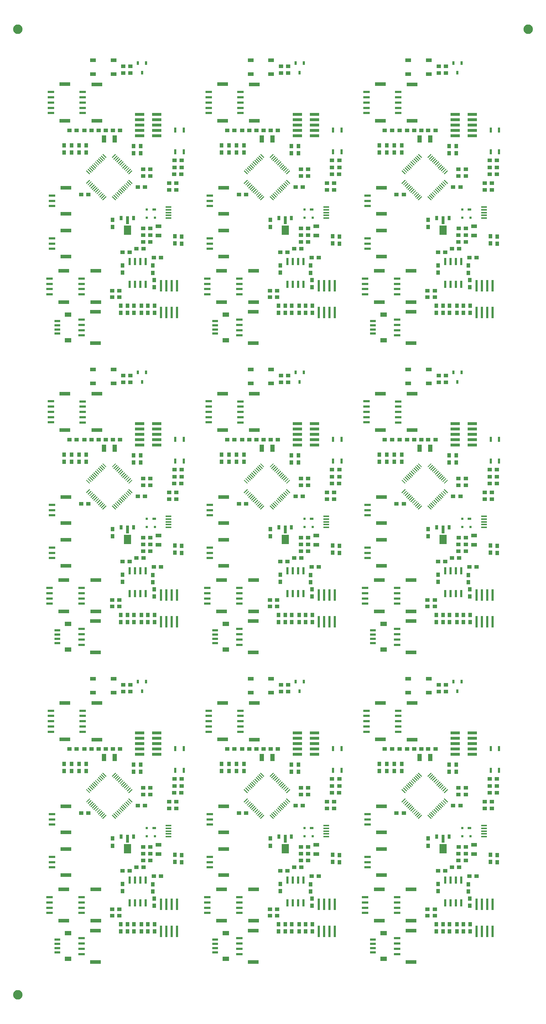
<source format=gbr>
G04 #@! TF.GenerationSoftware,KiCad,Pcbnew,(5.0.0)*
G04 #@! TF.CreationDate,2019-01-02T15:44:26-06:00*
G04 #@! TF.ProjectId,fk-sonar-v0.07-03x03,666B2D736F6E61722D76302E30372D30,0.1*
G04 #@! TF.SameCoordinates,Original*
G04 #@! TF.FileFunction,Paste,Top*
G04 #@! TF.FilePolarity,Positive*
%FSLAX46Y46*%
G04 Gerber Fmt 4.6, Leading zero omitted, Abs format (unit mm)*
G04 Created by KiCad (PCBNEW (5.0.0)) date 01/02/19 15:44:26*
%MOMM*%
%LPD*%
G01*
G04 APERTURE LIST*
%ADD10C,2.250000*%
%ADD11R,0.630000X1.305000*%
%ADD12R,2.250000X0.675000*%
%ADD13R,2.520000X0.900000*%
%ADD14R,1.530000X0.540000*%
%ADD15R,0.540000X1.800000*%
%ADD16R,0.900000X0.990000*%
%ADD17R,1.350000X0.405000*%
%ADD18R,0.990000X0.900000*%
%ADD19R,0.540000X2.700000*%
%ADD20R,0.540000X0.630000*%
%ADD21R,0.900000X0.630000*%
%ADD22R,1.350000X0.810000*%
%ADD23C,0.225000*%
%ADD24C,0.100000*%
%ADD25R,0.585000X0.945000*%
%ADD26R,0.990000X1.710000*%
%ADD27R,1.350000X0.900000*%
%ADD28R,1.620000X1.080000*%
%ADD29R,1.395000X0.540000*%
%ADD30R,1.800000X2.250000*%
%ADD31R,0.720000X1.080000*%
%ADD32R,0.720000X1.980000*%
G04 APERTURE END LIST*
D10*
G04 #@! TO.C,REF\002A\002A*
X67100000Y-240520000D03*
G04 #@! TD*
G04 #@! TO.C,REF\002A\002A*
X188451400Y-11020000D03*
G04 #@! TD*
G04 #@! TO.C,REF\002A\002A*
X67100000Y-11020000D03*
G04 #@! TD*
D11*
G04 #@! TO.C,SW1*
X181539800Y-181988600D03*
X181539800Y-187148600D03*
X179539800Y-187148600D03*
X179539800Y-181988600D03*
G04 #@! TD*
G04 #@! TO.C,SW1*
X144039800Y-181988600D03*
X144039800Y-187148600D03*
X142039800Y-187148600D03*
X142039800Y-181988600D03*
G04 #@! TD*
G04 #@! TO.C,SW1*
X106539800Y-181988600D03*
X106539800Y-187148600D03*
X104539800Y-187148600D03*
X104539800Y-181988600D03*
G04 #@! TD*
G04 #@! TO.C,SW1*
X181539800Y-108488600D03*
X181539800Y-113648600D03*
X179539800Y-113648600D03*
X179539800Y-108488600D03*
G04 #@! TD*
G04 #@! TO.C,SW1*
X144039800Y-108488600D03*
X144039800Y-113648600D03*
X142039800Y-113648600D03*
X142039800Y-108488600D03*
G04 #@! TD*
G04 #@! TO.C,SW1*
X106539800Y-108488600D03*
X106539800Y-113648600D03*
X104539800Y-113648600D03*
X104539800Y-108488600D03*
G04 #@! TD*
G04 #@! TO.C,SW1*
X181539800Y-34988600D03*
X181539800Y-40148600D03*
X179539800Y-40148600D03*
X179539800Y-34988600D03*
G04 #@! TD*
G04 #@! TO.C,SW1*
X144039800Y-34988600D03*
X144039800Y-40148600D03*
X142039800Y-40148600D03*
X142039800Y-34988600D03*
G04 #@! TD*
D12*
G04 #@! TO.C,J2*
X171110300Y-178256700D03*
X175110300Y-178256700D03*
X171110300Y-179526700D03*
X175110300Y-179526700D03*
X171110300Y-180796700D03*
X175110300Y-180796700D03*
X171110300Y-182066700D03*
X175110300Y-182066700D03*
X171110300Y-183336700D03*
X175110300Y-183336700D03*
G04 #@! TD*
G04 #@! TO.C,J2*
X133610300Y-178256700D03*
X137610300Y-178256700D03*
X133610300Y-179526700D03*
X137610300Y-179526700D03*
X133610300Y-180796700D03*
X137610300Y-180796700D03*
X133610300Y-182066700D03*
X137610300Y-182066700D03*
X133610300Y-183336700D03*
X137610300Y-183336700D03*
G04 #@! TD*
G04 #@! TO.C,J2*
X96110300Y-178256700D03*
X100110300Y-178256700D03*
X96110300Y-179526700D03*
X100110300Y-179526700D03*
X96110300Y-180796700D03*
X100110300Y-180796700D03*
X96110300Y-182066700D03*
X100110300Y-182066700D03*
X96110300Y-183336700D03*
X100110300Y-183336700D03*
G04 #@! TD*
G04 #@! TO.C,J2*
X171110300Y-104756700D03*
X175110300Y-104756700D03*
X171110300Y-106026700D03*
X175110300Y-106026700D03*
X171110300Y-107296700D03*
X175110300Y-107296700D03*
X171110300Y-108566700D03*
X175110300Y-108566700D03*
X171110300Y-109836700D03*
X175110300Y-109836700D03*
G04 #@! TD*
G04 #@! TO.C,J2*
X133610300Y-104756700D03*
X137610300Y-104756700D03*
X133610300Y-106026700D03*
X137610300Y-106026700D03*
X133610300Y-107296700D03*
X137610300Y-107296700D03*
X133610300Y-108566700D03*
X137610300Y-108566700D03*
X133610300Y-109836700D03*
X137610300Y-109836700D03*
G04 #@! TD*
G04 #@! TO.C,J2*
X96110300Y-104756700D03*
X100110300Y-104756700D03*
X96110300Y-106026700D03*
X100110300Y-106026700D03*
X96110300Y-107296700D03*
X100110300Y-107296700D03*
X96110300Y-108566700D03*
X100110300Y-108566700D03*
X96110300Y-109836700D03*
X100110300Y-109836700D03*
G04 #@! TD*
G04 #@! TO.C,J2*
X171110300Y-31256700D03*
X175110300Y-31256700D03*
X171110300Y-32526700D03*
X175110300Y-32526700D03*
X171110300Y-33796700D03*
X175110300Y-33796700D03*
X171110300Y-35066700D03*
X175110300Y-35066700D03*
X171110300Y-36336700D03*
X175110300Y-36336700D03*
G04 #@! TD*
G04 #@! TO.C,J2*
X133610300Y-31256700D03*
X137610300Y-31256700D03*
X133610300Y-32526700D03*
X137610300Y-32526700D03*
X133610300Y-33796700D03*
X137610300Y-33796700D03*
X133610300Y-35066700D03*
X137610300Y-35066700D03*
X133610300Y-36336700D03*
X137610300Y-36336700D03*
G04 #@! TD*
D13*
G04 #@! TO.C,J10*
X160877400Y-179836200D03*
X160877400Y-171136200D03*
D14*
X157527400Y-177986200D03*
X157527400Y-176736200D03*
X157527400Y-175486200D03*
X157527400Y-174236200D03*
X157527400Y-172986200D03*
G04 #@! TD*
D13*
G04 #@! TO.C,J10*
X123377400Y-179836200D03*
X123377400Y-171136200D03*
D14*
X120027400Y-177986200D03*
X120027400Y-176736200D03*
X120027400Y-175486200D03*
X120027400Y-174236200D03*
X120027400Y-172986200D03*
G04 #@! TD*
D13*
G04 #@! TO.C,J10*
X85877400Y-179836200D03*
X85877400Y-171136200D03*
D14*
X82527400Y-177986200D03*
X82527400Y-176736200D03*
X82527400Y-175486200D03*
X82527400Y-174236200D03*
X82527400Y-172986200D03*
G04 #@! TD*
D13*
G04 #@! TO.C,J10*
X160877400Y-106336200D03*
X160877400Y-97636200D03*
D14*
X157527400Y-104486200D03*
X157527400Y-103236200D03*
X157527400Y-101986200D03*
X157527400Y-100736200D03*
X157527400Y-99486200D03*
G04 #@! TD*
D13*
G04 #@! TO.C,J10*
X123377400Y-106336200D03*
X123377400Y-97636200D03*
D14*
X120027400Y-104486200D03*
X120027400Y-103236200D03*
X120027400Y-101986200D03*
X120027400Y-100736200D03*
X120027400Y-99486200D03*
G04 #@! TD*
D13*
G04 #@! TO.C,J10*
X85877400Y-106336200D03*
X85877400Y-97636200D03*
D14*
X82527400Y-104486200D03*
X82527400Y-103236200D03*
X82527400Y-101986200D03*
X82527400Y-100736200D03*
X82527400Y-99486200D03*
G04 #@! TD*
D13*
G04 #@! TO.C,J10*
X160877400Y-32836200D03*
X160877400Y-24136200D03*
D14*
X157527400Y-30986200D03*
X157527400Y-29736200D03*
X157527400Y-28486200D03*
X157527400Y-27236200D03*
X157527400Y-25986200D03*
G04 #@! TD*
D13*
G04 #@! TO.C,J10*
X123377400Y-32836200D03*
X123377400Y-24136200D03*
D14*
X120027400Y-30986200D03*
X120027400Y-29736200D03*
X120027400Y-28486200D03*
X120027400Y-27236200D03*
X120027400Y-25986200D03*
G04 #@! TD*
D13*
G04 #@! TO.C,J9*
X153314000Y-179825400D03*
X153314000Y-171125400D03*
D14*
X149964000Y-177975400D03*
X149964000Y-176725400D03*
X149964000Y-175475400D03*
X149964000Y-174225400D03*
X149964000Y-172975400D03*
G04 #@! TD*
D13*
G04 #@! TO.C,J9*
X115814000Y-179825400D03*
X115814000Y-171125400D03*
D14*
X112464000Y-177975400D03*
X112464000Y-176725400D03*
X112464000Y-175475400D03*
X112464000Y-174225400D03*
X112464000Y-172975400D03*
G04 #@! TD*
D13*
G04 #@! TO.C,J9*
X78314000Y-179825400D03*
X78314000Y-171125400D03*
D14*
X74964000Y-177975400D03*
X74964000Y-176725400D03*
X74964000Y-175475400D03*
X74964000Y-174225400D03*
X74964000Y-172975400D03*
G04 #@! TD*
D13*
G04 #@! TO.C,J9*
X153314000Y-106325400D03*
X153314000Y-97625400D03*
D14*
X149964000Y-104475400D03*
X149964000Y-103225400D03*
X149964000Y-101975400D03*
X149964000Y-100725400D03*
X149964000Y-99475400D03*
G04 #@! TD*
D13*
G04 #@! TO.C,J9*
X115814000Y-106325400D03*
X115814000Y-97625400D03*
D14*
X112464000Y-104475400D03*
X112464000Y-103225400D03*
X112464000Y-101975400D03*
X112464000Y-100725400D03*
X112464000Y-99475400D03*
G04 #@! TD*
D13*
G04 #@! TO.C,J9*
X78314000Y-106325400D03*
X78314000Y-97625400D03*
D14*
X74964000Y-104475400D03*
X74964000Y-103225400D03*
X74964000Y-101975400D03*
X74964000Y-100725400D03*
X74964000Y-99475400D03*
G04 #@! TD*
D13*
G04 #@! TO.C,J9*
X153314000Y-32825400D03*
X153314000Y-24125400D03*
D14*
X149964000Y-30975400D03*
X149964000Y-29725400D03*
X149964000Y-28475400D03*
X149964000Y-27225400D03*
X149964000Y-25975400D03*
G04 #@! TD*
D13*
G04 #@! TO.C,J9*
X115814000Y-32825400D03*
X115814000Y-24125400D03*
D14*
X112464000Y-30975400D03*
X112464000Y-29725400D03*
X112464000Y-28475400D03*
X112464000Y-27225400D03*
X112464000Y-25975400D03*
G04 #@! TD*
D15*
G04 #@! TO.C,U3*
X172538800Y-213237600D03*
X171268800Y-213237600D03*
X169998800Y-213237600D03*
X168728800Y-213237600D03*
X168728800Y-218637600D03*
X169998800Y-218637600D03*
X171268800Y-218637600D03*
X172538800Y-218637600D03*
G04 #@! TD*
G04 #@! TO.C,U3*
X135038800Y-213237600D03*
X133768800Y-213237600D03*
X132498800Y-213237600D03*
X131228800Y-213237600D03*
X131228800Y-218637600D03*
X132498800Y-218637600D03*
X133768800Y-218637600D03*
X135038800Y-218637600D03*
G04 #@! TD*
G04 #@! TO.C,U3*
X97538800Y-213237600D03*
X96268800Y-213237600D03*
X94998800Y-213237600D03*
X93728800Y-213237600D03*
X93728800Y-218637600D03*
X94998800Y-218637600D03*
X96268800Y-218637600D03*
X97538800Y-218637600D03*
G04 #@! TD*
G04 #@! TO.C,U3*
X172538800Y-139737600D03*
X171268800Y-139737600D03*
X169998800Y-139737600D03*
X168728800Y-139737600D03*
X168728800Y-145137600D03*
X169998800Y-145137600D03*
X171268800Y-145137600D03*
X172538800Y-145137600D03*
G04 #@! TD*
G04 #@! TO.C,U3*
X135038800Y-139737600D03*
X133768800Y-139737600D03*
X132498800Y-139737600D03*
X131228800Y-139737600D03*
X131228800Y-145137600D03*
X132498800Y-145137600D03*
X133768800Y-145137600D03*
X135038800Y-145137600D03*
G04 #@! TD*
G04 #@! TO.C,U3*
X97538800Y-139737600D03*
X96268800Y-139737600D03*
X94998800Y-139737600D03*
X93728800Y-139737600D03*
X93728800Y-145137600D03*
X94998800Y-145137600D03*
X96268800Y-145137600D03*
X97538800Y-145137600D03*
G04 #@! TD*
G04 #@! TO.C,U3*
X172538800Y-66237600D03*
X171268800Y-66237600D03*
X169998800Y-66237600D03*
X168728800Y-66237600D03*
X168728800Y-71637600D03*
X169998800Y-71637600D03*
X171268800Y-71637600D03*
X172538800Y-71637600D03*
G04 #@! TD*
G04 #@! TO.C,U3*
X135038800Y-66237600D03*
X133768800Y-66237600D03*
X132498800Y-66237600D03*
X131228800Y-66237600D03*
X131228800Y-71637600D03*
X132498800Y-71637600D03*
X133768800Y-71637600D03*
X135038800Y-71637600D03*
G04 #@! TD*
D16*
G04 #@! TO.C,R4*
X179473000Y-208939000D03*
X179473000Y-207239000D03*
G04 #@! TD*
G04 #@! TO.C,R4*
X141973000Y-208939000D03*
X141973000Y-207239000D03*
G04 #@! TD*
G04 #@! TO.C,R4*
X104473000Y-208939000D03*
X104473000Y-207239000D03*
G04 #@! TD*
G04 #@! TO.C,R4*
X179473000Y-135439000D03*
X179473000Y-133739000D03*
G04 #@! TD*
G04 #@! TO.C,R4*
X141973000Y-135439000D03*
X141973000Y-133739000D03*
G04 #@! TD*
G04 #@! TO.C,R4*
X104473000Y-135439000D03*
X104473000Y-133739000D03*
G04 #@! TD*
G04 #@! TO.C,R4*
X179473000Y-61939000D03*
X179473000Y-60239000D03*
G04 #@! TD*
G04 #@! TO.C,R4*
X141973000Y-61939000D03*
X141973000Y-60239000D03*
G04 #@! TD*
D17*
G04 #@! TO.C,J4*
X177954000Y-200312000D03*
X177954000Y-200962000D03*
X177954000Y-202262000D03*
X177954000Y-201612000D03*
X177954000Y-202912000D03*
G04 #@! TD*
G04 #@! TO.C,J4*
X140454000Y-200312000D03*
X140454000Y-200962000D03*
X140454000Y-202262000D03*
X140454000Y-201612000D03*
X140454000Y-202912000D03*
G04 #@! TD*
G04 #@! TO.C,J4*
X102954000Y-200312000D03*
X102954000Y-200962000D03*
X102954000Y-202262000D03*
X102954000Y-201612000D03*
X102954000Y-202912000D03*
G04 #@! TD*
G04 #@! TO.C,J4*
X177954000Y-126812000D03*
X177954000Y-127462000D03*
X177954000Y-128762000D03*
X177954000Y-128112000D03*
X177954000Y-129412000D03*
G04 #@! TD*
G04 #@! TO.C,J4*
X140454000Y-126812000D03*
X140454000Y-127462000D03*
X140454000Y-128762000D03*
X140454000Y-128112000D03*
X140454000Y-129412000D03*
G04 #@! TD*
G04 #@! TO.C,J4*
X102954000Y-126812000D03*
X102954000Y-127462000D03*
X102954000Y-128762000D03*
X102954000Y-128112000D03*
X102954000Y-129412000D03*
G04 #@! TD*
G04 #@! TO.C,J4*
X177954000Y-53312000D03*
X177954000Y-53962000D03*
X177954000Y-55262000D03*
X177954000Y-54612000D03*
X177954000Y-55912000D03*
G04 #@! TD*
G04 #@! TO.C,J4*
X140454000Y-53312000D03*
X140454000Y-53962000D03*
X140454000Y-55262000D03*
X140454000Y-54612000D03*
X140454000Y-55912000D03*
G04 #@! TD*
D18*
G04 #@! TO.C,D3*
X179776000Y-194627000D03*
X178076000Y-194627000D03*
G04 #@! TD*
G04 #@! TO.C,D3*
X142276000Y-194627000D03*
X140576000Y-194627000D03*
G04 #@! TD*
G04 #@! TO.C,D3*
X104776000Y-194627000D03*
X103076000Y-194627000D03*
G04 #@! TD*
G04 #@! TO.C,D3*
X179776000Y-121127000D03*
X178076000Y-121127000D03*
G04 #@! TD*
G04 #@! TO.C,D3*
X142276000Y-121127000D03*
X140576000Y-121127000D03*
G04 #@! TD*
G04 #@! TO.C,D3*
X104776000Y-121127000D03*
X103076000Y-121127000D03*
G04 #@! TD*
G04 #@! TO.C,D3*
X179776000Y-47627000D03*
X178076000Y-47627000D03*
G04 #@! TD*
G04 #@! TO.C,D3*
X142276000Y-47627000D03*
X140576000Y-47627000D03*
G04 #@! TD*
D19*
G04 #@! TO.C,U4*
X176171000Y-225386000D03*
X177441000Y-225386000D03*
X178711000Y-225386000D03*
X179981000Y-225386000D03*
X179981000Y-218986000D03*
X178711000Y-218986000D03*
X177441000Y-218986000D03*
X176171000Y-218986000D03*
G04 #@! TD*
G04 #@! TO.C,U4*
X138671000Y-225386000D03*
X139941000Y-225386000D03*
X141211000Y-225386000D03*
X142481000Y-225386000D03*
X142481000Y-218986000D03*
X141211000Y-218986000D03*
X139941000Y-218986000D03*
X138671000Y-218986000D03*
G04 #@! TD*
G04 #@! TO.C,U4*
X101171000Y-225386000D03*
X102441000Y-225386000D03*
X103711000Y-225386000D03*
X104981000Y-225386000D03*
X104981000Y-218986000D03*
X103711000Y-218986000D03*
X102441000Y-218986000D03*
X101171000Y-218986000D03*
G04 #@! TD*
G04 #@! TO.C,U4*
X176171000Y-151886000D03*
X177441000Y-151886000D03*
X178711000Y-151886000D03*
X179981000Y-151886000D03*
X179981000Y-145486000D03*
X178711000Y-145486000D03*
X177441000Y-145486000D03*
X176171000Y-145486000D03*
G04 #@! TD*
G04 #@! TO.C,U4*
X138671000Y-151886000D03*
X139941000Y-151886000D03*
X141211000Y-151886000D03*
X142481000Y-151886000D03*
X142481000Y-145486000D03*
X141211000Y-145486000D03*
X139941000Y-145486000D03*
X138671000Y-145486000D03*
G04 #@! TD*
G04 #@! TO.C,U4*
X101171000Y-151886000D03*
X102441000Y-151886000D03*
X103711000Y-151886000D03*
X104981000Y-151886000D03*
X104981000Y-145486000D03*
X103711000Y-145486000D03*
X102441000Y-145486000D03*
X101171000Y-145486000D03*
G04 #@! TD*
G04 #@! TO.C,U4*
X176171000Y-78386000D03*
X177441000Y-78386000D03*
X178711000Y-78386000D03*
X179981000Y-78386000D03*
X179981000Y-71986000D03*
X178711000Y-71986000D03*
X177441000Y-71986000D03*
X176171000Y-71986000D03*
G04 #@! TD*
G04 #@! TO.C,U4*
X138671000Y-78386000D03*
X139941000Y-78386000D03*
X141211000Y-78386000D03*
X142481000Y-78386000D03*
X142481000Y-71986000D03*
X141211000Y-71986000D03*
X139941000Y-71986000D03*
X138671000Y-71986000D03*
G04 #@! TD*
D20*
G04 #@! TO.C,D2*
X174708000Y-202850000D03*
X172808000Y-202850000D03*
X172808000Y-200850000D03*
D21*
X174508000Y-200850000D03*
G04 #@! TD*
D20*
G04 #@! TO.C,D2*
X137208000Y-202850000D03*
X135308000Y-202850000D03*
X135308000Y-200850000D03*
D21*
X137008000Y-200850000D03*
G04 #@! TD*
D20*
G04 #@! TO.C,D2*
X99708000Y-202850000D03*
X97808000Y-202850000D03*
X97808000Y-200850000D03*
D21*
X99508000Y-200850000D03*
G04 #@! TD*
D20*
G04 #@! TO.C,D2*
X174708000Y-129350000D03*
X172808000Y-129350000D03*
X172808000Y-127350000D03*
D21*
X174508000Y-127350000D03*
G04 #@! TD*
D20*
G04 #@! TO.C,D2*
X137208000Y-129350000D03*
X135308000Y-129350000D03*
X135308000Y-127350000D03*
D21*
X137008000Y-127350000D03*
G04 #@! TD*
D20*
G04 #@! TO.C,D2*
X99708000Y-129350000D03*
X97808000Y-129350000D03*
X97808000Y-127350000D03*
D21*
X99508000Y-127350000D03*
G04 #@! TD*
D20*
G04 #@! TO.C,D2*
X174708000Y-55850000D03*
X172808000Y-55850000D03*
X172808000Y-53850000D03*
D21*
X174508000Y-53850000D03*
G04 #@! TD*
D20*
G04 #@! TO.C,D2*
X137208000Y-55850000D03*
X135308000Y-55850000D03*
X135308000Y-53850000D03*
D21*
X137008000Y-53850000D03*
G04 #@! TD*
D18*
G04 #@! TO.C,R6*
X173592000Y-192912500D03*
X171892000Y-192912500D03*
G04 #@! TD*
G04 #@! TO.C,R6*
X136092000Y-192912500D03*
X134392000Y-192912500D03*
G04 #@! TD*
G04 #@! TO.C,R6*
X98592000Y-192912500D03*
X96892000Y-192912500D03*
G04 #@! TD*
G04 #@! TO.C,R6*
X173592000Y-119412500D03*
X171892000Y-119412500D03*
G04 #@! TD*
G04 #@! TO.C,R6*
X136092000Y-119412500D03*
X134392000Y-119412500D03*
G04 #@! TD*
G04 #@! TO.C,R6*
X98592000Y-119412500D03*
X96892000Y-119412500D03*
G04 #@! TD*
G04 #@! TO.C,R6*
X173592000Y-45912500D03*
X171892000Y-45912500D03*
G04 #@! TD*
G04 #@! TO.C,R6*
X136092000Y-45912500D03*
X134392000Y-45912500D03*
G04 #@! TD*
G04 #@! TO.C,C15*
X176195500Y-212343500D03*
X174495500Y-212343500D03*
G04 #@! TD*
G04 #@! TO.C,C15*
X138695500Y-212343500D03*
X136995500Y-212343500D03*
G04 #@! TD*
G04 #@! TO.C,C15*
X101195500Y-212343500D03*
X99495500Y-212343500D03*
G04 #@! TD*
G04 #@! TO.C,C15*
X176195500Y-138843500D03*
X174495500Y-138843500D03*
G04 #@! TD*
G04 #@! TO.C,C15*
X138695500Y-138843500D03*
X136995500Y-138843500D03*
G04 #@! TD*
G04 #@! TO.C,C15*
X101195500Y-138843500D03*
X99495500Y-138843500D03*
G04 #@! TD*
G04 #@! TO.C,C15*
X176195500Y-65343500D03*
X174495500Y-65343500D03*
G04 #@! TD*
G04 #@! TO.C,C15*
X138695500Y-65343500D03*
X136995500Y-65343500D03*
G04 #@! TD*
G04 #@! TO.C,C10*
X171955500Y-205358500D03*
X173655500Y-205358500D03*
G04 #@! TD*
G04 #@! TO.C,C10*
X134455500Y-205358500D03*
X136155500Y-205358500D03*
G04 #@! TD*
G04 #@! TO.C,C10*
X96955500Y-205358500D03*
X98655500Y-205358500D03*
G04 #@! TD*
G04 #@! TO.C,C10*
X171955500Y-131858500D03*
X173655500Y-131858500D03*
G04 #@! TD*
G04 #@! TO.C,C10*
X134455500Y-131858500D03*
X136155500Y-131858500D03*
G04 #@! TD*
G04 #@! TO.C,C10*
X96955500Y-131858500D03*
X98655500Y-131858500D03*
G04 #@! TD*
G04 #@! TO.C,C10*
X171955500Y-58358500D03*
X173655500Y-58358500D03*
G04 #@! TD*
G04 #@! TO.C,C10*
X134455500Y-58358500D03*
X136155500Y-58358500D03*
G04 #@! TD*
D16*
G04 #@! TO.C,C11*
X164614000Y-205065500D03*
X164614000Y-203365500D03*
G04 #@! TD*
G04 #@! TO.C,C11*
X127114000Y-205065500D03*
X127114000Y-203365500D03*
G04 #@! TD*
G04 #@! TO.C,C11*
X89614000Y-205065500D03*
X89614000Y-203365500D03*
G04 #@! TD*
G04 #@! TO.C,C11*
X164614000Y-131565500D03*
X164614000Y-129865500D03*
G04 #@! TD*
G04 #@! TO.C,C11*
X127114000Y-131565500D03*
X127114000Y-129865500D03*
G04 #@! TD*
G04 #@! TO.C,C11*
X89614000Y-131565500D03*
X89614000Y-129865500D03*
G04 #@! TD*
G04 #@! TO.C,C11*
X164614000Y-58065500D03*
X164614000Y-56365500D03*
G04 #@! TD*
G04 #@! TO.C,C11*
X127114000Y-58065500D03*
X127114000Y-56365500D03*
G04 #@! TD*
D18*
G04 #@! TO.C,R5*
X173592000Y-191325000D03*
X171892000Y-191325000D03*
G04 #@! TD*
G04 #@! TO.C,R5*
X136092000Y-191325000D03*
X134392000Y-191325000D03*
G04 #@! TD*
G04 #@! TO.C,R5*
X98592000Y-191325000D03*
X96892000Y-191325000D03*
G04 #@! TD*
G04 #@! TO.C,R5*
X173592000Y-117825000D03*
X171892000Y-117825000D03*
G04 #@! TD*
G04 #@! TO.C,R5*
X136092000Y-117825000D03*
X134392000Y-117825000D03*
G04 #@! TD*
G04 #@! TO.C,R5*
X98592000Y-117825000D03*
X96892000Y-117825000D03*
G04 #@! TD*
G04 #@! TO.C,R5*
X173592000Y-44325000D03*
X171892000Y-44325000D03*
G04 #@! TD*
G04 #@! TO.C,R5*
X136092000Y-44325000D03*
X134392000Y-44325000D03*
G04 #@! TD*
G04 #@! TO.C,D1*
X167193000Y-166814000D03*
X168893000Y-166814000D03*
G04 #@! TD*
G04 #@! TO.C,D1*
X129693000Y-166814000D03*
X131393000Y-166814000D03*
G04 #@! TD*
G04 #@! TO.C,D1*
X92193000Y-166814000D03*
X93893000Y-166814000D03*
G04 #@! TD*
G04 #@! TO.C,D1*
X167193000Y-93314000D03*
X168893000Y-93314000D03*
G04 #@! TD*
G04 #@! TO.C,D1*
X129693000Y-93314000D03*
X131393000Y-93314000D03*
G04 #@! TD*
G04 #@! TO.C,D1*
X92193000Y-93314000D03*
X93893000Y-93314000D03*
G04 #@! TD*
G04 #@! TO.C,D1*
X167193000Y-19814000D03*
X168893000Y-19814000D03*
G04 #@! TD*
G04 #@! TO.C,D1*
X129693000Y-19814000D03*
X131393000Y-19814000D03*
G04 #@! TD*
D16*
G04 #@! TO.C,C16*
X173059500Y-223749000D03*
X173059500Y-225449000D03*
G04 #@! TD*
G04 #@! TO.C,C16*
X135559500Y-223749000D03*
X135559500Y-225449000D03*
G04 #@! TD*
G04 #@! TO.C,C16*
X98059500Y-223749000D03*
X98059500Y-225449000D03*
G04 #@! TD*
G04 #@! TO.C,C16*
X173059500Y-150249000D03*
X173059500Y-151949000D03*
G04 #@! TD*
G04 #@! TO.C,C16*
X135559500Y-150249000D03*
X135559500Y-151949000D03*
G04 #@! TD*
G04 #@! TO.C,C16*
X98059500Y-150249000D03*
X98059500Y-151949000D03*
G04 #@! TD*
G04 #@! TO.C,C16*
X173059500Y-76749000D03*
X173059500Y-78449000D03*
G04 #@! TD*
G04 #@! TO.C,C16*
X135559500Y-76749000D03*
X135559500Y-78449000D03*
G04 #@! TD*
D18*
G04 #@! TO.C,L2*
X173592000Y-206946000D03*
X171892000Y-206946000D03*
G04 #@! TD*
G04 #@! TO.C,L2*
X136092000Y-206946000D03*
X134392000Y-206946000D03*
G04 #@! TD*
G04 #@! TO.C,L2*
X98592000Y-206946000D03*
X96892000Y-206946000D03*
G04 #@! TD*
G04 #@! TO.C,L2*
X173592000Y-133446000D03*
X171892000Y-133446000D03*
G04 #@! TD*
G04 #@! TO.C,L2*
X136092000Y-133446000D03*
X134392000Y-133446000D03*
G04 #@! TD*
G04 #@! TO.C,L2*
X98592000Y-133446000D03*
X96892000Y-133446000D03*
G04 #@! TD*
G04 #@! TO.C,L2*
X173592000Y-59946000D03*
X171892000Y-59946000D03*
G04 #@! TD*
G04 #@! TO.C,L2*
X136092000Y-59946000D03*
X134392000Y-59946000D03*
G04 #@! TD*
G04 #@! TO.C,R14*
X159622000Y-182054000D03*
X157922000Y-182054000D03*
G04 #@! TD*
G04 #@! TO.C,R14*
X122122000Y-182054000D03*
X120422000Y-182054000D03*
G04 #@! TD*
G04 #@! TO.C,R14*
X84622000Y-182054000D03*
X82922000Y-182054000D03*
G04 #@! TD*
G04 #@! TO.C,R14*
X159622000Y-108554000D03*
X157922000Y-108554000D03*
G04 #@! TD*
G04 #@! TO.C,R14*
X122122000Y-108554000D03*
X120422000Y-108554000D03*
G04 #@! TD*
G04 #@! TO.C,R14*
X84622000Y-108554000D03*
X82922000Y-108554000D03*
G04 #@! TD*
G04 #@! TO.C,R14*
X159622000Y-35054000D03*
X157922000Y-35054000D03*
G04 #@! TD*
G04 #@! TO.C,R14*
X122122000Y-35054000D03*
X120422000Y-35054000D03*
G04 #@! TD*
D22*
G04 #@! TO.C,U7*
X159954200Y-168718000D03*
X159954200Y-165418000D03*
X164854200Y-165418000D03*
X164854200Y-168718000D03*
G04 #@! TD*
G04 #@! TO.C,U7*
X122454200Y-168718000D03*
X122454200Y-165418000D03*
X127354200Y-165418000D03*
X127354200Y-168718000D03*
G04 #@! TD*
G04 #@! TO.C,U7*
X84954200Y-168718000D03*
X84954200Y-165418000D03*
X89854200Y-165418000D03*
X89854200Y-168718000D03*
G04 #@! TD*
G04 #@! TO.C,U7*
X159954200Y-95218000D03*
X159954200Y-91918000D03*
X164854200Y-91918000D03*
X164854200Y-95218000D03*
G04 #@! TD*
G04 #@! TO.C,U7*
X122454200Y-95218000D03*
X122454200Y-91918000D03*
X127354200Y-91918000D03*
X127354200Y-95218000D03*
G04 #@! TD*
G04 #@! TO.C,U7*
X84954200Y-95218000D03*
X84954200Y-91918000D03*
X89854200Y-91918000D03*
X89854200Y-95218000D03*
G04 #@! TD*
G04 #@! TO.C,U7*
X159954200Y-21718000D03*
X159954200Y-18418000D03*
X164854200Y-18418000D03*
X164854200Y-21718000D03*
G04 #@! TD*
G04 #@! TO.C,U7*
X122454200Y-21718000D03*
X122454200Y-18418000D03*
X127354200Y-18418000D03*
X127354200Y-21718000D03*
G04 #@! TD*
D18*
G04 #@! TO.C,R8*
X172004500Y-210184500D03*
X170304500Y-210184500D03*
G04 #@! TD*
G04 #@! TO.C,R8*
X134504500Y-210184500D03*
X132804500Y-210184500D03*
G04 #@! TD*
G04 #@! TO.C,R8*
X97004500Y-210184500D03*
X95304500Y-210184500D03*
G04 #@! TD*
G04 #@! TO.C,R8*
X172004500Y-136684500D03*
X170304500Y-136684500D03*
G04 #@! TD*
G04 #@! TO.C,R8*
X134504500Y-136684500D03*
X132804500Y-136684500D03*
G04 #@! TD*
G04 #@! TO.C,R8*
X97004500Y-136684500D03*
X95304500Y-136684500D03*
G04 #@! TD*
G04 #@! TO.C,R8*
X172004500Y-63184500D03*
X170304500Y-63184500D03*
G04 #@! TD*
G04 #@! TO.C,R8*
X134504500Y-63184500D03*
X132804500Y-63184500D03*
G04 #@! TD*
D23*
G04 #@! TO.C,U1*
X164976771Y-188151942D03*
D24*
G36*
X164642663Y-188645149D02*
X164483564Y-188486050D01*
X165310879Y-187658735D01*
X165469978Y-187817834D01*
X164642663Y-188645149D01*
X164642663Y-188645149D01*
G37*
D23*
X165330324Y-188505495D03*
D24*
G36*
X164996216Y-188998702D02*
X164837117Y-188839603D01*
X165664432Y-188012288D01*
X165823531Y-188171387D01*
X164996216Y-188998702D01*
X164996216Y-188998702D01*
G37*
D23*
X165683878Y-188859049D03*
D24*
G36*
X165349770Y-189352256D02*
X165190671Y-189193157D01*
X166017986Y-188365842D01*
X166177085Y-188524941D01*
X165349770Y-189352256D01*
X165349770Y-189352256D01*
G37*
D23*
X166037431Y-189212602D03*
D24*
G36*
X165703323Y-189705809D02*
X165544224Y-189546710D01*
X166371539Y-188719395D01*
X166530638Y-188878494D01*
X165703323Y-189705809D01*
X165703323Y-189705809D01*
G37*
D23*
X166390984Y-189566155D03*
D24*
G36*
X166056876Y-190059362D02*
X165897777Y-189900263D01*
X166725092Y-189072948D01*
X166884191Y-189232047D01*
X166056876Y-190059362D01*
X166056876Y-190059362D01*
G37*
D23*
X166744538Y-189919709D03*
D24*
G36*
X166410430Y-190412916D02*
X166251331Y-190253817D01*
X167078646Y-189426502D01*
X167237745Y-189585601D01*
X166410430Y-190412916D01*
X166410430Y-190412916D01*
G37*
D23*
X167098091Y-190273262D03*
D24*
G36*
X166763983Y-190766469D02*
X166604884Y-190607370D01*
X167432199Y-189780055D01*
X167591298Y-189939154D01*
X166763983Y-190766469D01*
X166763983Y-190766469D01*
G37*
D23*
X167451645Y-190626816D03*
D24*
G36*
X167117537Y-191120023D02*
X166958438Y-190960924D01*
X167785753Y-190133609D01*
X167944852Y-190292708D01*
X167117537Y-191120023D01*
X167117537Y-191120023D01*
G37*
D23*
X167805198Y-190980369D03*
D24*
G36*
X167471090Y-191473576D02*
X167311991Y-191314477D01*
X168139306Y-190487162D01*
X168298405Y-190646261D01*
X167471090Y-191473576D01*
X167471090Y-191473576D01*
G37*
D23*
X168158751Y-191333922D03*
D24*
G36*
X167824643Y-191827129D02*
X167665544Y-191668030D01*
X168492859Y-190840715D01*
X168651958Y-190999814D01*
X167824643Y-191827129D01*
X167824643Y-191827129D01*
G37*
D23*
X168512305Y-191687476D03*
D24*
G36*
X168178197Y-192180683D02*
X168019098Y-192021584D01*
X168846413Y-191194269D01*
X169005512Y-191353368D01*
X168178197Y-192180683D01*
X168178197Y-192180683D01*
G37*
D23*
X168865858Y-192041029D03*
D24*
G36*
X168531750Y-192534236D02*
X168372651Y-192375137D01*
X169199966Y-191547822D01*
X169359065Y-191706921D01*
X168531750Y-192534236D01*
X168531750Y-192534236D01*
G37*
D23*
X168865858Y-194303771D03*
D24*
G36*
X168372651Y-193969663D02*
X168531750Y-193810564D01*
X169359065Y-194637879D01*
X169199966Y-194796978D01*
X168372651Y-193969663D01*
X168372651Y-193969663D01*
G37*
D23*
X168512305Y-194657324D03*
D24*
G36*
X168019098Y-194323216D02*
X168178197Y-194164117D01*
X169005512Y-194991432D01*
X168846413Y-195150531D01*
X168019098Y-194323216D01*
X168019098Y-194323216D01*
G37*
D23*
X168158751Y-195010878D03*
D24*
G36*
X167665544Y-194676770D02*
X167824643Y-194517671D01*
X168651958Y-195344986D01*
X168492859Y-195504085D01*
X167665544Y-194676770D01*
X167665544Y-194676770D01*
G37*
D23*
X167805198Y-195364431D03*
D24*
G36*
X167311991Y-195030323D02*
X167471090Y-194871224D01*
X168298405Y-195698539D01*
X168139306Y-195857638D01*
X167311991Y-195030323D01*
X167311991Y-195030323D01*
G37*
D23*
X167451645Y-195717984D03*
D24*
G36*
X166958438Y-195383876D02*
X167117537Y-195224777D01*
X167944852Y-196052092D01*
X167785753Y-196211191D01*
X166958438Y-195383876D01*
X166958438Y-195383876D01*
G37*
D23*
X167098091Y-196071538D03*
D24*
G36*
X166604884Y-195737430D02*
X166763983Y-195578331D01*
X167591298Y-196405646D01*
X167432199Y-196564745D01*
X166604884Y-195737430D01*
X166604884Y-195737430D01*
G37*
D23*
X166744538Y-196425091D03*
D24*
G36*
X166251331Y-196090983D02*
X166410430Y-195931884D01*
X167237745Y-196759199D01*
X167078646Y-196918298D01*
X166251331Y-196090983D01*
X166251331Y-196090983D01*
G37*
D23*
X166390984Y-196778645D03*
D24*
G36*
X165897777Y-196444537D02*
X166056876Y-196285438D01*
X166884191Y-197112753D01*
X166725092Y-197271852D01*
X165897777Y-196444537D01*
X165897777Y-196444537D01*
G37*
D23*
X166037431Y-197132198D03*
D24*
G36*
X165544224Y-196798090D02*
X165703323Y-196638991D01*
X166530638Y-197466306D01*
X166371539Y-197625405D01*
X165544224Y-196798090D01*
X165544224Y-196798090D01*
G37*
D23*
X165683878Y-197485751D03*
D24*
G36*
X165190671Y-197151643D02*
X165349770Y-196992544D01*
X166177085Y-197819859D01*
X166017986Y-197978958D01*
X165190671Y-197151643D01*
X165190671Y-197151643D01*
G37*
D23*
X165330324Y-197839305D03*
D24*
G36*
X164837117Y-197505197D02*
X164996216Y-197346098D01*
X165823531Y-198173413D01*
X165664432Y-198332512D01*
X164837117Y-197505197D01*
X164837117Y-197505197D01*
G37*
D23*
X164976771Y-198192858D03*
D24*
G36*
X164483564Y-197858750D02*
X164642663Y-197699651D01*
X165469978Y-198526966D01*
X165310879Y-198686065D01*
X164483564Y-197858750D01*
X164483564Y-197858750D01*
G37*
D23*
X162714029Y-198192858D03*
D24*
G36*
X162379921Y-198686065D02*
X162220822Y-198526966D01*
X163048137Y-197699651D01*
X163207236Y-197858750D01*
X162379921Y-198686065D01*
X162379921Y-198686065D01*
G37*
D23*
X162360476Y-197839305D03*
D24*
G36*
X162026368Y-198332512D02*
X161867269Y-198173413D01*
X162694584Y-197346098D01*
X162853683Y-197505197D01*
X162026368Y-198332512D01*
X162026368Y-198332512D01*
G37*
D23*
X162006922Y-197485751D03*
D24*
G36*
X161672814Y-197978958D02*
X161513715Y-197819859D01*
X162341030Y-196992544D01*
X162500129Y-197151643D01*
X161672814Y-197978958D01*
X161672814Y-197978958D01*
G37*
D23*
X161653369Y-197132198D03*
D24*
G36*
X161319261Y-197625405D02*
X161160162Y-197466306D01*
X161987477Y-196638991D01*
X162146576Y-196798090D01*
X161319261Y-197625405D01*
X161319261Y-197625405D01*
G37*
D23*
X161299816Y-196778645D03*
D24*
G36*
X160965708Y-197271852D02*
X160806609Y-197112753D01*
X161633924Y-196285438D01*
X161793023Y-196444537D01*
X160965708Y-197271852D01*
X160965708Y-197271852D01*
G37*
D23*
X160946262Y-196425091D03*
D24*
G36*
X160612154Y-196918298D02*
X160453055Y-196759199D01*
X161280370Y-195931884D01*
X161439469Y-196090983D01*
X160612154Y-196918298D01*
X160612154Y-196918298D01*
G37*
D23*
X160592709Y-196071538D03*
D24*
G36*
X160258601Y-196564745D02*
X160099502Y-196405646D01*
X160926817Y-195578331D01*
X161085916Y-195737430D01*
X160258601Y-196564745D01*
X160258601Y-196564745D01*
G37*
D23*
X160239155Y-195717984D03*
D24*
G36*
X159905047Y-196211191D02*
X159745948Y-196052092D01*
X160573263Y-195224777D01*
X160732362Y-195383876D01*
X159905047Y-196211191D01*
X159905047Y-196211191D01*
G37*
D23*
X159885602Y-195364431D03*
D24*
G36*
X159551494Y-195857638D02*
X159392395Y-195698539D01*
X160219710Y-194871224D01*
X160378809Y-195030323D01*
X159551494Y-195857638D01*
X159551494Y-195857638D01*
G37*
D23*
X159532049Y-195010878D03*
D24*
G36*
X159197941Y-195504085D02*
X159038842Y-195344986D01*
X159866157Y-194517671D01*
X160025256Y-194676770D01*
X159197941Y-195504085D01*
X159197941Y-195504085D01*
G37*
D23*
X159178495Y-194657324D03*
D24*
G36*
X158844387Y-195150531D02*
X158685288Y-194991432D01*
X159512603Y-194164117D01*
X159671702Y-194323216D01*
X158844387Y-195150531D01*
X158844387Y-195150531D01*
G37*
D23*
X158824942Y-194303771D03*
D24*
G36*
X158490834Y-194796978D02*
X158331735Y-194637879D01*
X159159050Y-193810564D01*
X159318149Y-193969663D01*
X158490834Y-194796978D01*
X158490834Y-194796978D01*
G37*
D23*
X158824942Y-192041029D03*
D24*
G36*
X158331735Y-191706921D02*
X158490834Y-191547822D01*
X159318149Y-192375137D01*
X159159050Y-192534236D01*
X158331735Y-191706921D01*
X158331735Y-191706921D01*
G37*
D23*
X159178495Y-191687476D03*
D24*
G36*
X158685288Y-191353368D02*
X158844387Y-191194269D01*
X159671702Y-192021584D01*
X159512603Y-192180683D01*
X158685288Y-191353368D01*
X158685288Y-191353368D01*
G37*
D23*
X159532049Y-191333922D03*
D24*
G36*
X159038842Y-190999814D02*
X159197941Y-190840715D01*
X160025256Y-191668030D01*
X159866157Y-191827129D01*
X159038842Y-190999814D01*
X159038842Y-190999814D01*
G37*
D23*
X159885602Y-190980369D03*
D24*
G36*
X159392395Y-190646261D02*
X159551494Y-190487162D01*
X160378809Y-191314477D01*
X160219710Y-191473576D01*
X159392395Y-190646261D01*
X159392395Y-190646261D01*
G37*
D23*
X160239155Y-190626816D03*
D24*
G36*
X159745948Y-190292708D02*
X159905047Y-190133609D01*
X160732362Y-190960924D01*
X160573263Y-191120023D01*
X159745948Y-190292708D01*
X159745948Y-190292708D01*
G37*
D23*
X160592709Y-190273262D03*
D24*
G36*
X160099502Y-189939154D02*
X160258601Y-189780055D01*
X161085916Y-190607370D01*
X160926817Y-190766469D01*
X160099502Y-189939154D01*
X160099502Y-189939154D01*
G37*
D23*
X160946262Y-189919709D03*
D24*
G36*
X160453055Y-189585601D02*
X160612154Y-189426502D01*
X161439469Y-190253817D01*
X161280370Y-190412916D01*
X160453055Y-189585601D01*
X160453055Y-189585601D01*
G37*
D23*
X161299816Y-189566155D03*
D24*
G36*
X160806609Y-189232047D02*
X160965708Y-189072948D01*
X161793023Y-189900263D01*
X161633924Y-190059362D01*
X160806609Y-189232047D01*
X160806609Y-189232047D01*
G37*
D23*
X161653369Y-189212602D03*
D24*
G36*
X161160162Y-188878494D02*
X161319261Y-188719395D01*
X162146576Y-189546710D01*
X161987477Y-189705809D01*
X161160162Y-188878494D01*
X161160162Y-188878494D01*
G37*
D23*
X162006922Y-188859049D03*
D24*
G36*
X161513715Y-188524941D02*
X161672814Y-188365842D01*
X162500129Y-189193157D01*
X162341030Y-189352256D01*
X161513715Y-188524941D01*
X161513715Y-188524941D01*
G37*
D23*
X162360476Y-188505495D03*
D24*
G36*
X161867269Y-188171387D02*
X162026368Y-188012288D01*
X162853683Y-188839603D01*
X162694584Y-188998702D01*
X161867269Y-188171387D01*
X161867269Y-188171387D01*
G37*
D23*
X162714029Y-188151942D03*
D24*
G36*
X162220822Y-187817834D02*
X162379921Y-187658735D01*
X163207236Y-188486050D01*
X163048137Y-188645149D01*
X162220822Y-187817834D01*
X162220822Y-187817834D01*
G37*
G04 #@! TD*
D23*
G04 #@! TO.C,U1*
X127476771Y-188151942D03*
D24*
G36*
X127142663Y-188645149D02*
X126983564Y-188486050D01*
X127810879Y-187658735D01*
X127969978Y-187817834D01*
X127142663Y-188645149D01*
X127142663Y-188645149D01*
G37*
D23*
X127830324Y-188505495D03*
D24*
G36*
X127496216Y-188998702D02*
X127337117Y-188839603D01*
X128164432Y-188012288D01*
X128323531Y-188171387D01*
X127496216Y-188998702D01*
X127496216Y-188998702D01*
G37*
D23*
X128183878Y-188859049D03*
D24*
G36*
X127849770Y-189352256D02*
X127690671Y-189193157D01*
X128517986Y-188365842D01*
X128677085Y-188524941D01*
X127849770Y-189352256D01*
X127849770Y-189352256D01*
G37*
D23*
X128537431Y-189212602D03*
D24*
G36*
X128203323Y-189705809D02*
X128044224Y-189546710D01*
X128871539Y-188719395D01*
X129030638Y-188878494D01*
X128203323Y-189705809D01*
X128203323Y-189705809D01*
G37*
D23*
X128890984Y-189566155D03*
D24*
G36*
X128556876Y-190059362D02*
X128397777Y-189900263D01*
X129225092Y-189072948D01*
X129384191Y-189232047D01*
X128556876Y-190059362D01*
X128556876Y-190059362D01*
G37*
D23*
X129244538Y-189919709D03*
D24*
G36*
X128910430Y-190412916D02*
X128751331Y-190253817D01*
X129578646Y-189426502D01*
X129737745Y-189585601D01*
X128910430Y-190412916D01*
X128910430Y-190412916D01*
G37*
D23*
X129598091Y-190273262D03*
D24*
G36*
X129263983Y-190766469D02*
X129104884Y-190607370D01*
X129932199Y-189780055D01*
X130091298Y-189939154D01*
X129263983Y-190766469D01*
X129263983Y-190766469D01*
G37*
D23*
X129951645Y-190626816D03*
D24*
G36*
X129617537Y-191120023D02*
X129458438Y-190960924D01*
X130285753Y-190133609D01*
X130444852Y-190292708D01*
X129617537Y-191120023D01*
X129617537Y-191120023D01*
G37*
D23*
X130305198Y-190980369D03*
D24*
G36*
X129971090Y-191473576D02*
X129811991Y-191314477D01*
X130639306Y-190487162D01*
X130798405Y-190646261D01*
X129971090Y-191473576D01*
X129971090Y-191473576D01*
G37*
D23*
X130658751Y-191333922D03*
D24*
G36*
X130324643Y-191827129D02*
X130165544Y-191668030D01*
X130992859Y-190840715D01*
X131151958Y-190999814D01*
X130324643Y-191827129D01*
X130324643Y-191827129D01*
G37*
D23*
X131012305Y-191687476D03*
D24*
G36*
X130678197Y-192180683D02*
X130519098Y-192021584D01*
X131346413Y-191194269D01*
X131505512Y-191353368D01*
X130678197Y-192180683D01*
X130678197Y-192180683D01*
G37*
D23*
X131365858Y-192041029D03*
D24*
G36*
X131031750Y-192534236D02*
X130872651Y-192375137D01*
X131699966Y-191547822D01*
X131859065Y-191706921D01*
X131031750Y-192534236D01*
X131031750Y-192534236D01*
G37*
D23*
X131365858Y-194303771D03*
D24*
G36*
X130872651Y-193969663D02*
X131031750Y-193810564D01*
X131859065Y-194637879D01*
X131699966Y-194796978D01*
X130872651Y-193969663D01*
X130872651Y-193969663D01*
G37*
D23*
X131012305Y-194657324D03*
D24*
G36*
X130519098Y-194323216D02*
X130678197Y-194164117D01*
X131505512Y-194991432D01*
X131346413Y-195150531D01*
X130519098Y-194323216D01*
X130519098Y-194323216D01*
G37*
D23*
X130658751Y-195010878D03*
D24*
G36*
X130165544Y-194676770D02*
X130324643Y-194517671D01*
X131151958Y-195344986D01*
X130992859Y-195504085D01*
X130165544Y-194676770D01*
X130165544Y-194676770D01*
G37*
D23*
X130305198Y-195364431D03*
D24*
G36*
X129811991Y-195030323D02*
X129971090Y-194871224D01*
X130798405Y-195698539D01*
X130639306Y-195857638D01*
X129811991Y-195030323D01*
X129811991Y-195030323D01*
G37*
D23*
X129951645Y-195717984D03*
D24*
G36*
X129458438Y-195383876D02*
X129617537Y-195224777D01*
X130444852Y-196052092D01*
X130285753Y-196211191D01*
X129458438Y-195383876D01*
X129458438Y-195383876D01*
G37*
D23*
X129598091Y-196071538D03*
D24*
G36*
X129104884Y-195737430D02*
X129263983Y-195578331D01*
X130091298Y-196405646D01*
X129932199Y-196564745D01*
X129104884Y-195737430D01*
X129104884Y-195737430D01*
G37*
D23*
X129244538Y-196425091D03*
D24*
G36*
X128751331Y-196090983D02*
X128910430Y-195931884D01*
X129737745Y-196759199D01*
X129578646Y-196918298D01*
X128751331Y-196090983D01*
X128751331Y-196090983D01*
G37*
D23*
X128890984Y-196778645D03*
D24*
G36*
X128397777Y-196444537D02*
X128556876Y-196285438D01*
X129384191Y-197112753D01*
X129225092Y-197271852D01*
X128397777Y-196444537D01*
X128397777Y-196444537D01*
G37*
D23*
X128537431Y-197132198D03*
D24*
G36*
X128044224Y-196798090D02*
X128203323Y-196638991D01*
X129030638Y-197466306D01*
X128871539Y-197625405D01*
X128044224Y-196798090D01*
X128044224Y-196798090D01*
G37*
D23*
X128183878Y-197485751D03*
D24*
G36*
X127690671Y-197151643D02*
X127849770Y-196992544D01*
X128677085Y-197819859D01*
X128517986Y-197978958D01*
X127690671Y-197151643D01*
X127690671Y-197151643D01*
G37*
D23*
X127830324Y-197839305D03*
D24*
G36*
X127337117Y-197505197D02*
X127496216Y-197346098D01*
X128323531Y-198173413D01*
X128164432Y-198332512D01*
X127337117Y-197505197D01*
X127337117Y-197505197D01*
G37*
D23*
X127476771Y-198192858D03*
D24*
G36*
X126983564Y-197858750D02*
X127142663Y-197699651D01*
X127969978Y-198526966D01*
X127810879Y-198686065D01*
X126983564Y-197858750D01*
X126983564Y-197858750D01*
G37*
D23*
X125214029Y-198192858D03*
D24*
G36*
X124879921Y-198686065D02*
X124720822Y-198526966D01*
X125548137Y-197699651D01*
X125707236Y-197858750D01*
X124879921Y-198686065D01*
X124879921Y-198686065D01*
G37*
D23*
X124860476Y-197839305D03*
D24*
G36*
X124526368Y-198332512D02*
X124367269Y-198173413D01*
X125194584Y-197346098D01*
X125353683Y-197505197D01*
X124526368Y-198332512D01*
X124526368Y-198332512D01*
G37*
D23*
X124506922Y-197485751D03*
D24*
G36*
X124172814Y-197978958D02*
X124013715Y-197819859D01*
X124841030Y-196992544D01*
X125000129Y-197151643D01*
X124172814Y-197978958D01*
X124172814Y-197978958D01*
G37*
D23*
X124153369Y-197132198D03*
D24*
G36*
X123819261Y-197625405D02*
X123660162Y-197466306D01*
X124487477Y-196638991D01*
X124646576Y-196798090D01*
X123819261Y-197625405D01*
X123819261Y-197625405D01*
G37*
D23*
X123799816Y-196778645D03*
D24*
G36*
X123465708Y-197271852D02*
X123306609Y-197112753D01*
X124133924Y-196285438D01*
X124293023Y-196444537D01*
X123465708Y-197271852D01*
X123465708Y-197271852D01*
G37*
D23*
X123446262Y-196425091D03*
D24*
G36*
X123112154Y-196918298D02*
X122953055Y-196759199D01*
X123780370Y-195931884D01*
X123939469Y-196090983D01*
X123112154Y-196918298D01*
X123112154Y-196918298D01*
G37*
D23*
X123092709Y-196071538D03*
D24*
G36*
X122758601Y-196564745D02*
X122599502Y-196405646D01*
X123426817Y-195578331D01*
X123585916Y-195737430D01*
X122758601Y-196564745D01*
X122758601Y-196564745D01*
G37*
D23*
X122739155Y-195717984D03*
D24*
G36*
X122405047Y-196211191D02*
X122245948Y-196052092D01*
X123073263Y-195224777D01*
X123232362Y-195383876D01*
X122405047Y-196211191D01*
X122405047Y-196211191D01*
G37*
D23*
X122385602Y-195364431D03*
D24*
G36*
X122051494Y-195857638D02*
X121892395Y-195698539D01*
X122719710Y-194871224D01*
X122878809Y-195030323D01*
X122051494Y-195857638D01*
X122051494Y-195857638D01*
G37*
D23*
X122032049Y-195010878D03*
D24*
G36*
X121697941Y-195504085D02*
X121538842Y-195344986D01*
X122366157Y-194517671D01*
X122525256Y-194676770D01*
X121697941Y-195504085D01*
X121697941Y-195504085D01*
G37*
D23*
X121678495Y-194657324D03*
D24*
G36*
X121344387Y-195150531D02*
X121185288Y-194991432D01*
X122012603Y-194164117D01*
X122171702Y-194323216D01*
X121344387Y-195150531D01*
X121344387Y-195150531D01*
G37*
D23*
X121324942Y-194303771D03*
D24*
G36*
X120990834Y-194796978D02*
X120831735Y-194637879D01*
X121659050Y-193810564D01*
X121818149Y-193969663D01*
X120990834Y-194796978D01*
X120990834Y-194796978D01*
G37*
D23*
X121324942Y-192041029D03*
D24*
G36*
X120831735Y-191706921D02*
X120990834Y-191547822D01*
X121818149Y-192375137D01*
X121659050Y-192534236D01*
X120831735Y-191706921D01*
X120831735Y-191706921D01*
G37*
D23*
X121678495Y-191687476D03*
D24*
G36*
X121185288Y-191353368D02*
X121344387Y-191194269D01*
X122171702Y-192021584D01*
X122012603Y-192180683D01*
X121185288Y-191353368D01*
X121185288Y-191353368D01*
G37*
D23*
X122032049Y-191333922D03*
D24*
G36*
X121538842Y-190999814D02*
X121697941Y-190840715D01*
X122525256Y-191668030D01*
X122366157Y-191827129D01*
X121538842Y-190999814D01*
X121538842Y-190999814D01*
G37*
D23*
X122385602Y-190980369D03*
D24*
G36*
X121892395Y-190646261D02*
X122051494Y-190487162D01*
X122878809Y-191314477D01*
X122719710Y-191473576D01*
X121892395Y-190646261D01*
X121892395Y-190646261D01*
G37*
D23*
X122739155Y-190626816D03*
D24*
G36*
X122245948Y-190292708D02*
X122405047Y-190133609D01*
X123232362Y-190960924D01*
X123073263Y-191120023D01*
X122245948Y-190292708D01*
X122245948Y-190292708D01*
G37*
D23*
X123092709Y-190273262D03*
D24*
G36*
X122599502Y-189939154D02*
X122758601Y-189780055D01*
X123585916Y-190607370D01*
X123426817Y-190766469D01*
X122599502Y-189939154D01*
X122599502Y-189939154D01*
G37*
D23*
X123446262Y-189919709D03*
D24*
G36*
X122953055Y-189585601D02*
X123112154Y-189426502D01*
X123939469Y-190253817D01*
X123780370Y-190412916D01*
X122953055Y-189585601D01*
X122953055Y-189585601D01*
G37*
D23*
X123799816Y-189566155D03*
D24*
G36*
X123306609Y-189232047D02*
X123465708Y-189072948D01*
X124293023Y-189900263D01*
X124133924Y-190059362D01*
X123306609Y-189232047D01*
X123306609Y-189232047D01*
G37*
D23*
X124153369Y-189212602D03*
D24*
G36*
X123660162Y-188878494D02*
X123819261Y-188719395D01*
X124646576Y-189546710D01*
X124487477Y-189705809D01*
X123660162Y-188878494D01*
X123660162Y-188878494D01*
G37*
D23*
X124506922Y-188859049D03*
D24*
G36*
X124013715Y-188524941D02*
X124172814Y-188365842D01*
X125000129Y-189193157D01*
X124841030Y-189352256D01*
X124013715Y-188524941D01*
X124013715Y-188524941D01*
G37*
D23*
X124860476Y-188505495D03*
D24*
G36*
X124367269Y-188171387D02*
X124526368Y-188012288D01*
X125353683Y-188839603D01*
X125194584Y-188998702D01*
X124367269Y-188171387D01*
X124367269Y-188171387D01*
G37*
D23*
X125214029Y-188151942D03*
D24*
G36*
X124720822Y-187817834D02*
X124879921Y-187658735D01*
X125707236Y-188486050D01*
X125548137Y-188645149D01*
X124720822Y-187817834D01*
X124720822Y-187817834D01*
G37*
G04 #@! TD*
D23*
G04 #@! TO.C,U1*
X89976771Y-188151942D03*
D24*
G36*
X89642663Y-188645149D02*
X89483564Y-188486050D01*
X90310879Y-187658735D01*
X90469978Y-187817834D01*
X89642663Y-188645149D01*
X89642663Y-188645149D01*
G37*
D23*
X90330324Y-188505495D03*
D24*
G36*
X89996216Y-188998702D02*
X89837117Y-188839603D01*
X90664432Y-188012288D01*
X90823531Y-188171387D01*
X89996216Y-188998702D01*
X89996216Y-188998702D01*
G37*
D23*
X90683878Y-188859049D03*
D24*
G36*
X90349770Y-189352256D02*
X90190671Y-189193157D01*
X91017986Y-188365842D01*
X91177085Y-188524941D01*
X90349770Y-189352256D01*
X90349770Y-189352256D01*
G37*
D23*
X91037431Y-189212602D03*
D24*
G36*
X90703323Y-189705809D02*
X90544224Y-189546710D01*
X91371539Y-188719395D01*
X91530638Y-188878494D01*
X90703323Y-189705809D01*
X90703323Y-189705809D01*
G37*
D23*
X91390984Y-189566155D03*
D24*
G36*
X91056876Y-190059362D02*
X90897777Y-189900263D01*
X91725092Y-189072948D01*
X91884191Y-189232047D01*
X91056876Y-190059362D01*
X91056876Y-190059362D01*
G37*
D23*
X91744538Y-189919709D03*
D24*
G36*
X91410430Y-190412916D02*
X91251331Y-190253817D01*
X92078646Y-189426502D01*
X92237745Y-189585601D01*
X91410430Y-190412916D01*
X91410430Y-190412916D01*
G37*
D23*
X92098091Y-190273262D03*
D24*
G36*
X91763983Y-190766469D02*
X91604884Y-190607370D01*
X92432199Y-189780055D01*
X92591298Y-189939154D01*
X91763983Y-190766469D01*
X91763983Y-190766469D01*
G37*
D23*
X92451645Y-190626816D03*
D24*
G36*
X92117537Y-191120023D02*
X91958438Y-190960924D01*
X92785753Y-190133609D01*
X92944852Y-190292708D01*
X92117537Y-191120023D01*
X92117537Y-191120023D01*
G37*
D23*
X92805198Y-190980369D03*
D24*
G36*
X92471090Y-191473576D02*
X92311991Y-191314477D01*
X93139306Y-190487162D01*
X93298405Y-190646261D01*
X92471090Y-191473576D01*
X92471090Y-191473576D01*
G37*
D23*
X93158751Y-191333922D03*
D24*
G36*
X92824643Y-191827129D02*
X92665544Y-191668030D01*
X93492859Y-190840715D01*
X93651958Y-190999814D01*
X92824643Y-191827129D01*
X92824643Y-191827129D01*
G37*
D23*
X93512305Y-191687476D03*
D24*
G36*
X93178197Y-192180683D02*
X93019098Y-192021584D01*
X93846413Y-191194269D01*
X94005512Y-191353368D01*
X93178197Y-192180683D01*
X93178197Y-192180683D01*
G37*
D23*
X93865858Y-192041029D03*
D24*
G36*
X93531750Y-192534236D02*
X93372651Y-192375137D01*
X94199966Y-191547822D01*
X94359065Y-191706921D01*
X93531750Y-192534236D01*
X93531750Y-192534236D01*
G37*
D23*
X93865858Y-194303771D03*
D24*
G36*
X93372651Y-193969663D02*
X93531750Y-193810564D01*
X94359065Y-194637879D01*
X94199966Y-194796978D01*
X93372651Y-193969663D01*
X93372651Y-193969663D01*
G37*
D23*
X93512305Y-194657324D03*
D24*
G36*
X93019098Y-194323216D02*
X93178197Y-194164117D01*
X94005512Y-194991432D01*
X93846413Y-195150531D01*
X93019098Y-194323216D01*
X93019098Y-194323216D01*
G37*
D23*
X93158751Y-195010878D03*
D24*
G36*
X92665544Y-194676770D02*
X92824643Y-194517671D01*
X93651958Y-195344986D01*
X93492859Y-195504085D01*
X92665544Y-194676770D01*
X92665544Y-194676770D01*
G37*
D23*
X92805198Y-195364431D03*
D24*
G36*
X92311991Y-195030323D02*
X92471090Y-194871224D01*
X93298405Y-195698539D01*
X93139306Y-195857638D01*
X92311991Y-195030323D01*
X92311991Y-195030323D01*
G37*
D23*
X92451645Y-195717984D03*
D24*
G36*
X91958438Y-195383876D02*
X92117537Y-195224777D01*
X92944852Y-196052092D01*
X92785753Y-196211191D01*
X91958438Y-195383876D01*
X91958438Y-195383876D01*
G37*
D23*
X92098091Y-196071538D03*
D24*
G36*
X91604884Y-195737430D02*
X91763983Y-195578331D01*
X92591298Y-196405646D01*
X92432199Y-196564745D01*
X91604884Y-195737430D01*
X91604884Y-195737430D01*
G37*
D23*
X91744538Y-196425091D03*
D24*
G36*
X91251331Y-196090983D02*
X91410430Y-195931884D01*
X92237745Y-196759199D01*
X92078646Y-196918298D01*
X91251331Y-196090983D01*
X91251331Y-196090983D01*
G37*
D23*
X91390984Y-196778645D03*
D24*
G36*
X90897777Y-196444537D02*
X91056876Y-196285438D01*
X91884191Y-197112753D01*
X91725092Y-197271852D01*
X90897777Y-196444537D01*
X90897777Y-196444537D01*
G37*
D23*
X91037431Y-197132198D03*
D24*
G36*
X90544224Y-196798090D02*
X90703323Y-196638991D01*
X91530638Y-197466306D01*
X91371539Y-197625405D01*
X90544224Y-196798090D01*
X90544224Y-196798090D01*
G37*
D23*
X90683878Y-197485751D03*
D24*
G36*
X90190671Y-197151643D02*
X90349770Y-196992544D01*
X91177085Y-197819859D01*
X91017986Y-197978958D01*
X90190671Y-197151643D01*
X90190671Y-197151643D01*
G37*
D23*
X90330324Y-197839305D03*
D24*
G36*
X89837117Y-197505197D02*
X89996216Y-197346098D01*
X90823531Y-198173413D01*
X90664432Y-198332512D01*
X89837117Y-197505197D01*
X89837117Y-197505197D01*
G37*
D23*
X89976771Y-198192858D03*
D24*
G36*
X89483564Y-197858750D02*
X89642663Y-197699651D01*
X90469978Y-198526966D01*
X90310879Y-198686065D01*
X89483564Y-197858750D01*
X89483564Y-197858750D01*
G37*
D23*
X87714029Y-198192858D03*
D24*
G36*
X87379921Y-198686065D02*
X87220822Y-198526966D01*
X88048137Y-197699651D01*
X88207236Y-197858750D01*
X87379921Y-198686065D01*
X87379921Y-198686065D01*
G37*
D23*
X87360476Y-197839305D03*
D24*
G36*
X87026368Y-198332512D02*
X86867269Y-198173413D01*
X87694584Y-197346098D01*
X87853683Y-197505197D01*
X87026368Y-198332512D01*
X87026368Y-198332512D01*
G37*
D23*
X87006922Y-197485751D03*
D24*
G36*
X86672814Y-197978958D02*
X86513715Y-197819859D01*
X87341030Y-196992544D01*
X87500129Y-197151643D01*
X86672814Y-197978958D01*
X86672814Y-197978958D01*
G37*
D23*
X86653369Y-197132198D03*
D24*
G36*
X86319261Y-197625405D02*
X86160162Y-197466306D01*
X86987477Y-196638991D01*
X87146576Y-196798090D01*
X86319261Y-197625405D01*
X86319261Y-197625405D01*
G37*
D23*
X86299816Y-196778645D03*
D24*
G36*
X85965708Y-197271852D02*
X85806609Y-197112753D01*
X86633924Y-196285438D01*
X86793023Y-196444537D01*
X85965708Y-197271852D01*
X85965708Y-197271852D01*
G37*
D23*
X85946262Y-196425091D03*
D24*
G36*
X85612154Y-196918298D02*
X85453055Y-196759199D01*
X86280370Y-195931884D01*
X86439469Y-196090983D01*
X85612154Y-196918298D01*
X85612154Y-196918298D01*
G37*
D23*
X85592709Y-196071538D03*
D24*
G36*
X85258601Y-196564745D02*
X85099502Y-196405646D01*
X85926817Y-195578331D01*
X86085916Y-195737430D01*
X85258601Y-196564745D01*
X85258601Y-196564745D01*
G37*
D23*
X85239155Y-195717984D03*
D24*
G36*
X84905047Y-196211191D02*
X84745948Y-196052092D01*
X85573263Y-195224777D01*
X85732362Y-195383876D01*
X84905047Y-196211191D01*
X84905047Y-196211191D01*
G37*
D23*
X84885602Y-195364431D03*
D24*
G36*
X84551494Y-195857638D02*
X84392395Y-195698539D01*
X85219710Y-194871224D01*
X85378809Y-195030323D01*
X84551494Y-195857638D01*
X84551494Y-195857638D01*
G37*
D23*
X84532049Y-195010878D03*
D24*
G36*
X84197941Y-195504085D02*
X84038842Y-195344986D01*
X84866157Y-194517671D01*
X85025256Y-194676770D01*
X84197941Y-195504085D01*
X84197941Y-195504085D01*
G37*
D23*
X84178495Y-194657324D03*
D24*
G36*
X83844387Y-195150531D02*
X83685288Y-194991432D01*
X84512603Y-194164117D01*
X84671702Y-194323216D01*
X83844387Y-195150531D01*
X83844387Y-195150531D01*
G37*
D23*
X83824942Y-194303771D03*
D24*
G36*
X83490834Y-194796978D02*
X83331735Y-194637879D01*
X84159050Y-193810564D01*
X84318149Y-193969663D01*
X83490834Y-194796978D01*
X83490834Y-194796978D01*
G37*
D23*
X83824942Y-192041029D03*
D24*
G36*
X83331735Y-191706921D02*
X83490834Y-191547822D01*
X84318149Y-192375137D01*
X84159050Y-192534236D01*
X83331735Y-191706921D01*
X83331735Y-191706921D01*
G37*
D23*
X84178495Y-191687476D03*
D24*
G36*
X83685288Y-191353368D02*
X83844387Y-191194269D01*
X84671702Y-192021584D01*
X84512603Y-192180683D01*
X83685288Y-191353368D01*
X83685288Y-191353368D01*
G37*
D23*
X84532049Y-191333922D03*
D24*
G36*
X84038842Y-190999814D02*
X84197941Y-190840715D01*
X85025256Y-191668030D01*
X84866157Y-191827129D01*
X84038842Y-190999814D01*
X84038842Y-190999814D01*
G37*
D23*
X84885602Y-190980369D03*
D24*
G36*
X84392395Y-190646261D02*
X84551494Y-190487162D01*
X85378809Y-191314477D01*
X85219710Y-191473576D01*
X84392395Y-190646261D01*
X84392395Y-190646261D01*
G37*
D23*
X85239155Y-190626816D03*
D24*
G36*
X84745948Y-190292708D02*
X84905047Y-190133609D01*
X85732362Y-190960924D01*
X85573263Y-191120023D01*
X84745948Y-190292708D01*
X84745948Y-190292708D01*
G37*
D23*
X85592709Y-190273262D03*
D24*
G36*
X85099502Y-189939154D02*
X85258601Y-189780055D01*
X86085916Y-190607370D01*
X85926817Y-190766469D01*
X85099502Y-189939154D01*
X85099502Y-189939154D01*
G37*
D23*
X85946262Y-189919709D03*
D24*
G36*
X85453055Y-189585601D02*
X85612154Y-189426502D01*
X86439469Y-190253817D01*
X86280370Y-190412916D01*
X85453055Y-189585601D01*
X85453055Y-189585601D01*
G37*
D23*
X86299816Y-189566155D03*
D24*
G36*
X85806609Y-189232047D02*
X85965708Y-189072948D01*
X86793023Y-189900263D01*
X86633924Y-190059362D01*
X85806609Y-189232047D01*
X85806609Y-189232047D01*
G37*
D23*
X86653369Y-189212602D03*
D24*
G36*
X86160162Y-188878494D02*
X86319261Y-188719395D01*
X87146576Y-189546710D01*
X86987477Y-189705809D01*
X86160162Y-188878494D01*
X86160162Y-188878494D01*
G37*
D23*
X87006922Y-188859049D03*
D24*
G36*
X86513715Y-188524941D02*
X86672814Y-188365842D01*
X87500129Y-189193157D01*
X87341030Y-189352256D01*
X86513715Y-188524941D01*
X86513715Y-188524941D01*
G37*
D23*
X87360476Y-188505495D03*
D24*
G36*
X86867269Y-188171387D02*
X87026368Y-188012288D01*
X87853683Y-188839603D01*
X87694584Y-188998702D01*
X86867269Y-188171387D01*
X86867269Y-188171387D01*
G37*
D23*
X87714029Y-188151942D03*
D24*
G36*
X87220822Y-187817834D02*
X87379921Y-187658735D01*
X88207236Y-188486050D01*
X88048137Y-188645149D01*
X87220822Y-187817834D01*
X87220822Y-187817834D01*
G37*
G04 #@! TD*
D23*
G04 #@! TO.C,U1*
X164976771Y-114651942D03*
D24*
G36*
X164642663Y-115145149D02*
X164483564Y-114986050D01*
X165310879Y-114158735D01*
X165469978Y-114317834D01*
X164642663Y-115145149D01*
X164642663Y-115145149D01*
G37*
D23*
X165330324Y-115005495D03*
D24*
G36*
X164996216Y-115498702D02*
X164837117Y-115339603D01*
X165664432Y-114512288D01*
X165823531Y-114671387D01*
X164996216Y-115498702D01*
X164996216Y-115498702D01*
G37*
D23*
X165683878Y-115359049D03*
D24*
G36*
X165349770Y-115852256D02*
X165190671Y-115693157D01*
X166017986Y-114865842D01*
X166177085Y-115024941D01*
X165349770Y-115852256D01*
X165349770Y-115852256D01*
G37*
D23*
X166037431Y-115712602D03*
D24*
G36*
X165703323Y-116205809D02*
X165544224Y-116046710D01*
X166371539Y-115219395D01*
X166530638Y-115378494D01*
X165703323Y-116205809D01*
X165703323Y-116205809D01*
G37*
D23*
X166390984Y-116066155D03*
D24*
G36*
X166056876Y-116559362D02*
X165897777Y-116400263D01*
X166725092Y-115572948D01*
X166884191Y-115732047D01*
X166056876Y-116559362D01*
X166056876Y-116559362D01*
G37*
D23*
X166744538Y-116419709D03*
D24*
G36*
X166410430Y-116912916D02*
X166251331Y-116753817D01*
X167078646Y-115926502D01*
X167237745Y-116085601D01*
X166410430Y-116912916D01*
X166410430Y-116912916D01*
G37*
D23*
X167098091Y-116773262D03*
D24*
G36*
X166763983Y-117266469D02*
X166604884Y-117107370D01*
X167432199Y-116280055D01*
X167591298Y-116439154D01*
X166763983Y-117266469D01*
X166763983Y-117266469D01*
G37*
D23*
X167451645Y-117126816D03*
D24*
G36*
X167117537Y-117620023D02*
X166958438Y-117460924D01*
X167785753Y-116633609D01*
X167944852Y-116792708D01*
X167117537Y-117620023D01*
X167117537Y-117620023D01*
G37*
D23*
X167805198Y-117480369D03*
D24*
G36*
X167471090Y-117973576D02*
X167311991Y-117814477D01*
X168139306Y-116987162D01*
X168298405Y-117146261D01*
X167471090Y-117973576D01*
X167471090Y-117973576D01*
G37*
D23*
X168158751Y-117833922D03*
D24*
G36*
X167824643Y-118327129D02*
X167665544Y-118168030D01*
X168492859Y-117340715D01*
X168651958Y-117499814D01*
X167824643Y-118327129D01*
X167824643Y-118327129D01*
G37*
D23*
X168512305Y-118187476D03*
D24*
G36*
X168178197Y-118680683D02*
X168019098Y-118521584D01*
X168846413Y-117694269D01*
X169005512Y-117853368D01*
X168178197Y-118680683D01*
X168178197Y-118680683D01*
G37*
D23*
X168865858Y-118541029D03*
D24*
G36*
X168531750Y-119034236D02*
X168372651Y-118875137D01*
X169199966Y-118047822D01*
X169359065Y-118206921D01*
X168531750Y-119034236D01*
X168531750Y-119034236D01*
G37*
D23*
X168865858Y-120803771D03*
D24*
G36*
X168372651Y-120469663D02*
X168531750Y-120310564D01*
X169359065Y-121137879D01*
X169199966Y-121296978D01*
X168372651Y-120469663D01*
X168372651Y-120469663D01*
G37*
D23*
X168512305Y-121157324D03*
D24*
G36*
X168019098Y-120823216D02*
X168178197Y-120664117D01*
X169005512Y-121491432D01*
X168846413Y-121650531D01*
X168019098Y-120823216D01*
X168019098Y-120823216D01*
G37*
D23*
X168158751Y-121510878D03*
D24*
G36*
X167665544Y-121176770D02*
X167824643Y-121017671D01*
X168651958Y-121844986D01*
X168492859Y-122004085D01*
X167665544Y-121176770D01*
X167665544Y-121176770D01*
G37*
D23*
X167805198Y-121864431D03*
D24*
G36*
X167311991Y-121530323D02*
X167471090Y-121371224D01*
X168298405Y-122198539D01*
X168139306Y-122357638D01*
X167311991Y-121530323D01*
X167311991Y-121530323D01*
G37*
D23*
X167451645Y-122217984D03*
D24*
G36*
X166958438Y-121883876D02*
X167117537Y-121724777D01*
X167944852Y-122552092D01*
X167785753Y-122711191D01*
X166958438Y-121883876D01*
X166958438Y-121883876D01*
G37*
D23*
X167098091Y-122571538D03*
D24*
G36*
X166604884Y-122237430D02*
X166763983Y-122078331D01*
X167591298Y-122905646D01*
X167432199Y-123064745D01*
X166604884Y-122237430D01*
X166604884Y-122237430D01*
G37*
D23*
X166744538Y-122925091D03*
D24*
G36*
X166251331Y-122590983D02*
X166410430Y-122431884D01*
X167237745Y-123259199D01*
X167078646Y-123418298D01*
X166251331Y-122590983D01*
X166251331Y-122590983D01*
G37*
D23*
X166390984Y-123278645D03*
D24*
G36*
X165897777Y-122944537D02*
X166056876Y-122785438D01*
X166884191Y-123612753D01*
X166725092Y-123771852D01*
X165897777Y-122944537D01*
X165897777Y-122944537D01*
G37*
D23*
X166037431Y-123632198D03*
D24*
G36*
X165544224Y-123298090D02*
X165703323Y-123138991D01*
X166530638Y-123966306D01*
X166371539Y-124125405D01*
X165544224Y-123298090D01*
X165544224Y-123298090D01*
G37*
D23*
X165683878Y-123985751D03*
D24*
G36*
X165190671Y-123651643D02*
X165349770Y-123492544D01*
X166177085Y-124319859D01*
X166017986Y-124478958D01*
X165190671Y-123651643D01*
X165190671Y-123651643D01*
G37*
D23*
X165330324Y-124339305D03*
D24*
G36*
X164837117Y-124005197D02*
X164996216Y-123846098D01*
X165823531Y-124673413D01*
X165664432Y-124832512D01*
X164837117Y-124005197D01*
X164837117Y-124005197D01*
G37*
D23*
X164976771Y-124692858D03*
D24*
G36*
X164483564Y-124358750D02*
X164642663Y-124199651D01*
X165469978Y-125026966D01*
X165310879Y-125186065D01*
X164483564Y-124358750D01*
X164483564Y-124358750D01*
G37*
D23*
X162714029Y-124692858D03*
D24*
G36*
X162379921Y-125186065D02*
X162220822Y-125026966D01*
X163048137Y-124199651D01*
X163207236Y-124358750D01*
X162379921Y-125186065D01*
X162379921Y-125186065D01*
G37*
D23*
X162360476Y-124339305D03*
D24*
G36*
X162026368Y-124832512D02*
X161867269Y-124673413D01*
X162694584Y-123846098D01*
X162853683Y-124005197D01*
X162026368Y-124832512D01*
X162026368Y-124832512D01*
G37*
D23*
X162006922Y-123985751D03*
D24*
G36*
X161672814Y-124478958D02*
X161513715Y-124319859D01*
X162341030Y-123492544D01*
X162500129Y-123651643D01*
X161672814Y-124478958D01*
X161672814Y-124478958D01*
G37*
D23*
X161653369Y-123632198D03*
D24*
G36*
X161319261Y-124125405D02*
X161160162Y-123966306D01*
X161987477Y-123138991D01*
X162146576Y-123298090D01*
X161319261Y-124125405D01*
X161319261Y-124125405D01*
G37*
D23*
X161299816Y-123278645D03*
D24*
G36*
X160965708Y-123771852D02*
X160806609Y-123612753D01*
X161633924Y-122785438D01*
X161793023Y-122944537D01*
X160965708Y-123771852D01*
X160965708Y-123771852D01*
G37*
D23*
X160946262Y-122925091D03*
D24*
G36*
X160612154Y-123418298D02*
X160453055Y-123259199D01*
X161280370Y-122431884D01*
X161439469Y-122590983D01*
X160612154Y-123418298D01*
X160612154Y-123418298D01*
G37*
D23*
X160592709Y-122571538D03*
D24*
G36*
X160258601Y-123064745D02*
X160099502Y-122905646D01*
X160926817Y-122078331D01*
X161085916Y-122237430D01*
X160258601Y-123064745D01*
X160258601Y-123064745D01*
G37*
D23*
X160239155Y-122217984D03*
D24*
G36*
X159905047Y-122711191D02*
X159745948Y-122552092D01*
X160573263Y-121724777D01*
X160732362Y-121883876D01*
X159905047Y-122711191D01*
X159905047Y-122711191D01*
G37*
D23*
X159885602Y-121864431D03*
D24*
G36*
X159551494Y-122357638D02*
X159392395Y-122198539D01*
X160219710Y-121371224D01*
X160378809Y-121530323D01*
X159551494Y-122357638D01*
X159551494Y-122357638D01*
G37*
D23*
X159532049Y-121510878D03*
D24*
G36*
X159197941Y-122004085D02*
X159038842Y-121844986D01*
X159866157Y-121017671D01*
X160025256Y-121176770D01*
X159197941Y-122004085D01*
X159197941Y-122004085D01*
G37*
D23*
X159178495Y-121157324D03*
D24*
G36*
X158844387Y-121650531D02*
X158685288Y-121491432D01*
X159512603Y-120664117D01*
X159671702Y-120823216D01*
X158844387Y-121650531D01*
X158844387Y-121650531D01*
G37*
D23*
X158824942Y-120803771D03*
D24*
G36*
X158490834Y-121296978D02*
X158331735Y-121137879D01*
X159159050Y-120310564D01*
X159318149Y-120469663D01*
X158490834Y-121296978D01*
X158490834Y-121296978D01*
G37*
D23*
X158824942Y-118541029D03*
D24*
G36*
X158331735Y-118206921D02*
X158490834Y-118047822D01*
X159318149Y-118875137D01*
X159159050Y-119034236D01*
X158331735Y-118206921D01*
X158331735Y-118206921D01*
G37*
D23*
X159178495Y-118187476D03*
D24*
G36*
X158685288Y-117853368D02*
X158844387Y-117694269D01*
X159671702Y-118521584D01*
X159512603Y-118680683D01*
X158685288Y-117853368D01*
X158685288Y-117853368D01*
G37*
D23*
X159532049Y-117833922D03*
D24*
G36*
X159038842Y-117499814D02*
X159197941Y-117340715D01*
X160025256Y-118168030D01*
X159866157Y-118327129D01*
X159038842Y-117499814D01*
X159038842Y-117499814D01*
G37*
D23*
X159885602Y-117480369D03*
D24*
G36*
X159392395Y-117146261D02*
X159551494Y-116987162D01*
X160378809Y-117814477D01*
X160219710Y-117973576D01*
X159392395Y-117146261D01*
X159392395Y-117146261D01*
G37*
D23*
X160239155Y-117126816D03*
D24*
G36*
X159745948Y-116792708D02*
X159905047Y-116633609D01*
X160732362Y-117460924D01*
X160573263Y-117620023D01*
X159745948Y-116792708D01*
X159745948Y-116792708D01*
G37*
D23*
X160592709Y-116773262D03*
D24*
G36*
X160099502Y-116439154D02*
X160258601Y-116280055D01*
X161085916Y-117107370D01*
X160926817Y-117266469D01*
X160099502Y-116439154D01*
X160099502Y-116439154D01*
G37*
D23*
X160946262Y-116419709D03*
D24*
G36*
X160453055Y-116085601D02*
X160612154Y-115926502D01*
X161439469Y-116753817D01*
X161280370Y-116912916D01*
X160453055Y-116085601D01*
X160453055Y-116085601D01*
G37*
D23*
X161299816Y-116066155D03*
D24*
G36*
X160806609Y-115732047D02*
X160965708Y-115572948D01*
X161793023Y-116400263D01*
X161633924Y-116559362D01*
X160806609Y-115732047D01*
X160806609Y-115732047D01*
G37*
D23*
X161653369Y-115712602D03*
D24*
G36*
X161160162Y-115378494D02*
X161319261Y-115219395D01*
X162146576Y-116046710D01*
X161987477Y-116205809D01*
X161160162Y-115378494D01*
X161160162Y-115378494D01*
G37*
D23*
X162006922Y-115359049D03*
D24*
G36*
X161513715Y-115024941D02*
X161672814Y-114865842D01*
X162500129Y-115693157D01*
X162341030Y-115852256D01*
X161513715Y-115024941D01*
X161513715Y-115024941D01*
G37*
D23*
X162360476Y-115005495D03*
D24*
G36*
X161867269Y-114671387D02*
X162026368Y-114512288D01*
X162853683Y-115339603D01*
X162694584Y-115498702D01*
X161867269Y-114671387D01*
X161867269Y-114671387D01*
G37*
D23*
X162714029Y-114651942D03*
D24*
G36*
X162220822Y-114317834D02*
X162379921Y-114158735D01*
X163207236Y-114986050D01*
X163048137Y-115145149D01*
X162220822Y-114317834D01*
X162220822Y-114317834D01*
G37*
G04 #@! TD*
D23*
G04 #@! TO.C,U1*
X127476771Y-114651942D03*
D24*
G36*
X127142663Y-115145149D02*
X126983564Y-114986050D01*
X127810879Y-114158735D01*
X127969978Y-114317834D01*
X127142663Y-115145149D01*
X127142663Y-115145149D01*
G37*
D23*
X127830324Y-115005495D03*
D24*
G36*
X127496216Y-115498702D02*
X127337117Y-115339603D01*
X128164432Y-114512288D01*
X128323531Y-114671387D01*
X127496216Y-115498702D01*
X127496216Y-115498702D01*
G37*
D23*
X128183878Y-115359049D03*
D24*
G36*
X127849770Y-115852256D02*
X127690671Y-115693157D01*
X128517986Y-114865842D01*
X128677085Y-115024941D01*
X127849770Y-115852256D01*
X127849770Y-115852256D01*
G37*
D23*
X128537431Y-115712602D03*
D24*
G36*
X128203323Y-116205809D02*
X128044224Y-116046710D01*
X128871539Y-115219395D01*
X129030638Y-115378494D01*
X128203323Y-116205809D01*
X128203323Y-116205809D01*
G37*
D23*
X128890984Y-116066155D03*
D24*
G36*
X128556876Y-116559362D02*
X128397777Y-116400263D01*
X129225092Y-115572948D01*
X129384191Y-115732047D01*
X128556876Y-116559362D01*
X128556876Y-116559362D01*
G37*
D23*
X129244538Y-116419709D03*
D24*
G36*
X128910430Y-116912916D02*
X128751331Y-116753817D01*
X129578646Y-115926502D01*
X129737745Y-116085601D01*
X128910430Y-116912916D01*
X128910430Y-116912916D01*
G37*
D23*
X129598091Y-116773262D03*
D24*
G36*
X129263983Y-117266469D02*
X129104884Y-117107370D01*
X129932199Y-116280055D01*
X130091298Y-116439154D01*
X129263983Y-117266469D01*
X129263983Y-117266469D01*
G37*
D23*
X129951645Y-117126816D03*
D24*
G36*
X129617537Y-117620023D02*
X129458438Y-117460924D01*
X130285753Y-116633609D01*
X130444852Y-116792708D01*
X129617537Y-117620023D01*
X129617537Y-117620023D01*
G37*
D23*
X130305198Y-117480369D03*
D24*
G36*
X129971090Y-117973576D02*
X129811991Y-117814477D01*
X130639306Y-116987162D01*
X130798405Y-117146261D01*
X129971090Y-117973576D01*
X129971090Y-117973576D01*
G37*
D23*
X130658751Y-117833922D03*
D24*
G36*
X130324643Y-118327129D02*
X130165544Y-118168030D01*
X130992859Y-117340715D01*
X131151958Y-117499814D01*
X130324643Y-118327129D01*
X130324643Y-118327129D01*
G37*
D23*
X131012305Y-118187476D03*
D24*
G36*
X130678197Y-118680683D02*
X130519098Y-118521584D01*
X131346413Y-117694269D01*
X131505512Y-117853368D01*
X130678197Y-118680683D01*
X130678197Y-118680683D01*
G37*
D23*
X131365858Y-118541029D03*
D24*
G36*
X131031750Y-119034236D02*
X130872651Y-118875137D01*
X131699966Y-118047822D01*
X131859065Y-118206921D01*
X131031750Y-119034236D01*
X131031750Y-119034236D01*
G37*
D23*
X131365858Y-120803771D03*
D24*
G36*
X130872651Y-120469663D02*
X131031750Y-120310564D01*
X131859065Y-121137879D01*
X131699966Y-121296978D01*
X130872651Y-120469663D01*
X130872651Y-120469663D01*
G37*
D23*
X131012305Y-121157324D03*
D24*
G36*
X130519098Y-120823216D02*
X130678197Y-120664117D01*
X131505512Y-121491432D01*
X131346413Y-121650531D01*
X130519098Y-120823216D01*
X130519098Y-120823216D01*
G37*
D23*
X130658751Y-121510878D03*
D24*
G36*
X130165544Y-121176770D02*
X130324643Y-121017671D01*
X131151958Y-121844986D01*
X130992859Y-122004085D01*
X130165544Y-121176770D01*
X130165544Y-121176770D01*
G37*
D23*
X130305198Y-121864431D03*
D24*
G36*
X129811991Y-121530323D02*
X129971090Y-121371224D01*
X130798405Y-122198539D01*
X130639306Y-122357638D01*
X129811991Y-121530323D01*
X129811991Y-121530323D01*
G37*
D23*
X129951645Y-122217984D03*
D24*
G36*
X129458438Y-121883876D02*
X129617537Y-121724777D01*
X130444852Y-122552092D01*
X130285753Y-122711191D01*
X129458438Y-121883876D01*
X129458438Y-121883876D01*
G37*
D23*
X129598091Y-122571538D03*
D24*
G36*
X129104884Y-122237430D02*
X129263983Y-122078331D01*
X130091298Y-122905646D01*
X129932199Y-123064745D01*
X129104884Y-122237430D01*
X129104884Y-122237430D01*
G37*
D23*
X129244538Y-122925091D03*
D24*
G36*
X128751331Y-122590983D02*
X128910430Y-122431884D01*
X129737745Y-123259199D01*
X129578646Y-123418298D01*
X128751331Y-122590983D01*
X128751331Y-122590983D01*
G37*
D23*
X128890984Y-123278645D03*
D24*
G36*
X128397777Y-122944537D02*
X128556876Y-122785438D01*
X129384191Y-123612753D01*
X129225092Y-123771852D01*
X128397777Y-122944537D01*
X128397777Y-122944537D01*
G37*
D23*
X128537431Y-123632198D03*
D24*
G36*
X128044224Y-123298090D02*
X128203323Y-123138991D01*
X129030638Y-123966306D01*
X128871539Y-124125405D01*
X128044224Y-123298090D01*
X128044224Y-123298090D01*
G37*
D23*
X128183878Y-123985751D03*
D24*
G36*
X127690671Y-123651643D02*
X127849770Y-123492544D01*
X128677085Y-124319859D01*
X128517986Y-124478958D01*
X127690671Y-123651643D01*
X127690671Y-123651643D01*
G37*
D23*
X127830324Y-124339305D03*
D24*
G36*
X127337117Y-124005197D02*
X127496216Y-123846098D01*
X128323531Y-124673413D01*
X128164432Y-124832512D01*
X127337117Y-124005197D01*
X127337117Y-124005197D01*
G37*
D23*
X127476771Y-124692858D03*
D24*
G36*
X126983564Y-124358750D02*
X127142663Y-124199651D01*
X127969978Y-125026966D01*
X127810879Y-125186065D01*
X126983564Y-124358750D01*
X126983564Y-124358750D01*
G37*
D23*
X125214029Y-124692858D03*
D24*
G36*
X124879921Y-125186065D02*
X124720822Y-125026966D01*
X125548137Y-124199651D01*
X125707236Y-124358750D01*
X124879921Y-125186065D01*
X124879921Y-125186065D01*
G37*
D23*
X124860476Y-124339305D03*
D24*
G36*
X124526368Y-124832512D02*
X124367269Y-124673413D01*
X125194584Y-123846098D01*
X125353683Y-124005197D01*
X124526368Y-124832512D01*
X124526368Y-124832512D01*
G37*
D23*
X124506922Y-123985751D03*
D24*
G36*
X124172814Y-124478958D02*
X124013715Y-124319859D01*
X124841030Y-123492544D01*
X125000129Y-123651643D01*
X124172814Y-124478958D01*
X124172814Y-124478958D01*
G37*
D23*
X124153369Y-123632198D03*
D24*
G36*
X123819261Y-124125405D02*
X123660162Y-123966306D01*
X124487477Y-123138991D01*
X124646576Y-123298090D01*
X123819261Y-124125405D01*
X123819261Y-124125405D01*
G37*
D23*
X123799816Y-123278645D03*
D24*
G36*
X123465708Y-123771852D02*
X123306609Y-123612753D01*
X124133924Y-122785438D01*
X124293023Y-122944537D01*
X123465708Y-123771852D01*
X123465708Y-123771852D01*
G37*
D23*
X123446262Y-122925091D03*
D24*
G36*
X123112154Y-123418298D02*
X122953055Y-123259199D01*
X123780370Y-122431884D01*
X123939469Y-122590983D01*
X123112154Y-123418298D01*
X123112154Y-123418298D01*
G37*
D23*
X123092709Y-122571538D03*
D24*
G36*
X122758601Y-123064745D02*
X122599502Y-122905646D01*
X123426817Y-122078331D01*
X123585916Y-122237430D01*
X122758601Y-123064745D01*
X122758601Y-123064745D01*
G37*
D23*
X122739155Y-122217984D03*
D24*
G36*
X122405047Y-122711191D02*
X122245948Y-122552092D01*
X123073263Y-121724777D01*
X123232362Y-121883876D01*
X122405047Y-122711191D01*
X122405047Y-122711191D01*
G37*
D23*
X122385602Y-121864431D03*
D24*
G36*
X122051494Y-122357638D02*
X121892395Y-122198539D01*
X122719710Y-121371224D01*
X122878809Y-121530323D01*
X122051494Y-122357638D01*
X122051494Y-122357638D01*
G37*
D23*
X122032049Y-121510878D03*
D24*
G36*
X121697941Y-122004085D02*
X121538842Y-121844986D01*
X122366157Y-121017671D01*
X122525256Y-121176770D01*
X121697941Y-122004085D01*
X121697941Y-122004085D01*
G37*
D23*
X121678495Y-121157324D03*
D24*
G36*
X121344387Y-121650531D02*
X121185288Y-121491432D01*
X122012603Y-120664117D01*
X122171702Y-120823216D01*
X121344387Y-121650531D01*
X121344387Y-121650531D01*
G37*
D23*
X121324942Y-120803771D03*
D24*
G36*
X120990834Y-121296978D02*
X120831735Y-121137879D01*
X121659050Y-120310564D01*
X121818149Y-120469663D01*
X120990834Y-121296978D01*
X120990834Y-121296978D01*
G37*
D23*
X121324942Y-118541029D03*
D24*
G36*
X120831735Y-118206921D02*
X120990834Y-118047822D01*
X121818149Y-118875137D01*
X121659050Y-119034236D01*
X120831735Y-118206921D01*
X120831735Y-118206921D01*
G37*
D23*
X121678495Y-118187476D03*
D24*
G36*
X121185288Y-117853368D02*
X121344387Y-117694269D01*
X122171702Y-118521584D01*
X122012603Y-118680683D01*
X121185288Y-117853368D01*
X121185288Y-117853368D01*
G37*
D23*
X122032049Y-117833922D03*
D24*
G36*
X121538842Y-117499814D02*
X121697941Y-117340715D01*
X122525256Y-118168030D01*
X122366157Y-118327129D01*
X121538842Y-117499814D01*
X121538842Y-117499814D01*
G37*
D23*
X122385602Y-117480369D03*
D24*
G36*
X121892395Y-117146261D02*
X122051494Y-116987162D01*
X122878809Y-117814477D01*
X122719710Y-117973576D01*
X121892395Y-117146261D01*
X121892395Y-117146261D01*
G37*
D23*
X122739155Y-117126816D03*
D24*
G36*
X122245948Y-116792708D02*
X122405047Y-116633609D01*
X123232362Y-117460924D01*
X123073263Y-117620023D01*
X122245948Y-116792708D01*
X122245948Y-116792708D01*
G37*
D23*
X123092709Y-116773262D03*
D24*
G36*
X122599502Y-116439154D02*
X122758601Y-116280055D01*
X123585916Y-117107370D01*
X123426817Y-117266469D01*
X122599502Y-116439154D01*
X122599502Y-116439154D01*
G37*
D23*
X123446262Y-116419709D03*
D24*
G36*
X122953055Y-116085601D02*
X123112154Y-115926502D01*
X123939469Y-116753817D01*
X123780370Y-116912916D01*
X122953055Y-116085601D01*
X122953055Y-116085601D01*
G37*
D23*
X123799816Y-116066155D03*
D24*
G36*
X123306609Y-115732047D02*
X123465708Y-115572948D01*
X124293023Y-116400263D01*
X124133924Y-116559362D01*
X123306609Y-115732047D01*
X123306609Y-115732047D01*
G37*
D23*
X124153369Y-115712602D03*
D24*
G36*
X123660162Y-115378494D02*
X123819261Y-115219395D01*
X124646576Y-116046710D01*
X124487477Y-116205809D01*
X123660162Y-115378494D01*
X123660162Y-115378494D01*
G37*
D23*
X124506922Y-115359049D03*
D24*
G36*
X124013715Y-115024941D02*
X124172814Y-114865842D01*
X125000129Y-115693157D01*
X124841030Y-115852256D01*
X124013715Y-115024941D01*
X124013715Y-115024941D01*
G37*
D23*
X124860476Y-115005495D03*
D24*
G36*
X124367269Y-114671387D02*
X124526368Y-114512288D01*
X125353683Y-115339603D01*
X125194584Y-115498702D01*
X124367269Y-114671387D01*
X124367269Y-114671387D01*
G37*
D23*
X125214029Y-114651942D03*
D24*
G36*
X124720822Y-114317834D02*
X124879921Y-114158735D01*
X125707236Y-114986050D01*
X125548137Y-115145149D01*
X124720822Y-114317834D01*
X124720822Y-114317834D01*
G37*
G04 #@! TD*
D23*
G04 #@! TO.C,U1*
X89976771Y-114651942D03*
D24*
G36*
X89642663Y-115145149D02*
X89483564Y-114986050D01*
X90310879Y-114158735D01*
X90469978Y-114317834D01*
X89642663Y-115145149D01*
X89642663Y-115145149D01*
G37*
D23*
X90330324Y-115005495D03*
D24*
G36*
X89996216Y-115498702D02*
X89837117Y-115339603D01*
X90664432Y-114512288D01*
X90823531Y-114671387D01*
X89996216Y-115498702D01*
X89996216Y-115498702D01*
G37*
D23*
X90683878Y-115359049D03*
D24*
G36*
X90349770Y-115852256D02*
X90190671Y-115693157D01*
X91017986Y-114865842D01*
X91177085Y-115024941D01*
X90349770Y-115852256D01*
X90349770Y-115852256D01*
G37*
D23*
X91037431Y-115712602D03*
D24*
G36*
X90703323Y-116205809D02*
X90544224Y-116046710D01*
X91371539Y-115219395D01*
X91530638Y-115378494D01*
X90703323Y-116205809D01*
X90703323Y-116205809D01*
G37*
D23*
X91390984Y-116066155D03*
D24*
G36*
X91056876Y-116559362D02*
X90897777Y-116400263D01*
X91725092Y-115572948D01*
X91884191Y-115732047D01*
X91056876Y-116559362D01*
X91056876Y-116559362D01*
G37*
D23*
X91744538Y-116419709D03*
D24*
G36*
X91410430Y-116912916D02*
X91251331Y-116753817D01*
X92078646Y-115926502D01*
X92237745Y-116085601D01*
X91410430Y-116912916D01*
X91410430Y-116912916D01*
G37*
D23*
X92098091Y-116773262D03*
D24*
G36*
X91763983Y-117266469D02*
X91604884Y-117107370D01*
X92432199Y-116280055D01*
X92591298Y-116439154D01*
X91763983Y-117266469D01*
X91763983Y-117266469D01*
G37*
D23*
X92451645Y-117126816D03*
D24*
G36*
X92117537Y-117620023D02*
X91958438Y-117460924D01*
X92785753Y-116633609D01*
X92944852Y-116792708D01*
X92117537Y-117620023D01*
X92117537Y-117620023D01*
G37*
D23*
X92805198Y-117480369D03*
D24*
G36*
X92471090Y-117973576D02*
X92311991Y-117814477D01*
X93139306Y-116987162D01*
X93298405Y-117146261D01*
X92471090Y-117973576D01*
X92471090Y-117973576D01*
G37*
D23*
X93158751Y-117833922D03*
D24*
G36*
X92824643Y-118327129D02*
X92665544Y-118168030D01*
X93492859Y-117340715D01*
X93651958Y-117499814D01*
X92824643Y-118327129D01*
X92824643Y-118327129D01*
G37*
D23*
X93512305Y-118187476D03*
D24*
G36*
X93178197Y-118680683D02*
X93019098Y-118521584D01*
X93846413Y-117694269D01*
X94005512Y-117853368D01*
X93178197Y-118680683D01*
X93178197Y-118680683D01*
G37*
D23*
X93865858Y-118541029D03*
D24*
G36*
X93531750Y-119034236D02*
X93372651Y-118875137D01*
X94199966Y-118047822D01*
X94359065Y-118206921D01*
X93531750Y-119034236D01*
X93531750Y-119034236D01*
G37*
D23*
X93865858Y-120803771D03*
D24*
G36*
X93372651Y-120469663D02*
X93531750Y-120310564D01*
X94359065Y-121137879D01*
X94199966Y-121296978D01*
X93372651Y-120469663D01*
X93372651Y-120469663D01*
G37*
D23*
X93512305Y-121157324D03*
D24*
G36*
X93019098Y-120823216D02*
X93178197Y-120664117D01*
X94005512Y-121491432D01*
X93846413Y-121650531D01*
X93019098Y-120823216D01*
X93019098Y-120823216D01*
G37*
D23*
X93158751Y-121510878D03*
D24*
G36*
X92665544Y-121176770D02*
X92824643Y-121017671D01*
X93651958Y-121844986D01*
X93492859Y-122004085D01*
X92665544Y-121176770D01*
X92665544Y-121176770D01*
G37*
D23*
X92805198Y-121864431D03*
D24*
G36*
X92311991Y-121530323D02*
X92471090Y-121371224D01*
X93298405Y-122198539D01*
X93139306Y-122357638D01*
X92311991Y-121530323D01*
X92311991Y-121530323D01*
G37*
D23*
X92451645Y-122217984D03*
D24*
G36*
X91958438Y-121883876D02*
X92117537Y-121724777D01*
X92944852Y-122552092D01*
X92785753Y-122711191D01*
X91958438Y-121883876D01*
X91958438Y-121883876D01*
G37*
D23*
X92098091Y-122571538D03*
D24*
G36*
X91604884Y-122237430D02*
X91763983Y-122078331D01*
X92591298Y-122905646D01*
X92432199Y-123064745D01*
X91604884Y-122237430D01*
X91604884Y-122237430D01*
G37*
D23*
X91744538Y-122925091D03*
D24*
G36*
X91251331Y-122590983D02*
X91410430Y-122431884D01*
X92237745Y-123259199D01*
X92078646Y-123418298D01*
X91251331Y-122590983D01*
X91251331Y-122590983D01*
G37*
D23*
X91390984Y-123278645D03*
D24*
G36*
X90897777Y-122944537D02*
X91056876Y-122785438D01*
X91884191Y-123612753D01*
X91725092Y-123771852D01*
X90897777Y-122944537D01*
X90897777Y-122944537D01*
G37*
D23*
X91037431Y-123632198D03*
D24*
G36*
X90544224Y-123298090D02*
X90703323Y-123138991D01*
X91530638Y-123966306D01*
X91371539Y-124125405D01*
X90544224Y-123298090D01*
X90544224Y-123298090D01*
G37*
D23*
X90683878Y-123985751D03*
D24*
G36*
X90190671Y-123651643D02*
X90349770Y-123492544D01*
X91177085Y-124319859D01*
X91017986Y-124478958D01*
X90190671Y-123651643D01*
X90190671Y-123651643D01*
G37*
D23*
X90330324Y-124339305D03*
D24*
G36*
X89837117Y-124005197D02*
X89996216Y-123846098D01*
X90823531Y-124673413D01*
X90664432Y-124832512D01*
X89837117Y-124005197D01*
X89837117Y-124005197D01*
G37*
D23*
X89976771Y-124692858D03*
D24*
G36*
X89483564Y-124358750D02*
X89642663Y-124199651D01*
X90469978Y-125026966D01*
X90310879Y-125186065D01*
X89483564Y-124358750D01*
X89483564Y-124358750D01*
G37*
D23*
X87714029Y-124692858D03*
D24*
G36*
X87379921Y-125186065D02*
X87220822Y-125026966D01*
X88048137Y-124199651D01*
X88207236Y-124358750D01*
X87379921Y-125186065D01*
X87379921Y-125186065D01*
G37*
D23*
X87360476Y-124339305D03*
D24*
G36*
X87026368Y-124832512D02*
X86867269Y-124673413D01*
X87694584Y-123846098D01*
X87853683Y-124005197D01*
X87026368Y-124832512D01*
X87026368Y-124832512D01*
G37*
D23*
X87006922Y-123985751D03*
D24*
G36*
X86672814Y-124478958D02*
X86513715Y-124319859D01*
X87341030Y-123492544D01*
X87500129Y-123651643D01*
X86672814Y-124478958D01*
X86672814Y-124478958D01*
G37*
D23*
X86653369Y-123632198D03*
D24*
G36*
X86319261Y-124125405D02*
X86160162Y-123966306D01*
X86987477Y-123138991D01*
X87146576Y-123298090D01*
X86319261Y-124125405D01*
X86319261Y-124125405D01*
G37*
D23*
X86299816Y-123278645D03*
D24*
G36*
X85965708Y-123771852D02*
X85806609Y-123612753D01*
X86633924Y-122785438D01*
X86793023Y-122944537D01*
X85965708Y-123771852D01*
X85965708Y-123771852D01*
G37*
D23*
X85946262Y-122925091D03*
D24*
G36*
X85612154Y-123418298D02*
X85453055Y-123259199D01*
X86280370Y-122431884D01*
X86439469Y-122590983D01*
X85612154Y-123418298D01*
X85612154Y-123418298D01*
G37*
D23*
X85592709Y-122571538D03*
D24*
G36*
X85258601Y-123064745D02*
X85099502Y-122905646D01*
X85926817Y-122078331D01*
X86085916Y-122237430D01*
X85258601Y-123064745D01*
X85258601Y-123064745D01*
G37*
D23*
X85239155Y-122217984D03*
D24*
G36*
X84905047Y-122711191D02*
X84745948Y-122552092D01*
X85573263Y-121724777D01*
X85732362Y-121883876D01*
X84905047Y-122711191D01*
X84905047Y-122711191D01*
G37*
D23*
X84885602Y-121864431D03*
D24*
G36*
X84551494Y-122357638D02*
X84392395Y-122198539D01*
X85219710Y-121371224D01*
X85378809Y-121530323D01*
X84551494Y-122357638D01*
X84551494Y-122357638D01*
G37*
D23*
X84532049Y-121510878D03*
D24*
G36*
X84197941Y-122004085D02*
X84038842Y-121844986D01*
X84866157Y-121017671D01*
X85025256Y-121176770D01*
X84197941Y-122004085D01*
X84197941Y-122004085D01*
G37*
D23*
X84178495Y-121157324D03*
D24*
G36*
X83844387Y-121650531D02*
X83685288Y-121491432D01*
X84512603Y-120664117D01*
X84671702Y-120823216D01*
X83844387Y-121650531D01*
X83844387Y-121650531D01*
G37*
D23*
X83824942Y-120803771D03*
D24*
G36*
X83490834Y-121296978D02*
X83331735Y-121137879D01*
X84159050Y-120310564D01*
X84318149Y-120469663D01*
X83490834Y-121296978D01*
X83490834Y-121296978D01*
G37*
D23*
X83824942Y-118541029D03*
D24*
G36*
X83331735Y-118206921D02*
X83490834Y-118047822D01*
X84318149Y-118875137D01*
X84159050Y-119034236D01*
X83331735Y-118206921D01*
X83331735Y-118206921D01*
G37*
D23*
X84178495Y-118187476D03*
D24*
G36*
X83685288Y-117853368D02*
X83844387Y-117694269D01*
X84671702Y-118521584D01*
X84512603Y-118680683D01*
X83685288Y-117853368D01*
X83685288Y-117853368D01*
G37*
D23*
X84532049Y-117833922D03*
D24*
G36*
X84038842Y-117499814D02*
X84197941Y-117340715D01*
X85025256Y-118168030D01*
X84866157Y-118327129D01*
X84038842Y-117499814D01*
X84038842Y-117499814D01*
G37*
D23*
X84885602Y-117480369D03*
D24*
G36*
X84392395Y-117146261D02*
X84551494Y-116987162D01*
X85378809Y-117814477D01*
X85219710Y-117973576D01*
X84392395Y-117146261D01*
X84392395Y-117146261D01*
G37*
D23*
X85239155Y-117126816D03*
D24*
G36*
X84745948Y-116792708D02*
X84905047Y-116633609D01*
X85732362Y-117460924D01*
X85573263Y-117620023D01*
X84745948Y-116792708D01*
X84745948Y-116792708D01*
G37*
D23*
X85592709Y-116773262D03*
D24*
G36*
X85099502Y-116439154D02*
X85258601Y-116280055D01*
X86085916Y-117107370D01*
X85926817Y-117266469D01*
X85099502Y-116439154D01*
X85099502Y-116439154D01*
G37*
D23*
X85946262Y-116419709D03*
D24*
G36*
X85453055Y-116085601D02*
X85612154Y-115926502D01*
X86439469Y-116753817D01*
X86280370Y-116912916D01*
X85453055Y-116085601D01*
X85453055Y-116085601D01*
G37*
D23*
X86299816Y-116066155D03*
D24*
G36*
X85806609Y-115732047D02*
X85965708Y-115572948D01*
X86793023Y-116400263D01*
X86633924Y-116559362D01*
X85806609Y-115732047D01*
X85806609Y-115732047D01*
G37*
D23*
X86653369Y-115712602D03*
D24*
G36*
X86160162Y-115378494D02*
X86319261Y-115219395D01*
X87146576Y-116046710D01*
X86987477Y-116205809D01*
X86160162Y-115378494D01*
X86160162Y-115378494D01*
G37*
D23*
X87006922Y-115359049D03*
D24*
G36*
X86513715Y-115024941D02*
X86672814Y-114865842D01*
X87500129Y-115693157D01*
X87341030Y-115852256D01*
X86513715Y-115024941D01*
X86513715Y-115024941D01*
G37*
D23*
X87360476Y-115005495D03*
D24*
G36*
X86867269Y-114671387D02*
X87026368Y-114512288D01*
X87853683Y-115339603D01*
X87694584Y-115498702D01*
X86867269Y-114671387D01*
X86867269Y-114671387D01*
G37*
D23*
X87714029Y-114651942D03*
D24*
G36*
X87220822Y-114317834D02*
X87379921Y-114158735D01*
X88207236Y-114986050D01*
X88048137Y-115145149D01*
X87220822Y-114317834D01*
X87220822Y-114317834D01*
G37*
G04 #@! TD*
D23*
G04 #@! TO.C,U1*
X164976771Y-41151942D03*
D24*
G36*
X164642663Y-41645149D02*
X164483564Y-41486050D01*
X165310879Y-40658735D01*
X165469978Y-40817834D01*
X164642663Y-41645149D01*
X164642663Y-41645149D01*
G37*
D23*
X165330324Y-41505495D03*
D24*
G36*
X164996216Y-41998702D02*
X164837117Y-41839603D01*
X165664432Y-41012288D01*
X165823531Y-41171387D01*
X164996216Y-41998702D01*
X164996216Y-41998702D01*
G37*
D23*
X165683878Y-41859049D03*
D24*
G36*
X165349770Y-42352256D02*
X165190671Y-42193157D01*
X166017986Y-41365842D01*
X166177085Y-41524941D01*
X165349770Y-42352256D01*
X165349770Y-42352256D01*
G37*
D23*
X166037431Y-42212602D03*
D24*
G36*
X165703323Y-42705809D02*
X165544224Y-42546710D01*
X166371539Y-41719395D01*
X166530638Y-41878494D01*
X165703323Y-42705809D01*
X165703323Y-42705809D01*
G37*
D23*
X166390984Y-42566155D03*
D24*
G36*
X166056876Y-43059362D02*
X165897777Y-42900263D01*
X166725092Y-42072948D01*
X166884191Y-42232047D01*
X166056876Y-43059362D01*
X166056876Y-43059362D01*
G37*
D23*
X166744538Y-42919709D03*
D24*
G36*
X166410430Y-43412916D02*
X166251331Y-43253817D01*
X167078646Y-42426502D01*
X167237745Y-42585601D01*
X166410430Y-43412916D01*
X166410430Y-43412916D01*
G37*
D23*
X167098091Y-43273262D03*
D24*
G36*
X166763983Y-43766469D02*
X166604884Y-43607370D01*
X167432199Y-42780055D01*
X167591298Y-42939154D01*
X166763983Y-43766469D01*
X166763983Y-43766469D01*
G37*
D23*
X167451645Y-43626816D03*
D24*
G36*
X167117537Y-44120023D02*
X166958438Y-43960924D01*
X167785753Y-43133609D01*
X167944852Y-43292708D01*
X167117537Y-44120023D01*
X167117537Y-44120023D01*
G37*
D23*
X167805198Y-43980369D03*
D24*
G36*
X167471090Y-44473576D02*
X167311991Y-44314477D01*
X168139306Y-43487162D01*
X168298405Y-43646261D01*
X167471090Y-44473576D01*
X167471090Y-44473576D01*
G37*
D23*
X168158751Y-44333922D03*
D24*
G36*
X167824643Y-44827129D02*
X167665544Y-44668030D01*
X168492859Y-43840715D01*
X168651958Y-43999814D01*
X167824643Y-44827129D01*
X167824643Y-44827129D01*
G37*
D23*
X168512305Y-44687476D03*
D24*
G36*
X168178197Y-45180683D02*
X168019098Y-45021584D01*
X168846413Y-44194269D01*
X169005512Y-44353368D01*
X168178197Y-45180683D01*
X168178197Y-45180683D01*
G37*
D23*
X168865858Y-45041029D03*
D24*
G36*
X168531750Y-45534236D02*
X168372651Y-45375137D01*
X169199966Y-44547822D01*
X169359065Y-44706921D01*
X168531750Y-45534236D01*
X168531750Y-45534236D01*
G37*
D23*
X168865858Y-47303771D03*
D24*
G36*
X168372651Y-46969663D02*
X168531750Y-46810564D01*
X169359065Y-47637879D01*
X169199966Y-47796978D01*
X168372651Y-46969663D01*
X168372651Y-46969663D01*
G37*
D23*
X168512305Y-47657324D03*
D24*
G36*
X168019098Y-47323216D02*
X168178197Y-47164117D01*
X169005512Y-47991432D01*
X168846413Y-48150531D01*
X168019098Y-47323216D01*
X168019098Y-47323216D01*
G37*
D23*
X168158751Y-48010878D03*
D24*
G36*
X167665544Y-47676770D02*
X167824643Y-47517671D01*
X168651958Y-48344986D01*
X168492859Y-48504085D01*
X167665544Y-47676770D01*
X167665544Y-47676770D01*
G37*
D23*
X167805198Y-48364431D03*
D24*
G36*
X167311991Y-48030323D02*
X167471090Y-47871224D01*
X168298405Y-48698539D01*
X168139306Y-48857638D01*
X167311991Y-48030323D01*
X167311991Y-48030323D01*
G37*
D23*
X167451645Y-48717984D03*
D24*
G36*
X166958438Y-48383876D02*
X167117537Y-48224777D01*
X167944852Y-49052092D01*
X167785753Y-49211191D01*
X166958438Y-48383876D01*
X166958438Y-48383876D01*
G37*
D23*
X167098091Y-49071538D03*
D24*
G36*
X166604884Y-48737430D02*
X166763983Y-48578331D01*
X167591298Y-49405646D01*
X167432199Y-49564745D01*
X166604884Y-48737430D01*
X166604884Y-48737430D01*
G37*
D23*
X166744538Y-49425091D03*
D24*
G36*
X166251331Y-49090983D02*
X166410430Y-48931884D01*
X167237745Y-49759199D01*
X167078646Y-49918298D01*
X166251331Y-49090983D01*
X166251331Y-49090983D01*
G37*
D23*
X166390984Y-49778645D03*
D24*
G36*
X165897777Y-49444537D02*
X166056876Y-49285438D01*
X166884191Y-50112753D01*
X166725092Y-50271852D01*
X165897777Y-49444537D01*
X165897777Y-49444537D01*
G37*
D23*
X166037431Y-50132198D03*
D24*
G36*
X165544224Y-49798090D02*
X165703323Y-49638991D01*
X166530638Y-50466306D01*
X166371539Y-50625405D01*
X165544224Y-49798090D01*
X165544224Y-49798090D01*
G37*
D23*
X165683878Y-50485751D03*
D24*
G36*
X165190671Y-50151643D02*
X165349770Y-49992544D01*
X166177085Y-50819859D01*
X166017986Y-50978958D01*
X165190671Y-50151643D01*
X165190671Y-50151643D01*
G37*
D23*
X165330324Y-50839305D03*
D24*
G36*
X164837117Y-50505197D02*
X164996216Y-50346098D01*
X165823531Y-51173413D01*
X165664432Y-51332512D01*
X164837117Y-50505197D01*
X164837117Y-50505197D01*
G37*
D23*
X164976771Y-51192858D03*
D24*
G36*
X164483564Y-50858750D02*
X164642663Y-50699651D01*
X165469978Y-51526966D01*
X165310879Y-51686065D01*
X164483564Y-50858750D01*
X164483564Y-50858750D01*
G37*
D23*
X162714029Y-51192858D03*
D24*
G36*
X162379921Y-51686065D02*
X162220822Y-51526966D01*
X163048137Y-50699651D01*
X163207236Y-50858750D01*
X162379921Y-51686065D01*
X162379921Y-51686065D01*
G37*
D23*
X162360476Y-50839305D03*
D24*
G36*
X162026368Y-51332512D02*
X161867269Y-51173413D01*
X162694584Y-50346098D01*
X162853683Y-50505197D01*
X162026368Y-51332512D01*
X162026368Y-51332512D01*
G37*
D23*
X162006922Y-50485751D03*
D24*
G36*
X161672814Y-50978958D02*
X161513715Y-50819859D01*
X162341030Y-49992544D01*
X162500129Y-50151643D01*
X161672814Y-50978958D01*
X161672814Y-50978958D01*
G37*
D23*
X161653369Y-50132198D03*
D24*
G36*
X161319261Y-50625405D02*
X161160162Y-50466306D01*
X161987477Y-49638991D01*
X162146576Y-49798090D01*
X161319261Y-50625405D01*
X161319261Y-50625405D01*
G37*
D23*
X161299816Y-49778645D03*
D24*
G36*
X160965708Y-50271852D02*
X160806609Y-50112753D01*
X161633924Y-49285438D01*
X161793023Y-49444537D01*
X160965708Y-50271852D01*
X160965708Y-50271852D01*
G37*
D23*
X160946262Y-49425091D03*
D24*
G36*
X160612154Y-49918298D02*
X160453055Y-49759199D01*
X161280370Y-48931884D01*
X161439469Y-49090983D01*
X160612154Y-49918298D01*
X160612154Y-49918298D01*
G37*
D23*
X160592709Y-49071538D03*
D24*
G36*
X160258601Y-49564745D02*
X160099502Y-49405646D01*
X160926817Y-48578331D01*
X161085916Y-48737430D01*
X160258601Y-49564745D01*
X160258601Y-49564745D01*
G37*
D23*
X160239155Y-48717984D03*
D24*
G36*
X159905047Y-49211191D02*
X159745948Y-49052092D01*
X160573263Y-48224777D01*
X160732362Y-48383876D01*
X159905047Y-49211191D01*
X159905047Y-49211191D01*
G37*
D23*
X159885602Y-48364431D03*
D24*
G36*
X159551494Y-48857638D02*
X159392395Y-48698539D01*
X160219710Y-47871224D01*
X160378809Y-48030323D01*
X159551494Y-48857638D01*
X159551494Y-48857638D01*
G37*
D23*
X159532049Y-48010878D03*
D24*
G36*
X159197941Y-48504085D02*
X159038842Y-48344986D01*
X159866157Y-47517671D01*
X160025256Y-47676770D01*
X159197941Y-48504085D01*
X159197941Y-48504085D01*
G37*
D23*
X159178495Y-47657324D03*
D24*
G36*
X158844387Y-48150531D02*
X158685288Y-47991432D01*
X159512603Y-47164117D01*
X159671702Y-47323216D01*
X158844387Y-48150531D01*
X158844387Y-48150531D01*
G37*
D23*
X158824942Y-47303771D03*
D24*
G36*
X158490834Y-47796978D02*
X158331735Y-47637879D01*
X159159050Y-46810564D01*
X159318149Y-46969663D01*
X158490834Y-47796978D01*
X158490834Y-47796978D01*
G37*
D23*
X158824942Y-45041029D03*
D24*
G36*
X158331735Y-44706921D02*
X158490834Y-44547822D01*
X159318149Y-45375137D01*
X159159050Y-45534236D01*
X158331735Y-44706921D01*
X158331735Y-44706921D01*
G37*
D23*
X159178495Y-44687476D03*
D24*
G36*
X158685288Y-44353368D02*
X158844387Y-44194269D01*
X159671702Y-45021584D01*
X159512603Y-45180683D01*
X158685288Y-44353368D01*
X158685288Y-44353368D01*
G37*
D23*
X159532049Y-44333922D03*
D24*
G36*
X159038842Y-43999814D02*
X159197941Y-43840715D01*
X160025256Y-44668030D01*
X159866157Y-44827129D01*
X159038842Y-43999814D01*
X159038842Y-43999814D01*
G37*
D23*
X159885602Y-43980369D03*
D24*
G36*
X159392395Y-43646261D02*
X159551494Y-43487162D01*
X160378809Y-44314477D01*
X160219710Y-44473576D01*
X159392395Y-43646261D01*
X159392395Y-43646261D01*
G37*
D23*
X160239155Y-43626816D03*
D24*
G36*
X159745948Y-43292708D02*
X159905047Y-43133609D01*
X160732362Y-43960924D01*
X160573263Y-44120023D01*
X159745948Y-43292708D01*
X159745948Y-43292708D01*
G37*
D23*
X160592709Y-43273262D03*
D24*
G36*
X160099502Y-42939154D02*
X160258601Y-42780055D01*
X161085916Y-43607370D01*
X160926817Y-43766469D01*
X160099502Y-42939154D01*
X160099502Y-42939154D01*
G37*
D23*
X160946262Y-42919709D03*
D24*
G36*
X160453055Y-42585601D02*
X160612154Y-42426502D01*
X161439469Y-43253817D01*
X161280370Y-43412916D01*
X160453055Y-42585601D01*
X160453055Y-42585601D01*
G37*
D23*
X161299816Y-42566155D03*
D24*
G36*
X160806609Y-42232047D02*
X160965708Y-42072948D01*
X161793023Y-42900263D01*
X161633924Y-43059362D01*
X160806609Y-42232047D01*
X160806609Y-42232047D01*
G37*
D23*
X161653369Y-42212602D03*
D24*
G36*
X161160162Y-41878494D02*
X161319261Y-41719395D01*
X162146576Y-42546710D01*
X161987477Y-42705809D01*
X161160162Y-41878494D01*
X161160162Y-41878494D01*
G37*
D23*
X162006922Y-41859049D03*
D24*
G36*
X161513715Y-41524941D02*
X161672814Y-41365842D01*
X162500129Y-42193157D01*
X162341030Y-42352256D01*
X161513715Y-41524941D01*
X161513715Y-41524941D01*
G37*
D23*
X162360476Y-41505495D03*
D24*
G36*
X161867269Y-41171387D02*
X162026368Y-41012288D01*
X162853683Y-41839603D01*
X162694584Y-41998702D01*
X161867269Y-41171387D01*
X161867269Y-41171387D01*
G37*
D23*
X162714029Y-41151942D03*
D24*
G36*
X162220822Y-40817834D02*
X162379921Y-40658735D01*
X163207236Y-41486050D01*
X163048137Y-41645149D01*
X162220822Y-40817834D01*
X162220822Y-40817834D01*
G37*
G04 #@! TD*
D23*
G04 #@! TO.C,U1*
X127476771Y-41151942D03*
D24*
G36*
X127142663Y-41645149D02*
X126983564Y-41486050D01*
X127810879Y-40658735D01*
X127969978Y-40817834D01*
X127142663Y-41645149D01*
X127142663Y-41645149D01*
G37*
D23*
X127830324Y-41505495D03*
D24*
G36*
X127496216Y-41998702D02*
X127337117Y-41839603D01*
X128164432Y-41012288D01*
X128323531Y-41171387D01*
X127496216Y-41998702D01*
X127496216Y-41998702D01*
G37*
D23*
X128183878Y-41859049D03*
D24*
G36*
X127849770Y-42352256D02*
X127690671Y-42193157D01*
X128517986Y-41365842D01*
X128677085Y-41524941D01*
X127849770Y-42352256D01*
X127849770Y-42352256D01*
G37*
D23*
X128537431Y-42212602D03*
D24*
G36*
X128203323Y-42705809D02*
X128044224Y-42546710D01*
X128871539Y-41719395D01*
X129030638Y-41878494D01*
X128203323Y-42705809D01*
X128203323Y-42705809D01*
G37*
D23*
X128890984Y-42566155D03*
D24*
G36*
X128556876Y-43059362D02*
X128397777Y-42900263D01*
X129225092Y-42072948D01*
X129384191Y-42232047D01*
X128556876Y-43059362D01*
X128556876Y-43059362D01*
G37*
D23*
X129244538Y-42919709D03*
D24*
G36*
X128910430Y-43412916D02*
X128751331Y-43253817D01*
X129578646Y-42426502D01*
X129737745Y-42585601D01*
X128910430Y-43412916D01*
X128910430Y-43412916D01*
G37*
D23*
X129598091Y-43273262D03*
D24*
G36*
X129263983Y-43766469D02*
X129104884Y-43607370D01*
X129932199Y-42780055D01*
X130091298Y-42939154D01*
X129263983Y-43766469D01*
X129263983Y-43766469D01*
G37*
D23*
X129951645Y-43626816D03*
D24*
G36*
X129617537Y-44120023D02*
X129458438Y-43960924D01*
X130285753Y-43133609D01*
X130444852Y-43292708D01*
X129617537Y-44120023D01*
X129617537Y-44120023D01*
G37*
D23*
X130305198Y-43980369D03*
D24*
G36*
X129971090Y-44473576D02*
X129811991Y-44314477D01*
X130639306Y-43487162D01*
X130798405Y-43646261D01*
X129971090Y-44473576D01*
X129971090Y-44473576D01*
G37*
D23*
X130658751Y-44333922D03*
D24*
G36*
X130324643Y-44827129D02*
X130165544Y-44668030D01*
X130992859Y-43840715D01*
X131151958Y-43999814D01*
X130324643Y-44827129D01*
X130324643Y-44827129D01*
G37*
D23*
X131012305Y-44687476D03*
D24*
G36*
X130678197Y-45180683D02*
X130519098Y-45021584D01*
X131346413Y-44194269D01*
X131505512Y-44353368D01*
X130678197Y-45180683D01*
X130678197Y-45180683D01*
G37*
D23*
X131365858Y-45041029D03*
D24*
G36*
X131031750Y-45534236D02*
X130872651Y-45375137D01*
X131699966Y-44547822D01*
X131859065Y-44706921D01*
X131031750Y-45534236D01*
X131031750Y-45534236D01*
G37*
D23*
X131365858Y-47303771D03*
D24*
G36*
X130872651Y-46969663D02*
X131031750Y-46810564D01*
X131859065Y-47637879D01*
X131699966Y-47796978D01*
X130872651Y-46969663D01*
X130872651Y-46969663D01*
G37*
D23*
X131012305Y-47657324D03*
D24*
G36*
X130519098Y-47323216D02*
X130678197Y-47164117D01*
X131505512Y-47991432D01*
X131346413Y-48150531D01*
X130519098Y-47323216D01*
X130519098Y-47323216D01*
G37*
D23*
X130658751Y-48010878D03*
D24*
G36*
X130165544Y-47676770D02*
X130324643Y-47517671D01*
X131151958Y-48344986D01*
X130992859Y-48504085D01*
X130165544Y-47676770D01*
X130165544Y-47676770D01*
G37*
D23*
X130305198Y-48364431D03*
D24*
G36*
X129811991Y-48030323D02*
X129971090Y-47871224D01*
X130798405Y-48698539D01*
X130639306Y-48857638D01*
X129811991Y-48030323D01*
X129811991Y-48030323D01*
G37*
D23*
X129951645Y-48717984D03*
D24*
G36*
X129458438Y-48383876D02*
X129617537Y-48224777D01*
X130444852Y-49052092D01*
X130285753Y-49211191D01*
X129458438Y-48383876D01*
X129458438Y-48383876D01*
G37*
D23*
X129598091Y-49071538D03*
D24*
G36*
X129104884Y-48737430D02*
X129263983Y-48578331D01*
X130091298Y-49405646D01*
X129932199Y-49564745D01*
X129104884Y-48737430D01*
X129104884Y-48737430D01*
G37*
D23*
X129244538Y-49425091D03*
D24*
G36*
X128751331Y-49090983D02*
X128910430Y-48931884D01*
X129737745Y-49759199D01*
X129578646Y-49918298D01*
X128751331Y-49090983D01*
X128751331Y-49090983D01*
G37*
D23*
X128890984Y-49778645D03*
D24*
G36*
X128397777Y-49444537D02*
X128556876Y-49285438D01*
X129384191Y-50112753D01*
X129225092Y-50271852D01*
X128397777Y-49444537D01*
X128397777Y-49444537D01*
G37*
D23*
X128537431Y-50132198D03*
D24*
G36*
X128044224Y-49798090D02*
X128203323Y-49638991D01*
X129030638Y-50466306D01*
X128871539Y-50625405D01*
X128044224Y-49798090D01*
X128044224Y-49798090D01*
G37*
D23*
X128183878Y-50485751D03*
D24*
G36*
X127690671Y-50151643D02*
X127849770Y-49992544D01*
X128677085Y-50819859D01*
X128517986Y-50978958D01*
X127690671Y-50151643D01*
X127690671Y-50151643D01*
G37*
D23*
X127830324Y-50839305D03*
D24*
G36*
X127337117Y-50505197D02*
X127496216Y-50346098D01*
X128323531Y-51173413D01*
X128164432Y-51332512D01*
X127337117Y-50505197D01*
X127337117Y-50505197D01*
G37*
D23*
X127476771Y-51192858D03*
D24*
G36*
X126983564Y-50858750D02*
X127142663Y-50699651D01*
X127969978Y-51526966D01*
X127810879Y-51686065D01*
X126983564Y-50858750D01*
X126983564Y-50858750D01*
G37*
D23*
X125214029Y-51192858D03*
D24*
G36*
X124879921Y-51686065D02*
X124720822Y-51526966D01*
X125548137Y-50699651D01*
X125707236Y-50858750D01*
X124879921Y-51686065D01*
X124879921Y-51686065D01*
G37*
D23*
X124860476Y-50839305D03*
D24*
G36*
X124526368Y-51332512D02*
X124367269Y-51173413D01*
X125194584Y-50346098D01*
X125353683Y-50505197D01*
X124526368Y-51332512D01*
X124526368Y-51332512D01*
G37*
D23*
X124506922Y-50485751D03*
D24*
G36*
X124172814Y-50978958D02*
X124013715Y-50819859D01*
X124841030Y-49992544D01*
X125000129Y-50151643D01*
X124172814Y-50978958D01*
X124172814Y-50978958D01*
G37*
D23*
X124153369Y-50132198D03*
D24*
G36*
X123819261Y-50625405D02*
X123660162Y-50466306D01*
X124487477Y-49638991D01*
X124646576Y-49798090D01*
X123819261Y-50625405D01*
X123819261Y-50625405D01*
G37*
D23*
X123799816Y-49778645D03*
D24*
G36*
X123465708Y-50271852D02*
X123306609Y-50112753D01*
X124133924Y-49285438D01*
X124293023Y-49444537D01*
X123465708Y-50271852D01*
X123465708Y-50271852D01*
G37*
D23*
X123446262Y-49425091D03*
D24*
G36*
X123112154Y-49918298D02*
X122953055Y-49759199D01*
X123780370Y-48931884D01*
X123939469Y-49090983D01*
X123112154Y-49918298D01*
X123112154Y-49918298D01*
G37*
D23*
X123092709Y-49071538D03*
D24*
G36*
X122758601Y-49564745D02*
X122599502Y-49405646D01*
X123426817Y-48578331D01*
X123585916Y-48737430D01*
X122758601Y-49564745D01*
X122758601Y-49564745D01*
G37*
D23*
X122739155Y-48717984D03*
D24*
G36*
X122405047Y-49211191D02*
X122245948Y-49052092D01*
X123073263Y-48224777D01*
X123232362Y-48383876D01*
X122405047Y-49211191D01*
X122405047Y-49211191D01*
G37*
D23*
X122385602Y-48364431D03*
D24*
G36*
X122051494Y-48857638D02*
X121892395Y-48698539D01*
X122719710Y-47871224D01*
X122878809Y-48030323D01*
X122051494Y-48857638D01*
X122051494Y-48857638D01*
G37*
D23*
X122032049Y-48010878D03*
D24*
G36*
X121697941Y-48504085D02*
X121538842Y-48344986D01*
X122366157Y-47517671D01*
X122525256Y-47676770D01*
X121697941Y-48504085D01*
X121697941Y-48504085D01*
G37*
D23*
X121678495Y-47657324D03*
D24*
G36*
X121344387Y-48150531D02*
X121185288Y-47991432D01*
X122012603Y-47164117D01*
X122171702Y-47323216D01*
X121344387Y-48150531D01*
X121344387Y-48150531D01*
G37*
D23*
X121324942Y-47303771D03*
D24*
G36*
X120990834Y-47796978D02*
X120831735Y-47637879D01*
X121659050Y-46810564D01*
X121818149Y-46969663D01*
X120990834Y-47796978D01*
X120990834Y-47796978D01*
G37*
D23*
X121324942Y-45041029D03*
D24*
G36*
X120831735Y-44706921D02*
X120990834Y-44547822D01*
X121818149Y-45375137D01*
X121659050Y-45534236D01*
X120831735Y-44706921D01*
X120831735Y-44706921D01*
G37*
D23*
X121678495Y-44687476D03*
D24*
G36*
X121185288Y-44353368D02*
X121344387Y-44194269D01*
X122171702Y-45021584D01*
X122012603Y-45180683D01*
X121185288Y-44353368D01*
X121185288Y-44353368D01*
G37*
D23*
X122032049Y-44333922D03*
D24*
G36*
X121538842Y-43999814D02*
X121697941Y-43840715D01*
X122525256Y-44668030D01*
X122366157Y-44827129D01*
X121538842Y-43999814D01*
X121538842Y-43999814D01*
G37*
D23*
X122385602Y-43980369D03*
D24*
G36*
X121892395Y-43646261D02*
X122051494Y-43487162D01*
X122878809Y-44314477D01*
X122719710Y-44473576D01*
X121892395Y-43646261D01*
X121892395Y-43646261D01*
G37*
D23*
X122739155Y-43626816D03*
D24*
G36*
X122245948Y-43292708D02*
X122405047Y-43133609D01*
X123232362Y-43960924D01*
X123073263Y-44120023D01*
X122245948Y-43292708D01*
X122245948Y-43292708D01*
G37*
D23*
X123092709Y-43273262D03*
D24*
G36*
X122599502Y-42939154D02*
X122758601Y-42780055D01*
X123585916Y-43607370D01*
X123426817Y-43766469D01*
X122599502Y-42939154D01*
X122599502Y-42939154D01*
G37*
D23*
X123446262Y-42919709D03*
D24*
G36*
X122953055Y-42585601D02*
X123112154Y-42426502D01*
X123939469Y-43253817D01*
X123780370Y-43412916D01*
X122953055Y-42585601D01*
X122953055Y-42585601D01*
G37*
D23*
X123799816Y-42566155D03*
D24*
G36*
X123306609Y-42232047D02*
X123465708Y-42072948D01*
X124293023Y-42900263D01*
X124133924Y-43059362D01*
X123306609Y-42232047D01*
X123306609Y-42232047D01*
G37*
D23*
X124153369Y-42212602D03*
D24*
G36*
X123660162Y-41878494D02*
X123819261Y-41719395D01*
X124646576Y-42546710D01*
X124487477Y-42705809D01*
X123660162Y-41878494D01*
X123660162Y-41878494D01*
G37*
D23*
X124506922Y-41859049D03*
D24*
G36*
X124013715Y-41524941D02*
X124172814Y-41365842D01*
X125000129Y-42193157D01*
X124841030Y-42352256D01*
X124013715Y-41524941D01*
X124013715Y-41524941D01*
G37*
D23*
X124860476Y-41505495D03*
D24*
G36*
X124367269Y-41171387D02*
X124526368Y-41012288D01*
X125353683Y-41839603D01*
X125194584Y-41998702D01*
X124367269Y-41171387D01*
X124367269Y-41171387D01*
G37*
D23*
X125214029Y-41151942D03*
D24*
G36*
X124720822Y-40817834D02*
X124879921Y-40658735D01*
X125707236Y-41486050D01*
X125548137Y-41645149D01*
X124720822Y-40817834D01*
X124720822Y-40817834D01*
G37*
G04 #@! TD*
D18*
G04 #@! TO.C,R15*
X166226000Y-221678000D03*
X164526000Y-221678000D03*
G04 #@! TD*
G04 #@! TO.C,R15*
X128726000Y-221678000D03*
X127026000Y-221678000D03*
G04 #@! TD*
G04 #@! TO.C,R15*
X91226000Y-221678000D03*
X89526000Y-221678000D03*
G04 #@! TD*
G04 #@! TO.C,R15*
X166226000Y-148178000D03*
X164526000Y-148178000D03*
G04 #@! TD*
G04 #@! TO.C,R15*
X128726000Y-148178000D03*
X127026000Y-148178000D03*
G04 #@! TD*
G04 #@! TO.C,R15*
X91226000Y-148178000D03*
X89526000Y-148178000D03*
G04 #@! TD*
G04 #@! TO.C,R15*
X166226000Y-74678000D03*
X164526000Y-74678000D03*
G04 #@! TD*
G04 #@! TO.C,R15*
X128726000Y-74678000D03*
X127026000Y-74678000D03*
G04 #@! TD*
D14*
G04 #@! TO.C,J8*
X150218000Y-197568000D03*
X150218000Y-198818000D03*
X150218000Y-200068000D03*
D13*
X153568000Y-195718000D03*
X153568000Y-201918000D03*
G04 #@! TD*
D14*
G04 #@! TO.C,J8*
X112718000Y-197568000D03*
X112718000Y-198818000D03*
X112718000Y-200068000D03*
D13*
X116068000Y-195718000D03*
X116068000Y-201918000D03*
G04 #@! TD*
D14*
G04 #@! TO.C,J8*
X75218000Y-197568000D03*
X75218000Y-198818000D03*
X75218000Y-200068000D03*
D13*
X78568000Y-195718000D03*
X78568000Y-201918000D03*
G04 #@! TD*
D14*
G04 #@! TO.C,J8*
X150218000Y-124068000D03*
X150218000Y-125318000D03*
X150218000Y-126568000D03*
D13*
X153568000Y-122218000D03*
X153568000Y-128418000D03*
G04 #@! TD*
D14*
G04 #@! TO.C,J8*
X112718000Y-124068000D03*
X112718000Y-125318000D03*
X112718000Y-126568000D03*
D13*
X116068000Y-122218000D03*
X116068000Y-128418000D03*
G04 #@! TD*
D14*
G04 #@! TO.C,J8*
X75218000Y-124068000D03*
X75218000Y-125318000D03*
X75218000Y-126568000D03*
D13*
X78568000Y-122218000D03*
X78568000Y-128418000D03*
G04 #@! TD*
D14*
G04 #@! TO.C,J8*
X150218000Y-50568000D03*
X150218000Y-51818000D03*
X150218000Y-53068000D03*
D13*
X153568000Y-48718000D03*
X153568000Y-54918000D03*
G04 #@! TD*
D14*
G04 #@! TO.C,J8*
X112718000Y-50568000D03*
X112718000Y-51818000D03*
X112718000Y-53068000D03*
D13*
X116068000Y-48718000D03*
X116068000Y-54918000D03*
G04 #@! TD*
D25*
G04 #@! TO.C,Q1*
X171624400Y-168395800D03*
X170674400Y-166095800D03*
X172574400Y-166095800D03*
G04 #@! TD*
G04 #@! TO.C,Q1*
X134124400Y-168395800D03*
X133174400Y-166095800D03*
X135074400Y-166095800D03*
G04 #@! TD*
G04 #@! TO.C,Q1*
X96624400Y-168395800D03*
X95674400Y-166095800D03*
X97574400Y-166095800D03*
G04 #@! TD*
G04 #@! TO.C,Q1*
X171624400Y-94895800D03*
X170674400Y-92595800D03*
X172574400Y-92595800D03*
G04 #@! TD*
G04 #@! TO.C,Q1*
X134124400Y-94895800D03*
X133174400Y-92595800D03*
X135074400Y-92595800D03*
G04 #@! TD*
G04 #@! TO.C,Q1*
X96624400Y-94895800D03*
X95674400Y-92595800D03*
X97574400Y-92595800D03*
G04 #@! TD*
G04 #@! TO.C,Q1*
X171624400Y-21395800D03*
X170674400Y-19095800D03*
X172574400Y-19095800D03*
G04 #@! TD*
G04 #@! TO.C,Q1*
X134124400Y-21395800D03*
X133174400Y-19095800D03*
X135074400Y-19095800D03*
G04 #@! TD*
D26*
G04 #@! TO.C,Y1*
X165122000Y-184086000D03*
X162622002Y-184086000D03*
G04 #@! TD*
G04 #@! TO.C,Y1*
X127622000Y-184086000D03*
X125122002Y-184086000D03*
G04 #@! TD*
G04 #@! TO.C,Y1*
X90122000Y-184086000D03*
X87622002Y-184086000D03*
G04 #@! TD*
G04 #@! TO.C,Y1*
X165122000Y-110586000D03*
X162622002Y-110586000D03*
G04 #@! TD*
G04 #@! TO.C,Y1*
X127622000Y-110586000D03*
X125122002Y-110586000D03*
G04 #@! TD*
G04 #@! TO.C,Y1*
X90122000Y-110586000D03*
X87622002Y-110586000D03*
G04 #@! TD*
G04 #@! TO.C,Y1*
X165122000Y-37086000D03*
X162622002Y-37086000D03*
G04 #@! TD*
G04 #@! TO.C,Y1*
X127622000Y-37086000D03*
X125122002Y-37086000D03*
G04 #@! TD*
D18*
G04 #@! TO.C,R13*
X154366000Y-182054000D03*
X156066000Y-182054000D03*
G04 #@! TD*
G04 #@! TO.C,R13*
X116866000Y-182054000D03*
X118566000Y-182054000D03*
G04 #@! TD*
G04 #@! TO.C,R13*
X79366000Y-182054000D03*
X81066000Y-182054000D03*
G04 #@! TD*
G04 #@! TO.C,R13*
X154366000Y-108554000D03*
X156066000Y-108554000D03*
G04 #@! TD*
G04 #@! TO.C,R13*
X116866000Y-108554000D03*
X118566000Y-108554000D03*
G04 #@! TD*
G04 #@! TO.C,R13*
X79366000Y-108554000D03*
X81066000Y-108554000D03*
G04 #@! TD*
G04 #@! TO.C,R13*
X154366000Y-35054000D03*
X156066000Y-35054000D03*
G04 #@! TD*
G04 #@! TO.C,R13*
X116866000Y-35054000D03*
X118566000Y-35054000D03*
G04 #@! TD*
D16*
G04 #@! TO.C,R11*
X174647000Y-225449000D03*
X174647000Y-223749000D03*
G04 #@! TD*
G04 #@! TO.C,R11*
X137147000Y-225449000D03*
X137147000Y-223749000D03*
G04 #@! TD*
G04 #@! TO.C,R11*
X99647000Y-225449000D03*
X99647000Y-223749000D03*
G04 #@! TD*
G04 #@! TO.C,R11*
X174647000Y-151949000D03*
X174647000Y-150249000D03*
G04 #@! TD*
G04 #@! TO.C,R11*
X137147000Y-151949000D03*
X137147000Y-150249000D03*
G04 #@! TD*
G04 #@! TO.C,R11*
X99647000Y-151949000D03*
X99647000Y-150249000D03*
G04 #@! TD*
G04 #@! TO.C,R11*
X174647000Y-78449000D03*
X174647000Y-76749000D03*
G04 #@! TD*
G04 #@! TO.C,R11*
X137147000Y-78449000D03*
X137147000Y-76749000D03*
G04 #@! TD*
D18*
G04 #@! TO.C,R10*
X167041500Y-211073500D03*
X168741500Y-211073500D03*
G04 #@! TD*
G04 #@! TO.C,R10*
X129541500Y-211073500D03*
X131241500Y-211073500D03*
G04 #@! TD*
G04 #@! TO.C,R10*
X92041500Y-211073500D03*
X93741500Y-211073500D03*
G04 #@! TD*
G04 #@! TO.C,R10*
X167041500Y-137573500D03*
X168741500Y-137573500D03*
G04 #@! TD*
G04 #@! TO.C,R10*
X129541500Y-137573500D03*
X131241500Y-137573500D03*
G04 #@! TD*
G04 #@! TO.C,R10*
X92041500Y-137573500D03*
X93741500Y-137573500D03*
G04 #@! TD*
G04 #@! TO.C,R10*
X167041500Y-64073500D03*
X168741500Y-64073500D03*
G04 #@! TD*
G04 #@! TO.C,R10*
X129541500Y-64073500D03*
X131241500Y-64073500D03*
G04 #@! TD*
D13*
G04 #@! TO.C,J1*
X153568000Y-212078000D03*
X153568000Y-205878000D03*
D14*
X150218000Y-210228000D03*
X150218000Y-208978000D03*
X150218000Y-207728000D03*
G04 #@! TD*
D13*
G04 #@! TO.C,J1*
X116068000Y-212078000D03*
X116068000Y-205878000D03*
D14*
X112718000Y-210228000D03*
X112718000Y-208978000D03*
X112718000Y-207728000D03*
G04 #@! TD*
D13*
G04 #@! TO.C,J1*
X78568000Y-212078000D03*
X78568000Y-205878000D03*
D14*
X75218000Y-210228000D03*
X75218000Y-208978000D03*
X75218000Y-207728000D03*
G04 #@! TD*
D13*
G04 #@! TO.C,J1*
X153568000Y-138578000D03*
X153568000Y-132378000D03*
D14*
X150218000Y-136728000D03*
X150218000Y-135478000D03*
X150218000Y-134228000D03*
G04 #@! TD*
D13*
G04 #@! TO.C,J1*
X116068000Y-138578000D03*
X116068000Y-132378000D03*
D14*
X112718000Y-136728000D03*
X112718000Y-135478000D03*
X112718000Y-134228000D03*
G04 #@! TD*
D13*
G04 #@! TO.C,J1*
X78568000Y-138578000D03*
X78568000Y-132378000D03*
D14*
X75218000Y-136728000D03*
X75218000Y-135478000D03*
X75218000Y-134228000D03*
G04 #@! TD*
D13*
G04 #@! TO.C,J1*
X153568000Y-65078000D03*
X153568000Y-58878000D03*
D14*
X150218000Y-63228000D03*
X150218000Y-61978000D03*
X150218000Y-60728000D03*
G04 #@! TD*
D13*
G04 #@! TO.C,J1*
X116068000Y-65078000D03*
X116068000Y-58878000D03*
D14*
X112718000Y-63228000D03*
X112718000Y-61978000D03*
X112718000Y-60728000D03*
G04 #@! TD*
D18*
G04 #@! TO.C,R1*
X168867600Y-168439600D03*
X167167600Y-168439600D03*
G04 #@! TD*
G04 #@! TO.C,R1*
X131367600Y-168439600D03*
X129667600Y-168439600D03*
G04 #@! TD*
G04 #@! TO.C,R1*
X93867600Y-168439600D03*
X92167600Y-168439600D03*
G04 #@! TD*
G04 #@! TO.C,R1*
X168867600Y-94939600D03*
X167167600Y-94939600D03*
G04 #@! TD*
G04 #@! TO.C,R1*
X131367600Y-94939600D03*
X129667600Y-94939600D03*
G04 #@! TD*
G04 #@! TO.C,R1*
X93867600Y-94939600D03*
X92167600Y-94939600D03*
G04 #@! TD*
G04 #@! TO.C,R1*
X168867600Y-21439600D03*
X167167600Y-21439600D03*
G04 #@! TD*
G04 #@! TO.C,R1*
X131367600Y-21439600D03*
X129667600Y-21439600D03*
G04 #@! TD*
G04 #@! TO.C,R2*
X181034200Y-190867800D03*
X179334200Y-190867800D03*
G04 #@! TD*
G04 #@! TO.C,R2*
X143534200Y-190867800D03*
X141834200Y-190867800D03*
G04 #@! TD*
G04 #@! TO.C,R2*
X106034200Y-190867800D03*
X104334200Y-190867800D03*
G04 #@! TD*
G04 #@! TO.C,R2*
X181034200Y-117367800D03*
X179334200Y-117367800D03*
G04 #@! TD*
G04 #@! TO.C,R2*
X143534200Y-117367800D03*
X141834200Y-117367800D03*
G04 #@! TD*
G04 #@! TO.C,R2*
X106034200Y-117367800D03*
X104334200Y-117367800D03*
G04 #@! TD*
G04 #@! TO.C,R2*
X181034200Y-43867800D03*
X179334200Y-43867800D03*
G04 #@! TD*
G04 #@! TO.C,R2*
X143534200Y-43867800D03*
X141834200Y-43867800D03*
G04 #@! TD*
D16*
G04 #@! TO.C,R12*
X166582500Y-225449000D03*
X166582500Y-223749000D03*
G04 #@! TD*
G04 #@! TO.C,R12*
X129082500Y-225449000D03*
X129082500Y-223749000D03*
G04 #@! TD*
G04 #@! TO.C,R12*
X91582500Y-225449000D03*
X91582500Y-223749000D03*
G04 #@! TD*
G04 #@! TO.C,R12*
X166582500Y-151949000D03*
X166582500Y-150249000D03*
G04 #@! TD*
G04 #@! TO.C,R12*
X129082500Y-151949000D03*
X129082500Y-150249000D03*
G04 #@! TD*
G04 #@! TO.C,R12*
X91582500Y-151949000D03*
X91582500Y-150249000D03*
G04 #@! TD*
G04 #@! TO.C,R12*
X166582500Y-78449000D03*
X166582500Y-76749000D03*
G04 #@! TD*
G04 #@! TO.C,R12*
X129082500Y-78449000D03*
X129082500Y-76749000D03*
G04 #@! TD*
G04 #@! TO.C,R9*
X167027000Y-214160500D03*
X167027000Y-215860500D03*
G04 #@! TD*
G04 #@! TO.C,R9*
X129527000Y-214160500D03*
X129527000Y-215860500D03*
G04 #@! TD*
G04 #@! TO.C,R9*
X92027000Y-214160500D03*
X92027000Y-215860500D03*
G04 #@! TD*
G04 #@! TO.C,R9*
X167027000Y-140660500D03*
X167027000Y-142360500D03*
G04 #@! TD*
G04 #@! TO.C,R9*
X129527000Y-140660500D03*
X129527000Y-142360500D03*
G04 #@! TD*
G04 #@! TO.C,R9*
X92027000Y-140660500D03*
X92027000Y-142360500D03*
G04 #@! TD*
G04 #@! TO.C,R9*
X167027000Y-67160500D03*
X167027000Y-68860500D03*
G04 #@! TD*
G04 #@! TO.C,R9*
X129527000Y-67160500D03*
X129527000Y-68860500D03*
G04 #@! TD*
D18*
G04 #@! TO.C,R3*
X181034200Y-189166000D03*
X179334200Y-189166000D03*
G04 #@! TD*
G04 #@! TO.C,R3*
X143534200Y-189166000D03*
X141834200Y-189166000D03*
G04 #@! TD*
G04 #@! TO.C,R3*
X106034200Y-189166000D03*
X104334200Y-189166000D03*
G04 #@! TD*
G04 #@! TO.C,R3*
X181034200Y-115666000D03*
X179334200Y-115666000D03*
G04 #@! TD*
G04 #@! TO.C,R3*
X143534200Y-115666000D03*
X141834200Y-115666000D03*
G04 #@! TD*
G04 #@! TO.C,R3*
X106034200Y-115666000D03*
X104334200Y-115666000D03*
G04 #@! TD*
G04 #@! TO.C,R3*
X181034200Y-42166000D03*
X179334200Y-42166000D03*
G04 #@! TD*
G04 #@! TO.C,R3*
X143534200Y-42166000D03*
X141834200Y-42166000D03*
G04 #@! TD*
D16*
G04 #@! TO.C,C5*
X169655900Y-185826800D03*
X169655900Y-187526800D03*
G04 #@! TD*
G04 #@! TO.C,C5*
X132155900Y-185826800D03*
X132155900Y-187526800D03*
G04 #@! TD*
G04 #@! TO.C,C5*
X94655900Y-185826800D03*
X94655900Y-187526800D03*
G04 #@! TD*
G04 #@! TO.C,C5*
X169655900Y-112326800D03*
X169655900Y-114026800D03*
G04 #@! TD*
G04 #@! TO.C,C5*
X132155900Y-112326800D03*
X132155900Y-114026800D03*
G04 #@! TD*
G04 #@! TO.C,C5*
X94655900Y-112326800D03*
X94655900Y-114026800D03*
G04 #@! TD*
G04 #@! TO.C,C5*
X169655900Y-38826800D03*
X169655900Y-40526800D03*
G04 #@! TD*
G04 #@! TO.C,C5*
X132155900Y-38826800D03*
X132155900Y-40526800D03*
G04 #@! TD*
D18*
G04 #@! TO.C,C9*
X172322000Y-195516000D03*
X170622000Y-195516000D03*
G04 #@! TD*
G04 #@! TO.C,C9*
X134822000Y-195516000D03*
X133122000Y-195516000D03*
G04 #@! TD*
G04 #@! TO.C,C9*
X97322000Y-195516000D03*
X95622000Y-195516000D03*
G04 #@! TD*
G04 #@! TO.C,C9*
X172322000Y-122016000D03*
X170622000Y-122016000D03*
G04 #@! TD*
G04 #@! TO.C,C9*
X134822000Y-122016000D03*
X133122000Y-122016000D03*
G04 #@! TD*
G04 #@! TO.C,C9*
X97322000Y-122016000D03*
X95622000Y-122016000D03*
G04 #@! TD*
G04 #@! TO.C,C9*
X172322000Y-48516000D03*
X170622000Y-48516000D03*
G04 #@! TD*
G04 #@! TO.C,C9*
X134822000Y-48516000D03*
X133122000Y-48516000D03*
G04 #@! TD*
G04 #@! TO.C,C8*
X157160000Y-197357500D03*
X158860000Y-197357500D03*
G04 #@! TD*
G04 #@! TO.C,C8*
X119660000Y-197357500D03*
X121360000Y-197357500D03*
G04 #@! TD*
G04 #@! TO.C,C8*
X82160000Y-197357500D03*
X83860000Y-197357500D03*
G04 #@! TD*
G04 #@! TO.C,C8*
X157160000Y-123857500D03*
X158860000Y-123857500D03*
G04 #@! TD*
G04 #@! TO.C,C8*
X119660000Y-123857500D03*
X121360000Y-123857500D03*
G04 #@! TD*
G04 #@! TO.C,C8*
X82160000Y-123857500D03*
X83860000Y-123857500D03*
G04 #@! TD*
G04 #@! TO.C,C8*
X157160000Y-50357500D03*
X158860000Y-50357500D03*
G04 #@! TD*
G04 #@! TO.C,C8*
X119660000Y-50357500D03*
X121360000Y-50357500D03*
G04 #@! TD*
G04 #@! TO.C,C12*
X173592000Y-208597000D03*
X171892000Y-208597000D03*
G04 #@! TD*
G04 #@! TO.C,C12*
X136092000Y-208597000D03*
X134392000Y-208597000D03*
G04 #@! TD*
G04 #@! TO.C,C12*
X98592000Y-208597000D03*
X96892000Y-208597000D03*
G04 #@! TD*
G04 #@! TO.C,C12*
X173592000Y-135097000D03*
X171892000Y-135097000D03*
G04 #@! TD*
G04 #@! TO.C,C12*
X136092000Y-135097000D03*
X134392000Y-135097000D03*
G04 #@! TD*
G04 #@! TO.C,C12*
X98592000Y-135097000D03*
X96892000Y-135097000D03*
G04 #@! TD*
G04 #@! TO.C,C12*
X173592000Y-61597000D03*
X171892000Y-61597000D03*
G04 #@! TD*
G04 #@! TO.C,C12*
X136092000Y-61597000D03*
X134392000Y-61597000D03*
G04 #@! TD*
G04 #@! TO.C,C19*
X179321500Y-192468000D03*
X181021500Y-192468000D03*
G04 #@! TD*
G04 #@! TO.C,C19*
X141821500Y-192468000D03*
X143521500Y-192468000D03*
G04 #@! TD*
G04 #@! TO.C,C19*
X104321500Y-192468000D03*
X106021500Y-192468000D03*
G04 #@! TD*
G04 #@! TO.C,C19*
X179321500Y-118968000D03*
X181021500Y-118968000D03*
G04 #@! TD*
G04 #@! TO.C,C19*
X141821500Y-118968000D03*
X143521500Y-118968000D03*
G04 #@! TD*
G04 #@! TO.C,C19*
X104321500Y-118968000D03*
X106021500Y-118968000D03*
G04 #@! TD*
G04 #@! TO.C,C19*
X179321500Y-45468000D03*
X181021500Y-45468000D03*
G04 #@! TD*
G04 #@! TO.C,C19*
X141821500Y-45468000D03*
X143521500Y-45468000D03*
G04 #@! TD*
D16*
G04 #@! TO.C,C18*
X169757500Y-225410000D03*
X169757500Y-223710000D03*
G04 #@! TD*
G04 #@! TO.C,C18*
X132257500Y-225410000D03*
X132257500Y-223710000D03*
G04 #@! TD*
G04 #@! TO.C,C18*
X94757500Y-225410000D03*
X94757500Y-223710000D03*
G04 #@! TD*
G04 #@! TO.C,C18*
X169757500Y-151910000D03*
X169757500Y-150210000D03*
G04 #@! TD*
G04 #@! TO.C,C18*
X132257500Y-151910000D03*
X132257500Y-150210000D03*
G04 #@! TD*
G04 #@! TO.C,C18*
X94757500Y-151910000D03*
X94757500Y-150210000D03*
G04 #@! TD*
G04 #@! TO.C,C18*
X169757500Y-78410000D03*
X169757500Y-76710000D03*
G04 #@! TD*
G04 #@! TO.C,C18*
X132257500Y-78410000D03*
X132257500Y-76710000D03*
G04 #@! TD*
G04 #@! TO.C,C17*
X168170000Y-225410000D03*
X168170000Y-223710000D03*
G04 #@! TD*
G04 #@! TO.C,C17*
X130670000Y-225410000D03*
X130670000Y-223710000D03*
G04 #@! TD*
G04 #@! TO.C,C17*
X93170000Y-225410000D03*
X93170000Y-223710000D03*
G04 #@! TD*
G04 #@! TO.C,C17*
X168170000Y-151910000D03*
X168170000Y-150210000D03*
G04 #@! TD*
G04 #@! TO.C,C17*
X130670000Y-151910000D03*
X130670000Y-150210000D03*
G04 #@! TD*
G04 #@! TO.C,C17*
X93170000Y-151910000D03*
X93170000Y-150210000D03*
G04 #@! TD*
G04 #@! TO.C,C17*
X168170000Y-78410000D03*
X168170000Y-76710000D03*
G04 #@! TD*
G04 #@! TO.C,C17*
X130670000Y-78410000D03*
X130670000Y-76710000D03*
G04 #@! TD*
G04 #@! TO.C,C14*
X171472000Y-225449000D03*
X171472000Y-223749000D03*
G04 #@! TD*
G04 #@! TO.C,C14*
X133972000Y-225449000D03*
X133972000Y-223749000D03*
G04 #@! TD*
G04 #@! TO.C,C14*
X96472000Y-225449000D03*
X96472000Y-223749000D03*
G04 #@! TD*
G04 #@! TO.C,C14*
X171472000Y-151949000D03*
X171472000Y-150249000D03*
G04 #@! TD*
G04 #@! TO.C,C14*
X133972000Y-151949000D03*
X133972000Y-150249000D03*
G04 #@! TD*
G04 #@! TO.C,C14*
X96472000Y-151949000D03*
X96472000Y-150249000D03*
G04 #@! TD*
G04 #@! TO.C,C14*
X171472000Y-78449000D03*
X171472000Y-76749000D03*
G04 #@! TD*
G04 #@! TO.C,C14*
X133972000Y-78449000D03*
X133972000Y-76749000D03*
G04 #@! TD*
G04 #@! TO.C,C7*
X154860400Y-185610900D03*
X154860400Y-187310900D03*
G04 #@! TD*
G04 #@! TO.C,C7*
X117360400Y-185610900D03*
X117360400Y-187310900D03*
G04 #@! TD*
G04 #@! TO.C,C7*
X79860400Y-185610900D03*
X79860400Y-187310900D03*
G04 #@! TD*
G04 #@! TO.C,C7*
X154860400Y-112110900D03*
X154860400Y-113810900D03*
G04 #@! TD*
G04 #@! TO.C,C7*
X117360400Y-112110900D03*
X117360400Y-113810900D03*
G04 #@! TD*
G04 #@! TO.C,C7*
X79860400Y-112110900D03*
X79860400Y-113810900D03*
G04 #@! TD*
G04 #@! TO.C,C7*
X154860400Y-38610900D03*
X154860400Y-40310900D03*
G04 #@! TD*
G04 #@! TO.C,C7*
X117360400Y-38610900D03*
X117360400Y-40310900D03*
G04 #@! TD*
G04 #@! TO.C,C6*
X171306900Y-185826800D03*
X171306900Y-187526800D03*
G04 #@! TD*
G04 #@! TO.C,C6*
X133806900Y-185826800D03*
X133806900Y-187526800D03*
G04 #@! TD*
G04 #@! TO.C,C6*
X96306900Y-185826800D03*
X96306900Y-187526800D03*
G04 #@! TD*
G04 #@! TO.C,C6*
X171306900Y-112326800D03*
X171306900Y-114026800D03*
G04 #@! TD*
G04 #@! TO.C,C6*
X133806900Y-112326800D03*
X133806900Y-114026800D03*
G04 #@! TD*
G04 #@! TO.C,C6*
X96306900Y-112326800D03*
X96306900Y-114026800D03*
G04 #@! TD*
G04 #@! TO.C,C6*
X171306900Y-38826800D03*
X171306900Y-40526800D03*
G04 #@! TD*
G04 #@! TO.C,C6*
X133806900Y-38826800D03*
X133806900Y-40526800D03*
G04 #@! TD*
D18*
G04 #@! TO.C,C3*
X161312000Y-182054000D03*
X163012000Y-182054000D03*
G04 #@! TD*
G04 #@! TO.C,C3*
X123812000Y-182054000D03*
X125512000Y-182054000D03*
G04 #@! TD*
G04 #@! TO.C,C3*
X86312000Y-182054000D03*
X88012000Y-182054000D03*
G04 #@! TD*
G04 #@! TO.C,C3*
X161312000Y-108554000D03*
X163012000Y-108554000D03*
G04 #@! TD*
G04 #@! TO.C,C3*
X123812000Y-108554000D03*
X125512000Y-108554000D03*
G04 #@! TD*
G04 #@! TO.C,C3*
X86312000Y-108554000D03*
X88012000Y-108554000D03*
G04 #@! TD*
G04 #@! TO.C,C3*
X161312000Y-35054000D03*
X163012000Y-35054000D03*
G04 #@! TD*
G04 #@! TO.C,C3*
X123812000Y-35054000D03*
X125512000Y-35054000D03*
G04 #@! TD*
D16*
G04 #@! TO.C,C2*
X158391900Y-185610900D03*
X158391900Y-187310900D03*
G04 #@! TD*
G04 #@! TO.C,C2*
X120891900Y-185610900D03*
X120891900Y-187310900D03*
G04 #@! TD*
G04 #@! TO.C,C2*
X83391900Y-185610900D03*
X83391900Y-187310900D03*
G04 #@! TD*
G04 #@! TO.C,C2*
X158391900Y-112110900D03*
X158391900Y-113810900D03*
G04 #@! TD*
G04 #@! TO.C,C2*
X120891900Y-112110900D03*
X120891900Y-113810900D03*
G04 #@! TD*
G04 #@! TO.C,C2*
X83391900Y-112110900D03*
X83391900Y-113810900D03*
G04 #@! TD*
G04 #@! TO.C,C2*
X158391900Y-38610900D03*
X158391900Y-40310900D03*
G04 #@! TD*
G04 #@! TO.C,C2*
X120891900Y-38610900D03*
X120891900Y-40310900D03*
G04 #@! TD*
G04 #@! TO.C,C1*
X156638400Y-185610900D03*
X156638400Y-187310900D03*
G04 #@! TD*
G04 #@! TO.C,C1*
X119138400Y-185610900D03*
X119138400Y-187310900D03*
G04 #@! TD*
G04 #@! TO.C,C1*
X81638400Y-185610900D03*
X81638400Y-187310900D03*
G04 #@! TD*
G04 #@! TO.C,C1*
X156638400Y-112110900D03*
X156638400Y-113810900D03*
G04 #@! TD*
G04 #@! TO.C,C1*
X119138400Y-112110900D03*
X119138400Y-113810900D03*
G04 #@! TD*
G04 #@! TO.C,C1*
X81638400Y-112110900D03*
X81638400Y-113810900D03*
G04 #@! TD*
G04 #@! TO.C,C1*
X156638400Y-38610900D03*
X156638400Y-40310900D03*
G04 #@! TD*
G04 #@! TO.C,C1*
X119138400Y-38610900D03*
X119138400Y-40310900D03*
G04 #@! TD*
G04 #@! TO.C,L1*
X153082400Y-185610900D03*
X153082400Y-187310900D03*
G04 #@! TD*
G04 #@! TO.C,L1*
X115582400Y-185610900D03*
X115582400Y-187310900D03*
G04 #@! TD*
G04 #@! TO.C,L1*
X78082400Y-185610900D03*
X78082400Y-187310900D03*
G04 #@! TD*
G04 #@! TO.C,L1*
X153082400Y-112110900D03*
X153082400Y-113810900D03*
G04 #@! TD*
G04 #@! TO.C,L1*
X115582400Y-112110900D03*
X115582400Y-113810900D03*
G04 #@! TD*
G04 #@! TO.C,L1*
X78082400Y-112110900D03*
X78082400Y-113810900D03*
G04 #@! TD*
G04 #@! TO.C,L1*
X153082400Y-38610900D03*
X153082400Y-40310900D03*
G04 #@! TD*
G04 #@! TO.C,L1*
X115582400Y-38610900D03*
X115582400Y-40310900D03*
G04 #@! TD*
G04 #@! TO.C,C13*
X181060500Y-209002500D03*
X181060500Y-207302500D03*
G04 #@! TD*
G04 #@! TO.C,C13*
X143560500Y-209002500D03*
X143560500Y-207302500D03*
G04 #@! TD*
G04 #@! TO.C,C13*
X106060500Y-209002500D03*
X106060500Y-207302500D03*
G04 #@! TD*
G04 #@! TO.C,C13*
X181060500Y-135502500D03*
X181060500Y-133802500D03*
G04 #@! TD*
G04 #@! TO.C,C13*
X143560500Y-135502500D03*
X143560500Y-133802500D03*
G04 #@! TD*
G04 #@! TO.C,C13*
X106060500Y-135502500D03*
X106060500Y-133802500D03*
G04 #@! TD*
G04 #@! TO.C,C13*
X181060500Y-62002500D03*
X181060500Y-60302500D03*
G04 #@! TD*
G04 #@! TO.C,C13*
X143560500Y-62002500D03*
X143560500Y-60302500D03*
G04 #@! TD*
D27*
G04 #@! TO.C,F1*
X175536000Y-204830000D03*
X175536000Y-207030000D03*
G04 #@! TD*
G04 #@! TO.C,F1*
X138036000Y-204830000D03*
X138036000Y-207030000D03*
G04 #@! TD*
G04 #@! TO.C,F1*
X100536000Y-204830000D03*
X100536000Y-207030000D03*
G04 #@! TD*
G04 #@! TO.C,F1*
X175536000Y-131330000D03*
X175536000Y-133530000D03*
G04 #@! TD*
G04 #@! TO.C,F1*
X138036000Y-131330000D03*
X138036000Y-133530000D03*
G04 #@! TD*
G04 #@! TO.C,F1*
X100536000Y-131330000D03*
X100536000Y-133530000D03*
G04 #@! TD*
G04 #@! TO.C,F1*
X175536000Y-57830000D03*
X175536000Y-60030000D03*
G04 #@! TD*
G04 #@! TO.C,F1*
X138036000Y-57830000D03*
X138036000Y-60030000D03*
G04 #@! TD*
D16*
G04 #@! TO.C,C20*
X174583500Y-219353000D03*
X174583500Y-217653000D03*
G04 #@! TD*
G04 #@! TO.C,C20*
X137083500Y-219353000D03*
X137083500Y-217653000D03*
G04 #@! TD*
G04 #@! TO.C,C20*
X99583500Y-219353000D03*
X99583500Y-217653000D03*
G04 #@! TD*
G04 #@! TO.C,C20*
X174583500Y-145853000D03*
X174583500Y-144153000D03*
G04 #@! TD*
G04 #@! TO.C,C20*
X137083500Y-145853000D03*
X137083500Y-144153000D03*
G04 #@! TD*
G04 #@! TO.C,C20*
X99583500Y-145853000D03*
X99583500Y-144153000D03*
G04 #@! TD*
G04 #@! TO.C,C20*
X174583500Y-72353000D03*
X174583500Y-70653000D03*
G04 #@! TD*
G04 #@! TO.C,C20*
X137083500Y-72353000D03*
X137083500Y-70653000D03*
G04 #@! TD*
D18*
G04 #@! TO.C,C4*
X166392000Y-182054000D03*
X164692000Y-182054000D03*
G04 #@! TD*
G04 #@! TO.C,C4*
X128892000Y-182054000D03*
X127192000Y-182054000D03*
G04 #@! TD*
G04 #@! TO.C,C4*
X91392000Y-182054000D03*
X89692000Y-182054000D03*
G04 #@! TD*
G04 #@! TO.C,C4*
X166392000Y-108554000D03*
X164692000Y-108554000D03*
G04 #@! TD*
G04 #@! TO.C,C4*
X128892000Y-108554000D03*
X127192000Y-108554000D03*
G04 #@! TD*
G04 #@! TO.C,C4*
X91392000Y-108554000D03*
X89692000Y-108554000D03*
G04 #@! TD*
G04 #@! TO.C,C4*
X166392000Y-35054000D03*
X164692000Y-35054000D03*
G04 #@! TD*
G04 #@! TO.C,C4*
X128892000Y-35054000D03*
X127192000Y-35054000D03*
G04 #@! TD*
D14*
G04 #@! TO.C,J12*
X149684600Y-217313800D03*
X149684600Y-218563800D03*
X149684600Y-219813800D03*
X149684600Y-221063800D03*
D13*
X153034600Y-215463800D03*
X153034600Y-222913800D03*
G04 #@! TD*
D14*
G04 #@! TO.C,J12*
X112184600Y-217313800D03*
X112184600Y-218563800D03*
X112184600Y-219813800D03*
X112184600Y-221063800D03*
D13*
X115534600Y-215463800D03*
X115534600Y-222913800D03*
G04 #@! TD*
D14*
G04 #@! TO.C,J12*
X74684600Y-217313800D03*
X74684600Y-218563800D03*
X74684600Y-219813800D03*
X74684600Y-221063800D03*
D13*
X78034600Y-215463800D03*
X78034600Y-222913800D03*
G04 #@! TD*
D14*
G04 #@! TO.C,J12*
X149684600Y-143813800D03*
X149684600Y-145063800D03*
X149684600Y-146313800D03*
X149684600Y-147563800D03*
D13*
X153034600Y-141963800D03*
X153034600Y-149413800D03*
G04 #@! TD*
D14*
G04 #@! TO.C,J12*
X112184600Y-143813800D03*
X112184600Y-145063800D03*
X112184600Y-146313800D03*
X112184600Y-147563800D03*
D13*
X115534600Y-141963800D03*
X115534600Y-149413800D03*
G04 #@! TD*
D14*
G04 #@! TO.C,J12*
X74684600Y-143813800D03*
X74684600Y-145063800D03*
X74684600Y-146313800D03*
X74684600Y-147563800D03*
D13*
X78034600Y-141963800D03*
X78034600Y-149413800D03*
G04 #@! TD*
D14*
G04 #@! TO.C,J12*
X149684600Y-70313800D03*
X149684600Y-71563800D03*
X149684600Y-72813800D03*
X149684600Y-74063800D03*
D13*
X153034600Y-68463800D03*
X153034600Y-75913800D03*
G04 #@! TD*
D14*
G04 #@! TO.C,J12*
X112184600Y-70313800D03*
X112184600Y-71563800D03*
X112184600Y-72813800D03*
X112184600Y-74063800D03*
D13*
X115534600Y-68463800D03*
X115534600Y-75913800D03*
G04 #@! TD*
G04 #@! TO.C,J13*
X160629200Y-222913800D03*
X160629200Y-215463800D03*
D14*
X157279200Y-221063800D03*
X157279200Y-219813800D03*
X157279200Y-218563800D03*
X157279200Y-217313800D03*
G04 #@! TD*
D13*
G04 #@! TO.C,J13*
X123129200Y-222913800D03*
X123129200Y-215463800D03*
D14*
X119779200Y-221063800D03*
X119779200Y-219813800D03*
X119779200Y-218563800D03*
X119779200Y-217313800D03*
G04 #@! TD*
D13*
G04 #@! TO.C,J13*
X85629200Y-222913800D03*
X85629200Y-215463800D03*
D14*
X82279200Y-221063800D03*
X82279200Y-219813800D03*
X82279200Y-218563800D03*
X82279200Y-217313800D03*
G04 #@! TD*
D13*
G04 #@! TO.C,J13*
X160629200Y-149413800D03*
X160629200Y-141963800D03*
D14*
X157279200Y-147563800D03*
X157279200Y-146313800D03*
X157279200Y-145063800D03*
X157279200Y-143813800D03*
G04 #@! TD*
D13*
G04 #@! TO.C,J13*
X123129200Y-149413800D03*
X123129200Y-141963800D03*
D14*
X119779200Y-147563800D03*
X119779200Y-146313800D03*
X119779200Y-145063800D03*
X119779200Y-143813800D03*
G04 #@! TD*
D13*
G04 #@! TO.C,J13*
X85629200Y-149413800D03*
X85629200Y-141963800D03*
D14*
X82279200Y-147563800D03*
X82279200Y-146313800D03*
X82279200Y-145063800D03*
X82279200Y-143813800D03*
G04 #@! TD*
D13*
G04 #@! TO.C,J13*
X160629200Y-75913800D03*
X160629200Y-68463800D03*
D14*
X157279200Y-74063800D03*
X157279200Y-72813800D03*
X157279200Y-71563800D03*
X157279200Y-70313800D03*
G04 #@! TD*
D13*
G04 #@! TO.C,J13*
X123129200Y-75913800D03*
X123129200Y-68463800D03*
D14*
X119779200Y-74063800D03*
X119779200Y-72813800D03*
X119779200Y-71563800D03*
X119779200Y-70313800D03*
G04 #@! TD*
D18*
G04 #@! TO.C,R17*
X179815000Y-196214500D03*
X178115000Y-196214500D03*
G04 #@! TD*
G04 #@! TO.C,R17*
X142315000Y-196214500D03*
X140615000Y-196214500D03*
G04 #@! TD*
G04 #@! TO.C,R17*
X104815000Y-196214500D03*
X103115000Y-196214500D03*
G04 #@! TD*
G04 #@! TO.C,R17*
X179815000Y-122714500D03*
X178115000Y-122714500D03*
G04 #@! TD*
G04 #@! TO.C,R17*
X142315000Y-122714500D03*
X140615000Y-122714500D03*
G04 #@! TD*
G04 #@! TO.C,R17*
X104815000Y-122714500D03*
X103115000Y-122714500D03*
G04 #@! TD*
G04 #@! TO.C,R17*
X179815000Y-49214500D03*
X178115000Y-49214500D03*
G04 #@! TD*
G04 #@! TO.C,R17*
X142315000Y-49214500D03*
X140615000Y-49214500D03*
G04 #@! TD*
G04 #@! TO.C,R16*
X166226000Y-220154000D03*
X164526000Y-220154000D03*
G04 #@! TD*
G04 #@! TO.C,R16*
X128726000Y-220154000D03*
X127026000Y-220154000D03*
G04 #@! TD*
G04 #@! TO.C,R16*
X91226000Y-220154000D03*
X89526000Y-220154000D03*
G04 #@! TD*
G04 #@! TO.C,R16*
X166226000Y-146654000D03*
X164526000Y-146654000D03*
G04 #@! TD*
G04 #@! TO.C,R16*
X128726000Y-146654000D03*
X127026000Y-146654000D03*
G04 #@! TD*
G04 #@! TO.C,R16*
X91226000Y-146654000D03*
X89526000Y-146654000D03*
G04 #@! TD*
G04 #@! TO.C,R16*
X166226000Y-73154000D03*
X164526000Y-73154000D03*
G04 #@! TD*
G04 #@! TO.C,R16*
X128726000Y-73154000D03*
X127026000Y-73154000D03*
G04 #@! TD*
D28*
G04 #@! TO.C,J11*
X154028400Y-225841600D03*
X154028400Y-231941600D03*
D29*
X151503400Y-230391600D03*
X151503400Y-229391600D03*
X151503400Y-228391600D03*
X151503400Y-227391600D03*
G04 #@! TD*
D28*
G04 #@! TO.C,J11*
X116528400Y-225841600D03*
X116528400Y-231941600D03*
D29*
X114003400Y-230391600D03*
X114003400Y-229391600D03*
X114003400Y-228391600D03*
X114003400Y-227391600D03*
G04 #@! TD*
D28*
G04 #@! TO.C,J11*
X79028400Y-225841600D03*
X79028400Y-231941600D03*
D29*
X76503400Y-230391600D03*
X76503400Y-229391600D03*
X76503400Y-228391600D03*
X76503400Y-227391600D03*
G04 #@! TD*
D28*
G04 #@! TO.C,J11*
X154028400Y-152341600D03*
X154028400Y-158441600D03*
D29*
X151503400Y-156891600D03*
X151503400Y-155891600D03*
X151503400Y-154891600D03*
X151503400Y-153891600D03*
G04 #@! TD*
D28*
G04 #@! TO.C,J11*
X116528400Y-152341600D03*
X116528400Y-158441600D03*
D29*
X114003400Y-156891600D03*
X114003400Y-155891600D03*
X114003400Y-154891600D03*
X114003400Y-153891600D03*
G04 #@! TD*
D28*
G04 #@! TO.C,J11*
X79028400Y-152341600D03*
X79028400Y-158441600D03*
D29*
X76503400Y-156891600D03*
X76503400Y-155891600D03*
X76503400Y-154891600D03*
X76503400Y-153891600D03*
G04 #@! TD*
D28*
G04 #@! TO.C,J11*
X154028400Y-78841600D03*
X154028400Y-84941600D03*
D29*
X151503400Y-83391600D03*
X151503400Y-82391600D03*
X151503400Y-81391600D03*
X151503400Y-80391600D03*
G04 #@! TD*
D28*
G04 #@! TO.C,J11*
X116528400Y-78841600D03*
X116528400Y-84941600D03*
D29*
X114003400Y-83391600D03*
X114003400Y-82391600D03*
X114003400Y-81391600D03*
X114003400Y-80391600D03*
G04 #@! TD*
D30*
G04 #@! TO.C,U2*
X168170000Y-205760000D03*
D31*
X166670000Y-202910000D03*
D32*
X168170000Y-203410000D03*
D31*
X169670000Y-202910000D03*
G04 #@! TD*
D30*
G04 #@! TO.C,U2*
X130670000Y-205760000D03*
D31*
X129170000Y-202910000D03*
D32*
X130670000Y-203410000D03*
D31*
X132170000Y-202910000D03*
G04 #@! TD*
D30*
G04 #@! TO.C,U2*
X93170000Y-205760000D03*
D31*
X91670000Y-202910000D03*
D32*
X93170000Y-203410000D03*
D31*
X94670000Y-202910000D03*
G04 #@! TD*
D30*
G04 #@! TO.C,U2*
X168170000Y-132260000D03*
D31*
X166670000Y-129410000D03*
D32*
X168170000Y-129910000D03*
D31*
X169670000Y-129410000D03*
G04 #@! TD*
D30*
G04 #@! TO.C,U2*
X130670000Y-132260000D03*
D31*
X129170000Y-129410000D03*
D32*
X130670000Y-129910000D03*
D31*
X132170000Y-129410000D03*
G04 #@! TD*
D30*
G04 #@! TO.C,U2*
X93170000Y-132260000D03*
D31*
X91670000Y-129410000D03*
D32*
X93170000Y-129910000D03*
D31*
X94670000Y-129410000D03*
G04 #@! TD*
D30*
G04 #@! TO.C,U2*
X168170000Y-58760000D03*
D31*
X166670000Y-55910000D03*
D32*
X168170000Y-56410000D03*
D31*
X169670000Y-55910000D03*
G04 #@! TD*
D30*
G04 #@! TO.C,U2*
X130670000Y-58760000D03*
D31*
X129170000Y-55910000D03*
D32*
X130670000Y-56410000D03*
D31*
X132170000Y-55910000D03*
G04 #@! TD*
D16*
G04 #@! TO.C,R7*
X174202500Y-215924000D03*
X174202500Y-214224000D03*
G04 #@! TD*
G04 #@! TO.C,R7*
X136702500Y-215924000D03*
X136702500Y-214224000D03*
G04 #@! TD*
G04 #@! TO.C,R7*
X99202500Y-215924000D03*
X99202500Y-214224000D03*
G04 #@! TD*
G04 #@! TO.C,R7*
X174202500Y-142424000D03*
X174202500Y-140724000D03*
G04 #@! TD*
G04 #@! TO.C,R7*
X136702500Y-142424000D03*
X136702500Y-140724000D03*
G04 #@! TD*
G04 #@! TO.C,R7*
X99202500Y-142424000D03*
X99202500Y-140724000D03*
G04 #@! TD*
G04 #@! TO.C,R7*
X174202500Y-68924000D03*
X174202500Y-67224000D03*
G04 #@! TD*
G04 #@! TO.C,R7*
X136702500Y-68924000D03*
X136702500Y-67224000D03*
G04 #@! TD*
D13*
G04 #@! TO.C,J6*
X160603800Y-232667400D03*
X160603800Y-225217400D03*
D14*
X157253800Y-230817400D03*
X157253800Y-229567400D03*
X157253800Y-228317400D03*
X157253800Y-227067400D03*
G04 #@! TD*
D13*
G04 #@! TO.C,J6*
X123103800Y-232667400D03*
X123103800Y-225217400D03*
D14*
X119753800Y-230817400D03*
X119753800Y-229567400D03*
X119753800Y-228317400D03*
X119753800Y-227067400D03*
G04 #@! TD*
D13*
G04 #@! TO.C,J6*
X85603800Y-232667400D03*
X85603800Y-225217400D03*
D14*
X82253800Y-230817400D03*
X82253800Y-229567400D03*
X82253800Y-228317400D03*
X82253800Y-227067400D03*
G04 #@! TD*
D13*
G04 #@! TO.C,J6*
X160603800Y-159167400D03*
X160603800Y-151717400D03*
D14*
X157253800Y-157317400D03*
X157253800Y-156067400D03*
X157253800Y-154817400D03*
X157253800Y-153567400D03*
G04 #@! TD*
D13*
G04 #@! TO.C,J6*
X123103800Y-159167400D03*
X123103800Y-151717400D03*
D14*
X119753800Y-157317400D03*
X119753800Y-156067400D03*
X119753800Y-154817400D03*
X119753800Y-153567400D03*
G04 #@! TD*
D13*
G04 #@! TO.C,J6*
X85603800Y-159167400D03*
X85603800Y-151717400D03*
D14*
X82253800Y-157317400D03*
X82253800Y-156067400D03*
X82253800Y-154817400D03*
X82253800Y-153567400D03*
G04 #@! TD*
D13*
G04 #@! TO.C,J6*
X160603800Y-85667400D03*
X160603800Y-78217400D03*
D14*
X157253800Y-83817400D03*
X157253800Y-82567400D03*
X157253800Y-81317400D03*
X157253800Y-80067400D03*
G04 #@! TD*
D13*
G04 #@! TO.C,J6*
X123103800Y-85667400D03*
X123103800Y-78217400D03*
D14*
X119753800Y-83817400D03*
X119753800Y-82567400D03*
X119753800Y-81317400D03*
X119753800Y-80067400D03*
G04 #@! TD*
D15*
G04 #@! TO.C,U3*
X97538800Y-71637600D03*
X96268800Y-71637600D03*
X94998800Y-71637600D03*
X93728800Y-71637600D03*
X93728800Y-66237600D03*
X94998800Y-66237600D03*
X96268800Y-66237600D03*
X97538800Y-66237600D03*
G04 #@! TD*
D14*
G04 #@! TO.C,J10*
X82527400Y-25986200D03*
X82527400Y-27236200D03*
X82527400Y-28486200D03*
X82527400Y-29736200D03*
X82527400Y-30986200D03*
D13*
X85877400Y-24136200D03*
X85877400Y-32836200D03*
G04 #@! TD*
D14*
G04 #@! TO.C,J9*
X74964000Y-25975400D03*
X74964000Y-27225400D03*
X74964000Y-28475400D03*
X74964000Y-29725400D03*
X74964000Y-30975400D03*
D13*
X78314000Y-24125400D03*
X78314000Y-32825400D03*
G04 #@! TD*
D12*
G04 #@! TO.C,J2*
X100110300Y-36336700D03*
X96110300Y-36336700D03*
X100110300Y-35066700D03*
X96110300Y-35066700D03*
X100110300Y-33796700D03*
X96110300Y-33796700D03*
X100110300Y-32526700D03*
X96110300Y-32526700D03*
X100110300Y-31256700D03*
X96110300Y-31256700D03*
G04 #@! TD*
D11*
G04 #@! TO.C,SW1*
X104539800Y-34988600D03*
X104539800Y-40148600D03*
X106539800Y-40148600D03*
X106539800Y-34988600D03*
G04 #@! TD*
D16*
G04 #@! TO.C,C1*
X81638400Y-40310900D03*
X81638400Y-38610900D03*
G04 #@! TD*
G04 #@! TO.C,C2*
X83391900Y-40310900D03*
X83391900Y-38610900D03*
G04 #@! TD*
D18*
G04 #@! TO.C,C3*
X88012000Y-35054000D03*
X86312000Y-35054000D03*
G04 #@! TD*
G04 #@! TO.C,C4*
X89692000Y-35054000D03*
X91392000Y-35054000D03*
G04 #@! TD*
D16*
G04 #@! TO.C,C5*
X94655900Y-40526800D03*
X94655900Y-38826800D03*
G04 #@! TD*
G04 #@! TO.C,C6*
X96306900Y-40526800D03*
X96306900Y-38826800D03*
G04 #@! TD*
G04 #@! TO.C,C7*
X79860400Y-40310900D03*
X79860400Y-38610900D03*
G04 #@! TD*
D18*
G04 #@! TO.C,C8*
X83860000Y-50357500D03*
X82160000Y-50357500D03*
G04 #@! TD*
G04 #@! TO.C,C9*
X95622000Y-48516000D03*
X97322000Y-48516000D03*
G04 #@! TD*
G04 #@! TO.C,C12*
X96892000Y-61597000D03*
X98592000Y-61597000D03*
G04 #@! TD*
D16*
G04 #@! TO.C,C13*
X106060500Y-60302500D03*
X106060500Y-62002500D03*
G04 #@! TD*
G04 #@! TO.C,C14*
X96472000Y-76749000D03*
X96472000Y-78449000D03*
G04 #@! TD*
G04 #@! TO.C,C17*
X93170000Y-76710000D03*
X93170000Y-78410000D03*
G04 #@! TD*
G04 #@! TO.C,C18*
X94757500Y-76710000D03*
X94757500Y-78410000D03*
G04 #@! TD*
D18*
G04 #@! TO.C,C19*
X106021500Y-45468000D03*
X104321500Y-45468000D03*
G04 #@! TD*
D16*
G04 #@! TO.C,C20*
X99583500Y-70653000D03*
X99583500Y-72353000D03*
G04 #@! TD*
D27*
G04 #@! TO.C,F1*
X100536000Y-60030000D03*
X100536000Y-57830000D03*
G04 #@! TD*
D16*
G04 #@! TO.C,L1*
X78082400Y-40310900D03*
X78082400Y-38610900D03*
G04 #@! TD*
D18*
G04 #@! TO.C,L2*
X96892000Y-59946000D03*
X98592000Y-59946000D03*
G04 #@! TD*
G04 #@! TO.C,R2*
X104334200Y-43867800D03*
X106034200Y-43867800D03*
G04 #@! TD*
G04 #@! TO.C,R3*
X104334200Y-42166000D03*
X106034200Y-42166000D03*
G04 #@! TD*
G04 #@! TO.C,R8*
X95304500Y-63184500D03*
X97004500Y-63184500D03*
G04 #@! TD*
D16*
G04 #@! TO.C,R9*
X92027000Y-68860500D03*
X92027000Y-67160500D03*
G04 #@! TD*
D18*
G04 #@! TO.C,R10*
X93741500Y-64073500D03*
X92041500Y-64073500D03*
G04 #@! TD*
D16*
G04 #@! TO.C,R11*
X99647000Y-76749000D03*
X99647000Y-78449000D03*
G04 #@! TD*
G04 #@! TO.C,R12*
X91582500Y-76749000D03*
X91582500Y-78449000D03*
G04 #@! TD*
D18*
G04 #@! TO.C,R13*
X81066000Y-35054000D03*
X79366000Y-35054000D03*
G04 #@! TD*
G04 #@! TO.C,R14*
X82922000Y-35054000D03*
X84622000Y-35054000D03*
G04 #@! TD*
G04 #@! TO.C,R15*
X89526000Y-74678000D03*
X91226000Y-74678000D03*
G04 #@! TD*
D23*
G04 #@! TO.C,U1*
X87714029Y-41151942D03*
D24*
G36*
X87220822Y-40817834D02*
X87379921Y-40658735D01*
X88207236Y-41486050D01*
X88048137Y-41645149D01*
X87220822Y-40817834D01*
X87220822Y-40817834D01*
G37*
D23*
X87360476Y-41505495D03*
D24*
G36*
X86867269Y-41171387D02*
X87026368Y-41012288D01*
X87853683Y-41839603D01*
X87694584Y-41998702D01*
X86867269Y-41171387D01*
X86867269Y-41171387D01*
G37*
D23*
X87006922Y-41859049D03*
D24*
G36*
X86513715Y-41524941D02*
X86672814Y-41365842D01*
X87500129Y-42193157D01*
X87341030Y-42352256D01*
X86513715Y-41524941D01*
X86513715Y-41524941D01*
G37*
D23*
X86653369Y-42212602D03*
D24*
G36*
X86160162Y-41878494D02*
X86319261Y-41719395D01*
X87146576Y-42546710D01*
X86987477Y-42705809D01*
X86160162Y-41878494D01*
X86160162Y-41878494D01*
G37*
D23*
X86299816Y-42566155D03*
D24*
G36*
X85806609Y-42232047D02*
X85965708Y-42072948D01*
X86793023Y-42900263D01*
X86633924Y-43059362D01*
X85806609Y-42232047D01*
X85806609Y-42232047D01*
G37*
D23*
X85946262Y-42919709D03*
D24*
G36*
X85453055Y-42585601D02*
X85612154Y-42426502D01*
X86439469Y-43253817D01*
X86280370Y-43412916D01*
X85453055Y-42585601D01*
X85453055Y-42585601D01*
G37*
D23*
X85592709Y-43273262D03*
D24*
G36*
X85099502Y-42939154D02*
X85258601Y-42780055D01*
X86085916Y-43607370D01*
X85926817Y-43766469D01*
X85099502Y-42939154D01*
X85099502Y-42939154D01*
G37*
D23*
X85239155Y-43626816D03*
D24*
G36*
X84745948Y-43292708D02*
X84905047Y-43133609D01*
X85732362Y-43960924D01*
X85573263Y-44120023D01*
X84745948Y-43292708D01*
X84745948Y-43292708D01*
G37*
D23*
X84885602Y-43980369D03*
D24*
G36*
X84392395Y-43646261D02*
X84551494Y-43487162D01*
X85378809Y-44314477D01*
X85219710Y-44473576D01*
X84392395Y-43646261D01*
X84392395Y-43646261D01*
G37*
D23*
X84532049Y-44333922D03*
D24*
G36*
X84038842Y-43999814D02*
X84197941Y-43840715D01*
X85025256Y-44668030D01*
X84866157Y-44827129D01*
X84038842Y-43999814D01*
X84038842Y-43999814D01*
G37*
D23*
X84178495Y-44687476D03*
D24*
G36*
X83685288Y-44353368D02*
X83844387Y-44194269D01*
X84671702Y-45021584D01*
X84512603Y-45180683D01*
X83685288Y-44353368D01*
X83685288Y-44353368D01*
G37*
D23*
X83824942Y-45041029D03*
D24*
G36*
X83331735Y-44706921D02*
X83490834Y-44547822D01*
X84318149Y-45375137D01*
X84159050Y-45534236D01*
X83331735Y-44706921D01*
X83331735Y-44706921D01*
G37*
D23*
X83824942Y-47303771D03*
D24*
G36*
X83490834Y-47796978D02*
X83331735Y-47637879D01*
X84159050Y-46810564D01*
X84318149Y-46969663D01*
X83490834Y-47796978D01*
X83490834Y-47796978D01*
G37*
D23*
X84178495Y-47657324D03*
D24*
G36*
X83844387Y-48150531D02*
X83685288Y-47991432D01*
X84512603Y-47164117D01*
X84671702Y-47323216D01*
X83844387Y-48150531D01*
X83844387Y-48150531D01*
G37*
D23*
X84532049Y-48010878D03*
D24*
G36*
X84197941Y-48504085D02*
X84038842Y-48344986D01*
X84866157Y-47517671D01*
X85025256Y-47676770D01*
X84197941Y-48504085D01*
X84197941Y-48504085D01*
G37*
D23*
X84885602Y-48364431D03*
D24*
G36*
X84551494Y-48857638D02*
X84392395Y-48698539D01*
X85219710Y-47871224D01*
X85378809Y-48030323D01*
X84551494Y-48857638D01*
X84551494Y-48857638D01*
G37*
D23*
X85239155Y-48717984D03*
D24*
G36*
X84905047Y-49211191D02*
X84745948Y-49052092D01*
X85573263Y-48224777D01*
X85732362Y-48383876D01*
X84905047Y-49211191D01*
X84905047Y-49211191D01*
G37*
D23*
X85592709Y-49071538D03*
D24*
G36*
X85258601Y-49564745D02*
X85099502Y-49405646D01*
X85926817Y-48578331D01*
X86085916Y-48737430D01*
X85258601Y-49564745D01*
X85258601Y-49564745D01*
G37*
D23*
X85946262Y-49425091D03*
D24*
G36*
X85612154Y-49918298D02*
X85453055Y-49759199D01*
X86280370Y-48931884D01*
X86439469Y-49090983D01*
X85612154Y-49918298D01*
X85612154Y-49918298D01*
G37*
D23*
X86299816Y-49778645D03*
D24*
G36*
X85965708Y-50271852D02*
X85806609Y-50112753D01*
X86633924Y-49285438D01*
X86793023Y-49444537D01*
X85965708Y-50271852D01*
X85965708Y-50271852D01*
G37*
D23*
X86653369Y-50132198D03*
D24*
G36*
X86319261Y-50625405D02*
X86160162Y-50466306D01*
X86987477Y-49638991D01*
X87146576Y-49798090D01*
X86319261Y-50625405D01*
X86319261Y-50625405D01*
G37*
D23*
X87006922Y-50485751D03*
D24*
G36*
X86672814Y-50978958D02*
X86513715Y-50819859D01*
X87341030Y-49992544D01*
X87500129Y-50151643D01*
X86672814Y-50978958D01*
X86672814Y-50978958D01*
G37*
D23*
X87360476Y-50839305D03*
D24*
G36*
X87026368Y-51332512D02*
X86867269Y-51173413D01*
X87694584Y-50346098D01*
X87853683Y-50505197D01*
X87026368Y-51332512D01*
X87026368Y-51332512D01*
G37*
D23*
X87714029Y-51192858D03*
D24*
G36*
X87379921Y-51686065D02*
X87220822Y-51526966D01*
X88048137Y-50699651D01*
X88207236Y-50858750D01*
X87379921Y-51686065D01*
X87379921Y-51686065D01*
G37*
D23*
X89976771Y-51192858D03*
D24*
G36*
X89483564Y-50858750D02*
X89642663Y-50699651D01*
X90469978Y-51526966D01*
X90310879Y-51686065D01*
X89483564Y-50858750D01*
X89483564Y-50858750D01*
G37*
D23*
X90330324Y-50839305D03*
D24*
G36*
X89837117Y-50505197D02*
X89996216Y-50346098D01*
X90823531Y-51173413D01*
X90664432Y-51332512D01*
X89837117Y-50505197D01*
X89837117Y-50505197D01*
G37*
D23*
X90683878Y-50485751D03*
D24*
G36*
X90190671Y-50151643D02*
X90349770Y-49992544D01*
X91177085Y-50819859D01*
X91017986Y-50978958D01*
X90190671Y-50151643D01*
X90190671Y-50151643D01*
G37*
D23*
X91037431Y-50132198D03*
D24*
G36*
X90544224Y-49798090D02*
X90703323Y-49638991D01*
X91530638Y-50466306D01*
X91371539Y-50625405D01*
X90544224Y-49798090D01*
X90544224Y-49798090D01*
G37*
D23*
X91390984Y-49778645D03*
D24*
G36*
X90897777Y-49444537D02*
X91056876Y-49285438D01*
X91884191Y-50112753D01*
X91725092Y-50271852D01*
X90897777Y-49444537D01*
X90897777Y-49444537D01*
G37*
D23*
X91744538Y-49425091D03*
D24*
G36*
X91251331Y-49090983D02*
X91410430Y-48931884D01*
X92237745Y-49759199D01*
X92078646Y-49918298D01*
X91251331Y-49090983D01*
X91251331Y-49090983D01*
G37*
D23*
X92098091Y-49071538D03*
D24*
G36*
X91604884Y-48737430D02*
X91763983Y-48578331D01*
X92591298Y-49405646D01*
X92432199Y-49564745D01*
X91604884Y-48737430D01*
X91604884Y-48737430D01*
G37*
D23*
X92451645Y-48717984D03*
D24*
G36*
X91958438Y-48383876D02*
X92117537Y-48224777D01*
X92944852Y-49052092D01*
X92785753Y-49211191D01*
X91958438Y-48383876D01*
X91958438Y-48383876D01*
G37*
D23*
X92805198Y-48364431D03*
D24*
G36*
X92311991Y-48030323D02*
X92471090Y-47871224D01*
X93298405Y-48698539D01*
X93139306Y-48857638D01*
X92311991Y-48030323D01*
X92311991Y-48030323D01*
G37*
D23*
X93158751Y-48010878D03*
D24*
G36*
X92665544Y-47676770D02*
X92824643Y-47517671D01*
X93651958Y-48344986D01*
X93492859Y-48504085D01*
X92665544Y-47676770D01*
X92665544Y-47676770D01*
G37*
D23*
X93512305Y-47657324D03*
D24*
G36*
X93019098Y-47323216D02*
X93178197Y-47164117D01*
X94005512Y-47991432D01*
X93846413Y-48150531D01*
X93019098Y-47323216D01*
X93019098Y-47323216D01*
G37*
D23*
X93865858Y-47303771D03*
D24*
G36*
X93372651Y-46969663D02*
X93531750Y-46810564D01*
X94359065Y-47637879D01*
X94199966Y-47796978D01*
X93372651Y-46969663D01*
X93372651Y-46969663D01*
G37*
D23*
X93865858Y-45041029D03*
D24*
G36*
X93531750Y-45534236D02*
X93372651Y-45375137D01*
X94199966Y-44547822D01*
X94359065Y-44706921D01*
X93531750Y-45534236D01*
X93531750Y-45534236D01*
G37*
D23*
X93512305Y-44687476D03*
D24*
G36*
X93178197Y-45180683D02*
X93019098Y-45021584D01*
X93846413Y-44194269D01*
X94005512Y-44353368D01*
X93178197Y-45180683D01*
X93178197Y-45180683D01*
G37*
D23*
X93158751Y-44333922D03*
D24*
G36*
X92824643Y-44827129D02*
X92665544Y-44668030D01*
X93492859Y-43840715D01*
X93651958Y-43999814D01*
X92824643Y-44827129D01*
X92824643Y-44827129D01*
G37*
D23*
X92805198Y-43980369D03*
D24*
G36*
X92471090Y-44473576D02*
X92311991Y-44314477D01*
X93139306Y-43487162D01*
X93298405Y-43646261D01*
X92471090Y-44473576D01*
X92471090Y-44473576D01*
G37*
D23*
X92451645Y-43626816D03*
D24*
G36*
X92117537Y-44120023D02*
X91958438Y-43960924D01*
X92785753Y-43133609D01*
X92944852Y-43292708D01*
X92117537Y-44120023D01*
X92117537Y-44120023D01*
G37*
D23*
X92098091Y-43273262D03*
D24*
G36*
X91763983Y-43766469D02*
X91604884Y-43607370D01*
X92432199Y-42780055D01*
X92591298Y-42939154D01*
X91763983Y-43766469D01*
X91763983Y-43766469D01*
G37*
D23*
X91744538Y-42919709D03*
D24*
G36*
X91410430Y-43412916D02*
X91251331Y-43253817D01*
X92078646Y-42426502D01*
X92237745Y-42585601D01*
X91410430Y-43412916D01*
X91410430Y-43412916D01*
G37*
D23*
X91390984Y-42566155D03*
D24*
G36*
X91056876Y-43059362D02*
X90897777Y-42900263D01*
X91725092Y-42072948D01*
X91884191Y-42232047D01*
X91056876Y-43059362D01*
X91056876Y-43059362D01*
G37*
D23*
X91037431Y-42212602D03*
D24*
G36*
X90703323Y-42705809D02*
X90544224Y-42546710D01*
X91371539Y-41719395D01*
X91530638Y-41878494D01*
X90703323Y-42705809D01*
X90703323Y-42705809D01*
G37*
D23*
X90683878Y-41859049D03*
D24*
G36*
X90349770Y-42352256D02*
X90190671Y-42193157D01*
X91017986Y-41365842D01*
X91177085Y-41524941D01*
X90349770Y-42352256D01*
X90349770Y-42352256D01*
G37*
D23*
X90330324Y-41505495D03*
D24*
G36*
X89996216Y-41998702D02*
X89837117Y-41839603D01*
X90664432Y-41012288D01*
X90823531Y-41171387D01*
X89996216Y-41998702D01*
X89996216Y-41998702D01*
G37*
D23*
X89976771Y-41151942D03*
D24*
G36*
X89642663Y-41645149D02*
X89483564Y-41486050D01*
X90310879Y-40658735D01*
X90469978Y-40817834D01*
X89642663Y-41645149D01*
X89642663Y-41645149D01*
G37*
G04 #@! TD*
D26*
G04 #@! TO.C,Y1*
X87622002Y-37086000D03*
X90122000Y-37086000D03*
G04 #@! TD*
D25*
G04 #@! TO.C,Q1*
X97574400Y-19095800D03*
X95674400Y-19095800D03*
X96624400Y-21395800D03*
G04 #@! TD*
D18*
G04 #@! TO.C,R1*
X92167600Y-21439600D03*
X93867600Y-21439600D03*
G04 #@! TD*
D22*
G04 #@! TO.C,U7*
X89854200Y-21718000D03*
X89854200Y-18418000D03*
X84954200Y-18418000D03*
X84954200Y-21718000D03*
G04 #@! TD*
D14*
G04 #@! TO.C,J1*
X75218000Y-60728000D03*
X75218000Y-61978000D03*
X75218000Y-63228000D03*
D13*
X78568000Y-58878000D03*
X78568000Y-65078000D03*
G04 #@! TD*
G04 #@! TO.C,J8*
X78568000Y-54918000D03*
X78568000Y-48718000D03*
D14*
X75218000Y-53068000D03*
X75218000Y-51818000D03*
X75218000Y-50568000D03*
G04 #@! TD*
D16*
G04 #@! TO.C,R4*
X104473000Y-60239000D03*
X104473000Y-61939000D03*
G04 #@! TD*
D19*
G04 #@! TO.C,U4*
X101171000Y-71986000D03*
X102441000Y-71986000D03*
X103711000Y-71986000D03*
X104981000Y-71986000D03*
X104981000Y-78386000D03*
X103711000Y-78386000D03*
X102441000Y-78386000D03*
X101171000Y-78386000D03*
G04 #@! TD*
D18*
G04 #@! TO.C,R5*
X96892000Y-44325000D03*
X98592000Y-44325000D03*
G04 #@! TD*
G04 #@! TO.C,R6*
X96892000Y-45912500D03*
X98592000Y-45912500D03*
G04 #@! TD*
G04 #@! TO.C,C10*
X98655500Y-58358500D03*
X96955500Y-58358500D03*
G04 #@! TD*
D16*
G04 #@! TO.C,C11*
X89614000Y-56365500D03*
X89614000Y-58065500D03*
G04 #@! TD*
D18*
G04 #@! TO.C,C15*
X99495500Y-65343500D03*
X101195500Y-65343500D03*
G04 #@! TD*
D16*
G04 #@! TO.C,C16*
X98059500Y-78449000D03*
X98059500Y-76749000D03*
G04 #@! TD*
D18*
G04 #@! TO.C,D1*
X93893000Y-19814000D03*
X92193000Y-19814000D03*
G04 #@! TD*
D21*
G04 #@! TO.C,D2*
X99508000Y-53850000D03*
D20*
X97808000Y-53850000D03*
X97808000Y-55850000D03*
X99708000Y-55850000D03*
G04 #@! TD*
D18*
G04 #@! TO.C,D3*
X103076000Y-47627000D03*
X104776000Y-47627000D03*
G04 #@! TD*
D17*
G04 #@! TO.C,J4*
X102954000Y-55912000D03*
X102954000Y-54612000D03*
X102954000Y-55262000D03*
X102954000Y-53962000D03*
X102954000Y-53312000D03*
G04 #@! TD*
D14*
G04 #@! TO.C,J6*
X82253800Y-80067400D03*
X82253800Y-81317400D03*
X82253800Y-82567400D03*
X82253800Y-83817400D03*
D13*
X85603800Y-78217400D03*
X85603800Y-85667400D03*
G04 #@! TD*
D29*
G04 #@! TO.C,J11*
X76503400Y-80391600D03*
X76503400Y-81391600D03*
X76503400Y-82391600D03*
X76503400Y-83391600D03*
D28*
X79028400Y-84941600D03*
X79028400Y-78841600D03*
G04 #@! TD*
D13*
G04 #@! TO.C,J12*
X78034600Y-75913800D03*
X78034600Y-68463800D03*
D14*
X74684600Y-74063800D03*
X74684600Y-72813800D03*
X74684600Y-71563800D03*
X74684600Y-70313800D03*
G04 #@! TD*
G04 #@! TO.C,J13*
X82279200Y-70313800D03*
X82279200Y-71563800D03*
X82279200Y-72813800D03*
X82279200Y-74063800D03*
D13*
X85629200Y-68463800D03*
X85629200Y-75913800D03*
G04 #@! TD*
D16*
G04 #@! TO.C,R7*
X99202500Y-67224000D03*
X99202500Y-68924000D03*
G04 #@! TD*
D18*
G04 #@! TO.C,R16*
X89526000Y-73154000D03*
X91226000Y-73154000D03*
G04 #@! TD*
G04 #@! TO.C,R17*
X103115000Y-49214500D03*
X104815000Y-49214500D03*
G04 #@! TD*
D31*
G04 #@! TO.C,U2*
X94670000Y-55910000D03*
D32*
X93170000Y-56410000D03*
D31*
X91670000Y-55910000D03*
D30*
X93170000Y-58760000D03*
G04 #@! TD*
M02*

</source>
